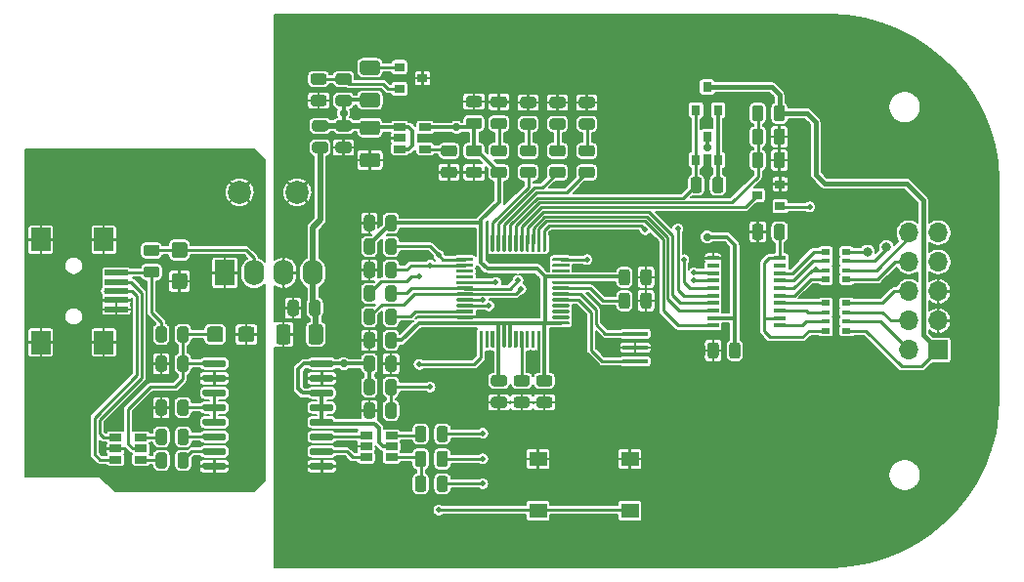
<source format=gbr>
G04 #@! TF.GenerationSoftware,KiCad,Pcbnew,(5.1.6)-1*
G04 #@! TF.CreationDate,2020-08-11T14:22:33+03:00*
G04 #@! TF.ProjectId,Black Magic Probe V2.0,426c6163-6b20-44d6-9167-69632050726f,rev?*
G04 #@! TF.SameCoordinates,Original*
G04 #@! TF.FileFunction,Copper,L1,Top*
G04 #@! TF.FilePolarity,Positive*
%FSLAX46Y46*%
G04 Gerber Fmt 4.6, Leading zero omitted, Abs format (unit mm)*
G04 Created by KiCad (PCBNEW (5.1.6)-1) date 2020-08-11 14:22:33*
%MOMM*%
%LPD*%
G01*
G04 APERTURE LIST*
G04 #@! TA.AperFunction,SMDPad,CuDef*
%ADD10R,1.700000X2.000000*%
G04 #@! TD*
G04 #@! TA.AperFunction,SMDPad,CuDef*
%ADD11R,2.000000X0.500000*%
G04 #@! TD*
G04 #@! TA.AperFunction,SMDPad,CuDef*
%ADD12R,2.200000X0.400000*%
G04 #@! TD*
G04 #@! TA.AperFunction,SMDPad,CuDef*
%ADD13R,0.800000X0.900000*%
G04 #@! TD*
G04 #@! TA.AperFunction,ComponentPad*
%ADD14O,1.700000X1.700000*%
G04 #@! TD*
G04 #@! TA.AperFunction,ComponentPad*
%ADD15R,1.700000X1.700000*%
G04 #@! TD*
G04 #@! TA.AperFunction,SMDPad,CuDef*
%ADD16R,1.060000X0.650000*%
G04 #@! TD*
G04 #@! TA.AperFunction,SMDPad,CuDef*
%ADD17R,0.900000X0.800000*%
G04 #@! TD*
G04 #@! TA.AperFunction,SMDPad,CuDef*
%ADD18R,1.550000X1.300000*%
G04 #@! TD*
G04 #@! TA.AperFunction,SMDPad,CuDef*
%ADD19R,0.800000X0.500000*%
G04 #@! TD*
G04 #@! TA.AperFunction,SMDPad,CuDef*
%ADD20R,0.800000X0.400000*%
G04 #@! TD*
G04 #@! TA.AperFunction,SMDPad,CuDef*
%ADD21R,1.000000X0.400000*%
G04 #@! TD*
G04 #@! TA.AperFunction,ComponentPad*
%ADD22C,2.000000*%
G04 #@! TD*
G04 #@! TA.AperFunction,ComponentPad*
%ADD23R,1.750000X2.250000*%
G04 #@! TD*
G04 #@! TA.AperFunction,ComponentPad*
%ADD24O,1.750000X2.250000*%
G04 #@! TD*
G04 #@! TA.AperFunction,ViaPad*
%ADD25C,0.500000*%
G04 #@! TD*
G04 #@! TA.AperFunction,ViaPad*
%ADD26C,0.700000*%
G04 #@! TD*
G04 #@! TA.AperFunction,ViaPad*
%ADD27C,0.800000*%
G04 #@! TD*
G04 #@! TA.AperFunction,Conductor*
%ADD28C,0.350000*%
G04 #@! TD*
G04 #@! TA.AperFunction,Conductor*
%ADD29C,0.500000*%
G04 #@! TD*
G04 #@! TA.AperFunction,Conductor*
%ADD30C,0.250000*%
G04 #@! TD*
G04 #@! TA.AperFunction,Conductor*
%ADD31C,0.400000*%
G04 #@! TD*
G04 #@! TA.AperFunction,Conductor*
%ADD32C,0.200000*%
G04 #@! TD*
G04 APERTURE END LIST*
D10*
X109150000Y-104450000D03*
X114600000Y-104450000D03*
X109150000Y-95550000D03*
X114600000Y-95550000D03*
D11*
X115700000Y-101600000D03*
X115700000Y-100800000D03*
X115700000Y-100000000D03*
X115700000Y-99200000D03*
X115700000Y-98400000D03*
G04 #@! TA.AperFunction,SMDPad,CuDef*
G36*
G01*
X168788500Y-105612250D02*
X168788500Y-104699750D01*
G75*
G02*
X169032250Y-104456000I243750J0D01*
G01*
X169519750Y-104456000D01*
G75*
G02*
X169763500Y-104699750I0J-243750D01*
G01*
X169763500Y-105612250D01*
G75*
G02*
X169519750Y-105856000I-243750J0D01*
G01*
X169032250Y-105856000D01*
G75*
G02*
X168788500Y-105612250I0J243750D01*
G01*
G37*
G04 #@! TD.AperFunction*
G04 #@! TA.AperFunction,SMDPad,CuDef*
G36*
G01*
X166913500Y-105612250D02*
X166913500Y-104699750D01*
G75*
G02*
X167157250Y-104456000I243750J0D01*
G01*
X167644750Y-104456000D01*
G75*
G02*
X167888500Y-104699750I0J-243750D01*
G01*
X167888500Y-105612250D01*
G75*
G02*
X167644750Y-105856000I-243750J0D01*
G01*
X167157250Y-105856000D01*
G75*
G02*
X166913500Y-105612250I0J243750D01*
G01*
G37*
G04 #@! TD.AperFunction*
G04 #@! TA.AperFunction,SMDPad,CuDef*
G36*
G01*
X139007000Y-94563250D02*
X139007000Y-93650750D01*
G75*
G02*
X139250750Y-93407000I243750J0D01*
G01*
X139738250Y-93407000D01*
G75*
G02*
X139982000Y-93650750I0J-243750D01*
G01*
X139982000Y-94563250D01*
G75*
G02*
X139738250Y-94807000I-243750J0D01*
G01*
X139250750Y-94807000D01*
G75*
G02*
X139007000Y-94563250I0J243750D01*
G01*
G37*
G04 #@! TD.AperFunction*
G04 #@! TA.AperFunction,SMDPad,CuDef*
G36*
G01*
X137132000Y-94563250D02*
X137132000Y-93650750D01*
G75*
G02*
X137375750Y-93407000I243750J0D01*
G01*
X137863250Y-93407000D01*
G75*
G02*
X138107000Y-93650750I0J-243750D01*
G01*
X138107000Y-94563250D01*
G75*
G02*
X137863250Y-94807000I-243750J0D01*
G01*
X137375750Y-94807000D01*
G75*
G02*
X137132000Y-94563250I0J243750D01*
G01*
G37*
G04 #@! TD.AperFunction*
G04 #@! TA.AperFunction,SMDPad,CuDef*
G36*
G01*
X137043000Y-88024000D02*
X138293000Y-88024000D01*
G75*
G02*
X138543000Y-88274000I0J-250000D01*
G01*
X138543000Y-89024000D01*
G75*
G02*
X138293000Y-89274000I-250000J0D01*
G01*
X137043000Y-89274000D01*
G75*
G02*
X136793000Y-89024000I0J250000D01*
G01*
X136793000Y-88274000D01*
G75*
G02*
X137043000Y-88024000I250000J0D01*
G01*
G37*
G04 #@! TD.AperFunction*
G04 #@! TA.AperFunction,SMDPad,CuDef*
G36*
G01*
X137043000Y-85224000D02*
X138293000Y-85224000D01*
G75*
G02*
X138543000Y-85474000I0J-250000D01*
G01*
X138543000Y-86224000D01*
G75*
G02*
X138293000Y-86474000I-250000J0D01*
G01*
X137043000Y-86474000D01*
G75*
G02*
X136793000Y-86224000I0J250000D01*
G01*
X136793000Y-85474000D01*
G75*
G02*
X137043000Y-85224000I250000J0D01*
G01*
G37*
G04 #@! TD.AperFunction*
D12*
X160655000Y-104902000D03*
X160655000Y-103702000D03*
X160655000Y-106102000D03*
G04 #@! TA.AperFunction,SMDPad,CuDef*
G36*
G01*
X120732999Y-98440000D02*
X121583001Y-98440000D01*
G75*
G02*
X121833000Y-98689999I0J-249999D01*
G01*
X121833000Y-99590001D01*
G75*
G02*
X121583001Y-99840000I-249999J0D01*
G01*
X120732999Y-99840000D01*
G75*
G02*
X120483000Y-99590001I0J249999D01*
G01*
X120483000Y-98689999D01*
G75*
G02*
X120732999Y-98440000I249999J0D01*
G01*
G37*
G04 #@! TD.AperFunction*
G04 #@! TA.AperFunction,SMDPad,CuDef*
G36*
G01*
X120732999Y-95740000D02*
X121583001Y-95740000D01*
G75*
G02*
X121833000Y-95989999I0J-249999D01*
G01*
X121833000Y-96890001D01*
G75*
G02*
X121583001Y-97140000I-249999J0D01*
G01*
X120732999Y-97140000D01*
G75*
G02*
X120483000Y-96890001I0J249999D01*
G01*
X120483000Y-95989999D01*
G75*
G02*
X120732999Y-95740000I249999J0D01*
G01*
G37*
G04 #@! TD.AperFunction*
G04 #@! TA.AperFunction,SMDPad,CuDef*
G36*
G01*
X126253000Y-104184001D02*
X126253000Y-103333999D01*
G75*
G02*
X126502999Y-103084000I249999J0D01*
G01*
X127403001Y-103084000D01*
G75*
G02*
X127653000Y-103333999I0J-249999D01*
G01*
X127653000Y-104184001D01*
G75*
G02*
X127403001Y-104434000I-249999J0D01*
G01*
X126502999Y-104434000D01*
G75*
G02*
X126253000Y-104184001I0J249999D01*
G01*
G37*
G04 #@! TD.AperFunction*
G04 #@! TA.AperFunction,SMDPad,CuDef*
G36*
G01*
X123553000Y-104184001D02*
X123553000Y-103333999D01*
G75*
G02*
X123802999Y-103084000I249999J0D01*
G01*
X124703001Y-103084000D01*
G75*
G02*
X124953000Y-103333999I0J-249999D01*
G01*
X124953000Y-104184001D01*
G75*
G02*
X124703001Y-104434000I-249999J0D01*
G01*
X123802999Y-104434000D01*
G75*
G02*
X123553000Y-104184001I0J249999D01*
G01*
G37*
G04 #@! TD.AperFunction*
G04 #@! TA.AperFunction,SMDPad,CuDef*
G36*
G01*
X132347000Y-104384000D02*
X132347000Y-103134000D01*
G75*
G02*
X132597000Y-102884000I250000J0D01*
G01*
X133347000Y-102884000D01*
G75*
G02*
X133597000Y-103134000I0J-250000D01*
G01*
X133597000Y-104384000D01*
G75*
G02*
X133347000Y-104634000I-250000J0D01*
G01*
X132597000Y-104634000D01*
G75*
G02*
X132347000Y-104384000I0J250000D01*
G01*
G37*
G04 #@! TD.AperFunction*
G04 #@! TA.AperFunction,SMDPad,CuDef*
G36*
G01*
X129547000Y-104384000D02*
X129547000Y-103134000D01*
G75*
G02*
X129797000Y-102884000I250000J0D01*
G01*
X130547000Y-102884000D01*
G75*
G02*
X130797000Y-103134000I0J-250000D01*
G01*
X130797000Y-104384000D01*
G75*
G02*
X130547000Y-104634000I-250000J0D01*
G01*
X129797000Y-104634000D01*
G75*
G02*
X129547000Y-104384000I0J250000D01*
G01*
G37*
G04 #@! TD.AperFunction*
G04 #@! TA.AperFunction,SMDPad,CuDef*
G36*
G01*
X151268750Y-108262000D02*
X150356250Y-108262000D01*
G75*
G02*
X150112500Y-108018250I0J243750D01*
G01*
X150112500Y-107530750D01*
G75*
G02*
X150356250Y-107287000I243750J0D01*
G01*
X151268750Y-107287000D01*
G75*
G02*
X151512500Y-107530750I0J-243750D01*
G01*
X151512500Y-108018250D01*
G75*
G02*
X151268750Y-108262000I-243750J0D01*
G01*
G37*
G04 #@! TD.AperFunction*
G04 #@! TA.AperFunction,SMDPad,CuDef*
G36*
G01*
X151268750Y-110137000D02*
X150356250Y-110137000D01*
G75*
G02*
X150112500Y-109893250I0J243750D01*
G01*
X150112500Y-109405750D01*
G75*
G02*
X150356250Y-109162000I243750J0D01*
G01*
X151268750Y-109162000D01*
G75*
G02*
X151512500Y-109405750I0J-243750D01*
G01*
X151512500Y-109893250D01*
G75*
G02*
X151268750Y-110137000I-243750J0D01*
G01*
G37*
G04 #@! TD.AperFunction*
D13*
X166878000Y-82312000D03*
X167828000Y-84312000D03*
X165928000Y-84312000D03*
X166878000Y-86630000D03*
X167828000Y-88630000D03*
X165928000Y-88630000D03*
D14*
X184360000Y-94940000D03*
X186900000Y-94940000D03*
X184360000Y-97480000D03*
X186900000Y-97480000D03*
X184360000Y-100020000D03*
X186900000Y-100020000D03*
X184360000Y-102560000D03*
X186900000Y-102560000D03*
X184360000Y-105100000D03*
D15*
X186900000Y-105100000D03*
D16*
X139535000Y-113470000D03*
X139535000Y-112520000D03*
X139535000Y-114420000D03*
X137335000Y-114420000D03*
X137335000Y-113470000D03*
X137335000Y-112520000D03*
X142451000Y-85791000D03*
X142451000Y-87691000D03*
X140251000Y-87691000D03*
X140251000Y-86741000D03*
X140251000Y-85791000D03*
X117813000Y-113665000D03*
X117813000Y-112715000D03*
X117813000Y-114615000D03*
X115613000Y-114615000D03*
X115613000Y-113665000D03*
X115613000Y-112715000D03*
D17*
X142224000Y-81534000D03*
X140224000Y-82484000D03*
X140224000Y-80584000D03*
G04 #@! TA.AperFunction,SMDPad,CuDef*
G36*
G01*
X132460000Y-106449000D02*
X132460000Y-106149000D01*
G75*
G02*
X132610000Y-105999000I150000J0D01*
G01*
X134360000Y-105999000D01*
G75*
G02*
X134510000Y-106149000I0J-150000D01*
G01*
X134510000Y-106449000D01*
G75*
G02*
X134360000Y-106599000I-150000J0D01*
G01*
X132610000Y-106599000D01*
G75*
G02*
X132460000Y-106449000I0J150000D01*
G01*
G37*
G04 #@! TD.AperFunction*
G04 #@! TA.AperFunction,SMDPad,CuDef*
G36*
G01*
X132460000Y-107719000D02*
X132460000Y-107419000D01*
G75*
G02*
X132610000Y-107269000I150000J0D01*
G01*
X134360000Y-107269000D01*
G75*
G02*
X134510000Y-107419000I0J-150000D01*
G01*
X134510000Y-107719000D01*
G75*
G02*
X134360000Y-107869000I-150000J0D01*
G01*
X132610000Y-107869000D01*
G75*
G02*
X132460000Y-107719000I0J150000D01*
G01*
G37*
G04 #@! TD.AperFunction*
G04 #@! TA.AperFunction,SMDPad,CuDef*
G36*
G01*
X132460000Y-108989000D02*
X132460000Y-108689000D01*
G75*
G02*
X132610000Y-108539000I150000J0D01*
G01*
X134360000Y-108539000D01*
G75*
G02*
X134510000Y-108689000I0J-150000D01*
G01*
X134510000Y-108989000D01*
G75*
G02*
X134360000Y-109139000I-150000J0D01*
G01*
X132610000Y-109139000D01*
G75*
G02*
X132460000Y-108989000I0J150000D01*
G01*
G37*
G04 #@! TD.AperFunction*
G04 #@! TA.AperFunction,SMDPad,CuDef*
G36*
G01*
X132460000Y-110259000D02*
X132460000Y-109959000D01*
G75*
G02*
X132610000Y-109809000I150000J0D01*
G01*
X134360000Y-109809000D01*
G75*
G02*
X134510000Y-109959000I0J-150000D01*
G01*
X134510000Y-110259000D01*
G75*
G02*
X134360000Y-110409000I-150000J0D01*
G01*
X132610000Y-110409000D01*
G75*
G02*
X132460000Y-110259000I0J150000D01*
G01*
G37*
G04 #@! TD.AperFunction*
G04 #@! TA.AperFunction,SMDPad,CuDef*
G36*
G01*
X132460000Y-111529000D02*
X132460000Y-111229000D01*
G75*
G02*
X132610000Y-111079000I150000J0D01*
G01*
X134360000Y-111079000D01*
G75*
G02*
X134510000Y-111229000I0J-150000D01*
G01*
X134510000Y-111529000D01*
G75*
G02*
X134360000Y-111679000I-150000J0D01*
G01*
X132610000Y-111679000D01*
G75*
G02*
X132460000Y-111529000I0J150000D01*
G01*
G37*
G04 #@! TD.AperFunction*
G04 #@! TA.AperFunction,SMDPad,CuDef*
G36*
G01*
X132460000Y-112799000D02*
X132460000Y-112499000D01*
G75*
G02*
X132610000Y-112349000I150000J0D01*
G01*
X134360000Y-112349000D01*
G75*
G02*
X134510000Y-112499000I0J-150000D01*
G01*
X134510000Y-112799000D01*
G75*
G02*
X134360000Y-112949000I-150000J0D01*
G01*
X132610000Y-112949000D01*
G75*
G02*
X132460000Y-112799000I0J150000D01*
G01*
G37*
G04 #@! TD.AperFunction*
G04 #@! TA.AperFunction,SMDPad,CuDef*
G36*
G01*
X132460000Y-114069000D02*
X132460000Y-113769000D01*
G75*
G02*
X132610000Y-113619000I150000J0D01*
G01*
X134360000Y-113619000D01*
G75*
G02*
X134510000Y-113769000I0J-150000D01*
G01*
X134510000Y-114069000D01*
G75*
G02*
X134360000Y-114219000I-150000J0D01*
G01*
X132610000Y-114219000D01*
G75*
G02*
X132460000Y-114069000I0J150000D01*
G01*
G37*
G04 #@! TD.AperFunction*
G04 #@! TA.AperFunction,SMDPad,CuDef*
G36*
G01*
X132460000Y-115339000D02*
X132460000Y-115039000D01*
G75*
G02*
X132610000Y-114889000I150000J0D01*
G01*
X134360000Y-114889000D01*
G75*
G02*
X134510000Y-115039000I0J-150000D01*
G01*
X134510000Y-115339000D01*
G75*
G02*
X134360000Y-115489000I-150000J0D01*
G01*
X132610000Y-115489000D01*
G75*
G02*
X132460000Y-115339000I0J150000D01*
G01*
G37*
G04 #@! TD.AperFunction*
G04 #@! TA.AperFunction,SMDPad,CuDef*
G36*
G01*
X123160000Y-115339000D02*
X123160000Y-115039000D01*
G75*
G02*
X123310000Y-114889000I150000J0D01*
G01*
X125060000Y-114889000D01*
G75*
G02*
X125210000Y-115039000I0J-150000D01*
G01*
X125210000Y-115339000D01*
G75*
G02*
X125060000Y-115489000I-150000J0D01*
G01*
X123310000Y-115489000D01*
G75*
G02*
X123160000Y-115339000I0J150000D01*
G01*
G37*
G04 #@! TD.AperFunction*
G04 #@! TA.AperFunction,SMDPad,CuDef*
G36*
G01*
X123160000Y-114069000D02*
X123160000Y-113769000D01*
G75*
G02*
X123310000Y-113619000I150000J0D01*
G01*
X125060000Y-113619000D01*
G75*
G02*
X125210000Y-113769000I0J-150000D01*
G01*
X125210000Y-114069000D01*
G75*
G02*
X125060000Y-114219000I-150000J0D01*
G01*
X123310000Y-114219000D01*
G75*
G02*
X123160000Y-114069000I0J150000D01*
G01*
G37*
G04 #@! TD.AperFunction*
G04 #@! TA.AperFunction,SMDPad,CuDef*
G36*
G01*
X123160000Y-112799000D02*
X123160000Y-112499000D01*
G75*
G02*
X123310000Y-112349000I150000J0D01*
G01*
X125060000Y-112349000D01*
G75*
G02*
X125210000Y-112499000I0J-150000D01*
G01*
X125210000Y-112799000D01*
G75*
G02*
X125060000Y-112949000I-150000J0D01*
G01*
X123310000Y-112949000D01*
G75*
G02*
X123160000Y-112799000I0J150000D01*
G01*
G37*
G04 #@! TD.AperFunction*
G04 #@! TA.AperFunction,SMDPad,CuDef*
G36*
G01*
X123160000Y-111529000D02*
X123160000Y-111229000D01*
G75*
G02*
X123310000Y-111079000I150000J0D01*
G01*
X125060000Y-111079000D01*
G75*
G02*
X125210000Y-111229000I0J-150000D01*
G01*
X125210000Y-111529000D01*
G75*
G02*
X125060000Y-111679000I-150000J0D01*
G01*
X123310000Y-111679000D01*
G75*
G02*
X123160000Y-111529000I0J150000D01*
G01*
G37*
G04 #@! TD.AperFunction*
G04 #@! TA.AperFunction,SMDPad,CuDef*
G36*
G01*
X123160000Y-110259000D02*
X123160000Y-109959000D01*
G75*
G02*
X123310000Y-109809000I150000J0D01*
G01*
X125060000Y-109809000D01*
G75*
G02*
X125210000Y-109959000I0J-150000D01*
G01*
X125210000Y-110259000D01*
G75*
G02*
X125060000Y-110409000I-150000J0D01*
G01*
X123310000Y-110409000D01*
G75*
G02*
X123160000Y-110259000I0J150000D01*
G01*
G37*
G04 #@! TD.AperFunction*
G04 #@! TA.AperFunction,SMDPad,CuDef*
G36*
G01*
X123160000Y-108989000D02*
X123160000Y-108689000D01*
G75*
G02*
X123310000Y-108539000I150000J0D01*
G01*
X125060000Y-108539000D01*
G75*
G02*
X125210000Y-108689000I0J-150000D01*
G01*
X125210000Y-108989000D01*
G75*
G02*
X125060000Y-109139000I-150000J0D01*
G01*
X123310000Y-109139000D01*
G75*
G02*
X123160000Y-108989000I0J150000D01*
G01*
G37*
G04 #@! TD.AperFunction*
G04 #@! TA.AperFunction,SMDPad,CuDef*
G36*
G01*
X123160000Y-107719000D02*
X123160000Y-107419000D01*
G75*
G02*
X123310000Y-107269000I150000J0D01*
G01*
X125060000Y-107269000D01*
G75*
G02*
X125210000Y-107419000I0J-150000D01*
G01*
X125210000Y-107719000D01*
G75*
G02*
X125060000Y-107869000I-150000J0D01*
G01*
X123310000Y-107869000D01*
G75*
G02*
X123160000Y-107719000I0J150000D01*
G01*
G37*
G04 #@! TD.AperFunction*
G04 #@! TA.AperFunction,SMDPad,CuDef*
G36*
G01*
X123160000Y-106449000D02*
X123160000Y-106149000D01*
G75*
G02*
X123310000Y-105999000I150000J0D01*
G01*
X125060000Y-105999000D01*
G75*
G02*
X125210000Y-106149000I0J-150000D01*
G01*
X125210000Y-106449000D01*
G75*
G02*
X125060000Y-106599000I-150000J0D01*
G01*
X123310000Y-106599000D01*
G75*
G02*
X123160000Y-106449000I0J150000D01*
G01*
G37*
G04 #@! TD.AperFunction*
D18*
X160190000Y-119050000D03*
X160190000Y-114550000D03*
X152230000Y-114550000D03*
X152230000Y-119050000D03*
D19*
X177154000Y-96590000D03*
D20*
X177154000Y-97390000D03*
D19*
X177154000Y-98990000D03*
D20*
X177154000Y-98190000D03*
D19*
X178954000Y-96590000D03*
D20*
X178954000Y-98190000D03*
X178954000Y-97390000D03*
D19*
X178954000Y-98990000D03*
X177154000Y-101035000D03*
D20*
X177154000Y-101835000D03*
D19*
X177154000Y-103435000D03*
D20*
X177154000Y-102635000D03*
D19*
X178954000Y-101035000D03*
D20*
X178954000Y-102635000D03*
X178954000Y-101835000D03*
D19*
X178954000Y-103435000D03*
G04 #@! TA.AperFunction,SMDPad,CuDef*
G36*
G01*
X120085000Y-112192750D02*
X120085000Y-113105250D01*
G75*
G02*
X119841250Y-113349000I-243750J0D01*
G01*
X119353750Y-113349000D01*
G75*
G02*
X119110000Y-113105250I0J243750D01*
G01*
X119110000Y-112192750D01*
G75*
G02*
X119353750Y-111949000I243750J0D01*
G01*
X119841250Y-111949000D01*
G75*
G02*
X120085000Y-112192750I0J-243750D01*
G01*
G37*
G04 #@! TD.AperFunction*
G04 #@! TA.AperFunction,SMDPad,CuDef*
G36*
G01*
X121960000Y-112192750D02*
X121960000Y-113105250D01*
G75*
G02*
X121716250Y-113349000I-243750J0D01*
G01*
X121228750Y-113349000D01*
G75*
G02*
X120985000Y-113105250I0J243750D01*
G01*
X120985000Y-112192750D01*
G75*
G02*
X121228750Y-111949000I243750J0D01*
G01*
X121716250Y-111949000D01*
G75*
G02*
X121960000Y-112192750I0J-243750D01*
G01*
G37*
G04 #@! TD.AperFunction*
G04 #@! TA.AperFunction,SMDPad,CuDef*
G36*
G01*
X120085000Y-114224750D02*
X120085000Y-115137250D01*
G75*
G02*
X119841250Y-115381000I-243750J0D01*
G01*
X119353750Y-115381000D01*
G75*
G02*
X119110000Y-115137250I0J243750D01*
G01*
X119110000Y-114224750D01*
G75*
G02*
X119353750Y-113981000I243750J0D01*
G01*
X119841250Y-113981000D01*
G75*
G02*
X120085000Y-114224750I0J-243750D01*
G01*
G37*
G04 #@! TD.AperFunction*
G04 #@! TA.AperFunction,SMDPad,CuDef*
G36*
G01*
X121960000Y-114224750D02*
X121960000Y-115137250D01*
G75*
G02*
X121716250Y-115381000I-243750J0D01*
G01*
X121228750Y-115381000D01*
G75*
G02*
X120985000Y-115137250I0J243750D01*
G01*
X120985000Y-114224750D01*
G75*
G02*
X121228750Y-113981000I243750J0D01*
G01*
X121716250Y-113981000D01*
G75*
G02*
X121960000Y-114224750I0J-243750D01*
G01*
G37*
G04 #@! TD.AperFunction*
G04 #@! TA.AperFunction,SMDPad,CuDef*
G36*
G01*
X150927750Y-89223000D02*
X151840250Y-89223000D01*
G75*
G02*
X152084000Y-89466750I0J-243750D01*
G01*
X152084000Y-89954250D01*
G75*
G02*
X151840250Y-90198000I-243750J0D01*
G01*
X150927750Y-90198000D01*
G75*
G02*
X150684000Y-89954250I0J243750D01*
G01*
X150684000Y-89466750D01*
G75*
G02*
X150927750Y-89223000I243750J0D01*
G01*
G37*
G04 #@! TD.AperFunction*
G04 #@! TA.AperFunction,SMDPad,CuDef*
G36*
G01*
X150927750Y-87348000D02*
X151840250Y-87348000D01*
G75*
G02*
X152084000Y-87591750I0J-243750D01*
G01*
X152084000Y-88079250D01*
G75*
G02*
X151840250Y-88323000I-243750J0D01*
G01*
X150927750Y-88323000D01*
G75*
G02*
X150684000Y-88079250I0J243750D01*
G01*
X150684000Y-87591750D01*
G75*
G02*
X150927750Y-87348000I243750J0D01*
G01*
G37*
G04 #@! TD.AperFunction*
G04 #@! TA.AperFunction,SMDPad,CuDef*
G36*
G01*
X153467750Y-89223000D02*
X154380250Y-89223000D01*
G75*
G02*
X154624000Y-89466750I0J-243750D01*
G01*
X154624000Y-89954250D01*
G75*
G02*
X154380250Y-90198000I-243750J0D01*
G01*
X153467750Y-90198000D01*
G75*
G02*
X153224000Y-89954250I0J243750D01*
G01*
X153224000Y-89466750D01*
G75*
G02*
X153467750Y-89223000I243750J0D01*
G01*
G37*
G04 #@! TD.AperFunction*
G04 #@! TA.AperFunction,SMDPad,CuDef*
G36*
G01*
X153467750Y-87348000D02*
X154380250Y-87348000D01*
G75*
G02*
X154624000Y-87591750I0J-243750D01*
G01*
X154624000Y-88079250D01*
G75*
G02*
X154380250Y-88323000I-243750J0D01*
G01*
X153467750Y-88323000D01*
G75*
G02*
X153224000Y-88079250I0J243750D01*
G01*
X153224000Y-87591750D01*
G75*
G02*
X153467750Y-87348000I243750J0D01*
G01*
G37*
G04 #@! TD.AperFunction*
G04 #@! TA.AperFunction,SMDPad,CuDef*
G36*
G01*
X156007750Y-89223000D02*
X156920250Y-89223000D01*
G75*
G02*
X157164000Y-89466750I0J-243750D01*
G01*
X157164000Y-89954250D01*
G75*
G02*
X156920250Y-90198000I-243750J0D01*
G01*
X156007750Y-90198000D01*
G75*
G02*
X155764000Y-89954250I0J243750D01*
G01*
X155764000Y-89466750D01*
G75*
G02*
X156007750Y-89223000I243750J0D01*
G01*
G37*
G04 #@! TD.AperFunction*
G04 #@! TA.AperFunction,SMDPad,CuDef*
G36*
G01*
X156007750Y-87348000D02*
X156920250Y-87348000D01*
G75*
G02*
X157164000Y-87591750I0J-243750D01*
G01*
X157164000Y-88079250D01*
G75*
G02*
X156920250Y-88323000I-243750J0D01*
G01*
X156007750Y-88323000D01*
G75*
G02*
X155764000Y-88079250I0J243750D01*
G01*
X155764000Y-87591750D01*
G75*
G02*
X156007750Y-87348000I243750J0D01*
G01*
G37*
G04 #@! TD.AperFunction*
G04 #@! TA.AperFunction,SMDPad,CuDef*
G36*
G01*
X148387750Y-89223000D02*
X149300250Y-89223000D01*
G75*
G02*
X149544000Y-89466750I0J-243750D01*
G01*
X149544000Y-89954250D01*
G75*
G02*
X149300250Y-90198000I-243750J0D01*
G01*
X148387750Y-90198000D01*
G75*
G02*
X148144000Y-89954250I0J243750D01*
G01*
X148144000Y-89466750D01*
G75*
G02*
X148387750Y-89223000I243750J0D01*
G01*
G37*
G04 #@! TD.AperFunction*
G04 #@! TA.AperFunction,SMDPad,CuDef*
G36*
G01*
X148387750Y-87348000D02*
X149300250Y-87348000D01*
G75*
G02*
X149544000Y-87591750I0J-243750D01*
G01*
X149544000Y-88079250D01*
G75*
G02*
X149300250Y-88323000I-243750J0D01*
G01*
X148387750Y-88323000D01*
G75*
G02*
X148144000Y-88079250I0J243750D01*
G01*
X148144000Y-87591750D01*
G75*
G02*
X148387750Y-87348000I243750J0D01*
G01*
G37*
G04 #@! TD.AperFunction*
G04 #@! TA.AperFunction,SMDPad,CuDef*
G36*
G01*
X166428000Y-90348750D02*
X166428000Y-91261250D01*
G75*
G02*
X166184250Y-91505000I-243750J0D01*
G01*
X165696750Y-91505000D01*
G75*
G02*
X165453000Y-91261250I0J243750D01*
G01*
X165453000Y-90348750D01*
G75*
G02*
X165696750Y-90105000I243750J0D01*
G01*
X166184250Y-90105000D01*
G75*
G02*
X166428000Y-90348750I0J-243750D01*
G01*
G37*
G04 #@! TD.AperFunction*
G04 #@! TA.AperFunction,SMDPad,CuDef*
G36*
G01*
X168303000Y-90348750D02*
X168303000Y-91261250D01*
G75*
G02*
X168059250Y-91505000I-243750J0D01*
G01*
X167571750Y-91505000D01*
G75*
G02*
X167328000Y-91261250I0J243750D01*
G01*
X167328000Y-90348750D01*
G75*
G02*
X167571750Y-90105000I243750J0D01*
G01*
X168059250Y-90105000D01*
G75*
G02*
X168303000Y-90348750I0J-243750D01*
G01*
G37*
G04 #@! TD.AperFunction*
G04 #@! TA.AperFunction,SMDPad,CuDef*
G36*
G01*
X137043000Y-82817000D02*
X138293000Y-82817000D01*
G75*
G02*
X138543000Y-83067000I0J-250000D01*
G01*
X138543000Y-83817000D01*
G75*
G02*
X138293000Y-84067000I-250000J0D01*
G01*
X137043000Y-84067000D01*
G75*
G02*
X136793000Y-83817000I0J250000D01*
G01*
X136793000Y-83067000D01*
G75*
G02*
X137043000Y-82817000I250000J0D01*
G01*
G37*
G04 #@! TD.AperFunction*
G04 #@! TA.AperFunction,SMDPad,CuDef*
G36*
G01*
X137043000Y-80017000D02*
X138293000Y-80017000D01*
G75*
G02*
X138543000Y-80267000I0J-250000D01*
G01*
X138543000Y-81017000D01*
G75*
G02*
X138293000Y-81267000I-250000J0D01*
G01*
X137043000Y-81267000D01*
G75*
G02*
X136793000Y-81017000I0J250000D01*
G01*
X136793000Y-80267000D01*
G75*
G02*
X137043000Y-80017000I250000J0D01*
G01*
G37*
G04 #@! TD.AperFunction*
G04 #@! TA.AperFunction,SMDPad,CuDef*
G36*
G01*
X133679250Y-82100000D02*
X132766750Y-82100000D01*
G75*
G02*
X132523000Y-81856250I0J243750D01*
G01*
X132523000Y-81368750D01*
G75*
G02*
X132766750Y-81125000I243750J0D01*
G01*
X133679250Y-81125000D01*
G75*
G02*
X133923000Y-81368750I0J-243750D01*
G01*
X133923000Y-81856250D01*
G75*
G02*
X133679250Y-82100000I-243750J0D01*
G01*
G37*
G04 #@! TD.AperFunction*
G04 #@! TA.AperFunction,SMDPad,CuDef*
G36*
G01*
X133679250Y-83975000D02*
X132766750Y-83975000D01*
G75*
G02*
X132523000Y-83731250I0J243750D01*
G01*
X132523000Y-83243750D01*
G75*
G02*
X132766750Y-83000000I243750J0D01*
G01*
X133679250Y-83000000D01*
G75*
G02*
X133923000Y-83243750I0J-243750D01*
G01*
X133923000Y-83731250D01*
G75*
G02*
X133679250Y-83975000I-243750J0D01*
G01*
G37*
G04 #@! TD.AperFunction*
G04 #@! TA.AperFunction,SMDPad,CuDef*
G36*
G01*
X134925750Y-83000000D02*
X135838250Y-83000000D01*
G75*
G02*
X136082000Y-83243750I0J-243750D01*
G01*
X136082000Y-83731250D01*
G75*
G02*
X135838250Y-83975000I-243750J0D01*
G01*
X134925750Y-83975000D01*
G75*
G02*
X134682000Y-83731250I0J243750D01*
G01*
X134682000Y-83243750D01*
G75*
G02*
X134925750Y-83000000I243750J0D01*
G01*
G37*
G04 #@! TD.AperFunction*
G04 #@! TA.AperFunction,SMDPad,CuDef*
G36*
G01*
X134925750Y-81125000D02*
X135838250Y-81125000D01*
G75*
G02*
X136082000Y-81368750I0J-243750D01*
G01*
X136082000Y-81856250D01*
G75*
G02*
X135838250Y-82100000I-243750J0D01*
G01*
X134925750Y-82100000D01*
G75*
G02*
X134682000Y-81856250I0J243750D01*
G01*
X134682000Y-81368750D01*
G75*
G02*
X134925750Y-81125000I243750J0D01*
G01*
G37*
G04 #@! TD.AperFunction*
G04 #@! TA.AperFunction,SMDPad,CuDef*
G36*
G01*
X138107000Y-99746750D02*
X138107000Y-100659250D01*
G75*
G02*
X137863250Y-100903000I-243750J0D01*
G01*
X137375750Y-100903000D01*
G75*
G02*
X137132000Y-100659250I0J243750D01*
G01*
X137132000Y-99746750D01*
G75*
G02*
X137375750Y-99503000I243750J0D01*
G01*
X137863250Y-99503000D01*
G75*
G02*
X138107000Y-99746750I0J-243750D01*
G01*
G37*
G04 #@! TD.AperFunction*
G04 #@! TA.AperFunction,SMDPad,CuDef*
G36*
G01*
X139982000Y-99746750D02*
X139982000Y-100659250D01*
G75*
G02*
X139738250Y-100903000I-243750J0D01*
G01*
X139250750Y-100903000D01*
G75*
G02*
X139007000Y-100659250I0J243750D01*
G01*
X139007000Y-99746750D01*
G75*
G02*
X139250750Y-99503000I243750J0D01*
G01*
X139738250Y-99503000D01*
G75*
G02*
X139982000Y-99746750I0J-243750D01*
G01*
G37*
G04 #@! TD.AperFunction*
G04 #@! TA.AperFunction,SMDPad,CuDef*
G36*
G01*
X139007000Y-102691250D02*
X139007000Y-101778750D01*
G75*
G02*
X139250750Y-101535000I243750J0D01*
G01*
X139738250Y-101535000D01*
G75*
G02*
X139982000Y-101778750I0J-243750D01*
G01*
X139982000Y-102691250D01*
G75*
G02*
X139738250Y-102935000I-243750J0D01*
G01*
X139250750Y-102935000D01*
G75*
G02*
X139007000Y-102691250I0J243750D01*
G01*
G37*
G04 #@! TD.AperFunction*
G04 #@! TA.AperFunction,SMDPad,CuDef*
G36*
G01*
X137132000Y-102691250D02*
X137132000Y-101778750D01*
G75*
G02*
X137375750Y-101535000I243750J0D01*
G01*
X137863250Y-101535000D01*
G75*
G02*
X138107000Y-101778750I0J-243750D01*
G01*
X138107000Y-102691250D01*
G75*
G02*
X137863250Y-102935000I-243750J0D01*
G01*
X137375750Y-102935000D01*
G75*
G02*
X137132000Y-102691250I0J243750D01*
G01*
G37*
G04 #@! TD.AperFunction*
G04 #@! TA.AperFunction,SMDPad,CuDef*
G36*
G01*
X143452000Y-115010250D02*
X143452000Y-114097750D01*
G75*
G02*
X143695750Y-113854000I243750J0D01*
G01*
X144183250Y-113854000D01*
G75*
G02*
X144427000Y-114097750I0J-243750D01*
G01*
X144427000Y-115010250D01*
G75*
G02*
X144183250Y-115254000I-243750J0D01*
G01*
X143695750Y-115254000D01*
G75*
G02*
X143452000Y-115010250I0J243750D01*
G01*
G37*
G04 #@! TD.AperFunction*
G04 #@! TA.AperFunction,SMDPad,CuDef*
G36*
G01*
X141577000Y-115010250D02*
X141577000Y-114097750D01*
G75*
G02*
X141820750Y-113854000I243750J0D01*
G01*
X142308250Y-113854000D01*
G75*
G02*
X142552000Y-114097750I0J-243750D01*
G01*
X142552000Y-115010250D01*
G75*
G02*
X142308250Y-115254000I-243750J0D01*
G01*
X141820750Y-115254000D01*
G75*
G02*
X141577000Y-115010250I0J243750D01*
G01*
G37*
G04 #@! TD.AperFunction*
G04 #@! TA.AperFunction,SMDPad,CuDef*
G36*
G01*
X143452000Y-112851250D02*
X143452000Y-111938750D01*
G75*
G02*
X143695750Y-111695000I243750J0D01*
G01*
X144183250Y-111695000D01*
G75*
G02*
X144427000Y-111938750I0J-243750D01*
G01*
X144427000Y-112851250D01*
G75*
G02*
X144183250Y-113095000I-243750J0D01*
G01*
X143695750Y-113095000D01*
G75*
G02*
X143452000Y-112851250I0J243750D01*
G01*
G37*
G04 #@! TD.AperFunction*
G04 #@! TA.AperFunction,SMDPad,CuDef*
G36*
G01*
X141577000Y-112851250D02*
X141577000Y-111938750D01*
G75*
G02*
X141820750Y-111695000I243750J0D01*
G01*
X142308250Y-111695000D01*
G75*
G02*
X142552000Y-111938750I0J-243750D01*
G01*
X142552000Y-112851250D01*
G75*
G02*
X142308250Y-113095000I-243750J0D01*
G01*
X141820750Y-113095000D01*
G75*
G02*
X141577000Y-112851250I0J243750D01*
G01*
G37*
G04 #@! TD.AperFunction*
G04 #@! TA.AperFunction,SMDPad,CuDef*
G36*
G01*
X143452000Y-117169250D02*
X143452000Y-116256750D01*
G75*
G02*
X143695750Y-116013000I243750J0D01*
G01*
X144183250Y-116013000D01*
G75*
G02*
X144427000Y-116256750I0J-243750D01*
G01*
X144427000Y-117169250D01*
G75*
G02*
X144183250Y-117413000I-243750J0D01*
G01*
X143695750Y-117413000D01*
G75*
G02*
X143452000Y-117169250I0J243750D01*
G01*
G37*
G04 #@! TD.AperFunction*
G04 #@! TA.AperFunction,SMDPad,CuDef*
G36*
G01*
X141577000Y-117169250D02*
X141577000Y-116256750D01*
G75*
G02*
X141820750Y-116013000I243750J0D01*
G01*
X142308250Y-116013000D01*
G75*
G02*
X142552000Y-116256750I0J-243750D01*
G01*
X142552000Y-117169250D01*
G75*
G02*
X142308250Y-117413000I-243750J0D01*
G01*
X141820750Y-117413000D01*
G75*
G02*
X141577000Y-117169250I0J243750D01*
G01*
G37*
G04 #@! TD.AperFunction*
G04 #@! TA.AperFunction,SMDPad,CuDef*
G36*
G01*
X138107000Y-95682750D02*
X138107000Y-96595250D01*
G75*
G02*
X137863250Y-96839000I-243750J0D01*
G01*
X137375750Y-96839000D01*
G75*
G02*
X137132000Y-96595250I0J243750D01*
G01*
X137132000Y-95682750D01*
G75*
G02*
X137375750Y-95439000I243750J0D01*
G01*
X137863250Y-95439000D01*
G75*
G02*
X138107000Y-95682750I0J-243750D01*
G01*
G37*
G04 #@! TD.AperFunction*
G04 #@! TA.AperFunction,SMDPad,CuDef*
G36*
G01*
X139982000Y-95682750D02*
X139982000Y-96595250D01*
G75*
G02*
X139738250Y-96839000I-243750J0D01*
G01*
X139250750Y-96839000D01*
G75*
G02*
X139007000Y-96595250I0J243750D01*
G01*
X139007000Y-95682750D01*
G75*
G02*
X139250750Y-95439000I243750J0D01*
G01*
X139738250Y-95439000D01*
G75*
G02*
X139982000Y-95682750I0J-243750D01*
G01*
G37*
G04 #@! TD.AperFunction*
G04 #@! TA.AperFunction,SMDPad,CuDef*
G36*
G01*
X139007000Y-110819250D02*
X139007000Y-109906750D01*
G75*
G02*
X139250750Y-109663000I243750J0D01*
G01*
X139738250Y-109663000D01*
G75*
G02*
X139982000Y-109906750I0J-243750D01*
G01*
X139982000Y-110819250D01*
G75*
G02*
X139738250Y-111063000I-243750J0D01*
G01*
X139250750Y-111063000D01*
G75*
G02*
X139007000Y-110819250I0J243750D01*
G01*
G37*
G04 #@! TD.AperFunction*
G04 #@! TA.AperFunction,SMDPad,CuDef*
G36*
G01*
X137132000Y-110819250D02*
X137132000Y-109906750D01*
G75*
G02*
X137375750Y-109663000I243750J0D01*
G01*
X137863250Y-109663000D01*
G75*
G02*
X138107000Y-109906750I0J-243750D01*
G01*
X138107000Y-110819250D01*
G75*
G02*
X137863250Y-111063000I-243750J0D01*
G01*
X137375750Y-111063000D01*
G75*
G02*
X137132000Y-110819250I0J243750D01*
G01*
G37*
G04 #@! TD.AperFunction*
G04 #@! TA.AperFunction,SMDPad,CuDef*
G36*
G01*
X138107000Y-107874750D02*
X138107000Y-108787250D01*
G75*
G02*
X137863250Y-109031000I-243750J0D01*
G01*
X137375750Y-109031000D01*
G75*
G02*
X137132000Y-108787250I0J243750D01*
G01*
X137132000Y-107874750D01*
G75*
G02*
X137375750Y-107631000I243750J0D01*
G01*
X137863250Y-107631000D01*
G75*
G02*
X138107000Y-107874750I0J-243750D01*
G01*
G37*
G04 #@! TD.AperFunction*
G04 #@! TA.AperFunction,SMDPad,CuDef*
G36*
G01*
X139982000Y-107874750D02*
X139982000Y-108787250D01*
G75*
G02*
X139738250Y-109031000I-243750J0D01*
G01*
X139250750Y-109031000D01*
G75*
G02*
X139007000Y-108787250I0J243750D01*
G01*
X139007000Y-107874750D01*
G75*
G02*
X139250750Y-107631000I243750J0D01*
G01*
X139738250Y-107631000D01*
G75*
G02*
X139982000Y-107874750I0J-243750D01*
G01*
G37*
G04 #@! TD.AperFunction*
G04 #@! TA.AperFunction,SMDPad,CuDef*
G36*
G01*
X171762000Y-86157750D02*
X171762000Y-87070250D01*
G75*
G02*
X171518250Y-87314000I-243750J0D01*
G01*
X171030750Y-87314000D01*
G75*
G02*
X170787000Y-87070250I0J243750D01*
G01*
X170787000Y-86157750D01*
G75*
G02*
X171030750Y-85914000I243750J0D01*
G01*
X171518250Y-85914000D01*
G75*
G02*
X171762000Y-86157750I0J-243750D01*
G01*
G37*
G04 #@! TD.AperFunction*
G04 #@! TA.AperFunction,SMDPad,CuDef*
G36*
G01*
X173637000Y-86157750D02*
X173637000Y-87070250D01*
G75*
G02*
X173393250Y-87314000I-243750J0D01*
G01*
X172905750Y-87314000D01*
G75*
G02*
X172662000Y-87070250I0J243750D01*
G01*
X172662000Y-86157750D01*
G75*
G02*
X172905750Y-85914000I243750J0D01*
G01*
X173393250Y-85914000D01*
G75*
G02*
X173637000Y-86157750I0J-243750D01*
G01*
G37*
G04 #@! TD.AperFunction*
G04 #@! TA.AperFunction,SMDPad,CuDef*
G36*
G01*
X172662000Y-85038250D02*
X172662000Y-84125750D01*
G75*
G02*
X172905750Y-83882000I243750J0D01*
G01*
X173393250Y-83882000D01*
G75*
G02*
X173637000Y-84125750I0J-243750D01*
G01*
X173637000Y-85038250D01*
G75*
G02*
X173393250Y-85282000I-243750J0D01*
G01*
X172905750Y-85282000D01*
G75*
G02*
X172662000Y-85038250I0J243750D01*
G01*
G37*
G04 #@! TD.AperFunction*
G04 #@! TA.AperFunction,SMDPad,CuDef*
G36*
G01*
X170787000Y-85038250D02*
X170787000Y-84125750D01*
G75*
G02*
X171030750Y-83882000I243750J0D01*
G01*
X171518250Y-83882000D01*
G75*
G02*
X171762000Y-84125750I0J-243750D01*
G01*
X171762000Y-85038250D01*
G75*
G02*
X171518250Y-85282000I-243750J0D01*
G01*
X171030750Y-85282000D01*
G75*
G02*
X170787000Y-85038250I0J243750D01*
G01*
G37*
G04 #@! TD.AperFunction*
D17*
X171212000Y-91694000D03*
X173212000Y-90744000D03*
X173212000Y-92644000D03*
G04 #@! TA.AperFunction,SMDPad,CuDef*
G36*
G01*
X150927750Y-85032000D02*
X151840250Y-85032000D01*
G75*
G02*
X152084000Y-85275750I0J-243750D01*
G01*
X152084000Y-85763250D01*
G75*
G02*
X151840250Y-86007000I-243750J0D01*
G01*
X150927750Y-86007000D01*
G75*
G02*
X150684000Y-85763250I0J243750D01*
G01*
X150684000Y-85275750D01*
G75*
G02*
X150927750Y-85032000I243750J0D01*
G01*
G37*
G04 #@! TD.AperFunction*
G04 #@! TA.AperFunction,SMDPad,CuDef*
G36*
G01*
X150927750Y-83157000D02*
X151840250Y-83157000D01*
G75*
G02*
X152084000Y-83400750I0J-243750D01*
G01*
X152084000Y-83888250D01*
G75*
G02*
X151840250Y-84132000I-243750J0D01*
G01*
X150927750Y-84132000D01*
G75*
G02*
X150684000Y-83888250I0J243750D01*
G01*
X150684000Y-83400750D01*
G75*
G02*
X150927750Y-83157000I243750J0D01*
G01*
G37*
G04 #@! TD.AperFunction*
G04 #@! TA.AperFunction,SMDPad,CuDef*
G36*
G01*
X153467750Y-85032000D02*
X154380250Y-85032000D01*
G75*
G02*
X154624000Y-85275750I0J-243750D01*
G01*
X154624000Y-85763250D01*
G75*
G02*
X154380250Y-86007000I-243750J0D01*
G01*
X153467750Y-86007000D01*
G75*
G02*
X153224000Y-85763250I0J243750D01*
G01*
X153224000Y-85275750D01*
G75*
G02*
X153467750Y-85032000I243750J0D01*
G01*
G37*
G04 #@! TD.AperFunction*
G04 #@! TA.AperFunction,SMDPad,CuDef*
G36*
G01*
X153467750Y-83157000D02*
X154380250Y-83157000D01*
G75*
G02*
X154624000Y-83400750I0J-243750D01*
G01*
X154624000Y-83888250D01*
G75*
G02*
X154380250Y-84132000I-243750J0D01*
G01*
X153467750Y-84132000D01*
G75*
G02*
X153224000Y-83888250I0J243750D01*
G01*
X153224000Y-83400750D01*
G75*
G02*
X153467750Y-83157000I243750J0D01*
G01*
G37*
G04 #@! TD.AperFunction*
G04 #@! TA.AperFunction,SMDPad,CuDef*
G36*
G01*
X156007750Y-85032000D02*
X156920250Y-85032000D01*
G75*
G02*
X157164000Y-85275750I0J-243750D01*
G01*
X157164000Y-85763250D01*
G75*
G02*
X156920250Y-86007000I-243750J0D01*
G01*
X156007750Y-86007000D01*
G75*
G02*
X155764000Y-85763250I0J243750D01*
G01*
X155764000Y-85275750D01*
G75*
G02*
X156007750Y-85032000I243750J0D01*
G01*
G37*
G04 #@! TD.AperFunction*
G04 #@! TA.AperFunction,SMDPad,CuDef*
G36*
G01*
X156007750Y-83157000D02*
X156920250Y-83157000D01*
G75*
G02*
X157164000Y-83400750I0J-243750D01*
G01*
X157164000Y-83888250D01*
G75*
G02*
X156920250Y-84132000I-243750J0D01*
G01*
X156007750Y-84132000D01*
G75*
G02*
X155764000Y-83888250I0J243750D01*
G01*
X155764000Y-83400750D01*
G75*
G02*
X156007750Y-83157000I243750J0D01*
G01*
G37*
G04 #@! TD.AperFunction*
G04 #@! TA.AperFunction,SMDPad,CuDef*
G36*
G01*
X148387750Y-84993500D02*
X149300250Y-84993500D01*
G75*
G02*
X149544000Y-85237250I0J-243750D01*
G01*
X149544000Y-85724750D01*
G75*
G02*
X149300250Y-85968500I-243750J0D01*
G01*
X148387750Y-85968500D01*
G75*
G02*
X148144000Y-85724750I0J243750D01*
G01*
X148144000Y-85237250D01*
G75*
G02*
X148387750Y-84993500I243750J0D01*
G01*
G37*
G04 #@! TD.AperFunction*
G04 #@! TA.AperFunction,SMDPad,CuDef*
G36*
G01*
X148387750Y-83118500D02*
X149300250Y-83118500D01*
G75*
G02*
X149544000Y-83362250I0J-243750D01*
G01*
X149544000Y-83849750D01*
G75*
G02*
X149300250Y-84093500I-243750J0D01*
G01*
X148387750Y-84093500D01*
G75*
G02*
X148144000Y-83849750I0J243750D01*
G01*
X148144000Y-83362250D01*
G75*
G02*
X148387750Y-83118500I243750J0D01*
G01*
G37*
G04 #@! TD.AperFunction*
G04 #@! TA.AperFunction,SMDPad,CuDef*
G36*
G01*
X138107000Y-105842750D02*
X138107000Y-106755250D01*
G75*
G02*
X137863250Y-106999000I-243750J0D01*
G01*
X137375750Y-106999000D01*
G75*
G02*
X137132000Y-106755250I0J243750D01*
G01*
X137132000Y-105842750D01*
G75*
G02*
X137375750Y-105599000I243750J0D01*
G01*
X137863250Y-105599000D01*
G75*
G02*
X138107000Y-105842750I0J-243750D01*
G01*
G37*
G04 #@! TD.AperFunction*
G04 #@! TA.AperFunction,SMDPad,CuDef*
G36*
G01*
X139982000Y-105842750D02*
X139982000Y-106755250D01*
G75*
G02*
X139738250Y-106999000I-243750J0D01*
G01*
X139250750Y-106999000D01*
G75*
G02*
X139007000Y-106755250I0J243750D01*
G01*
X139007000Y-105842750D01*
G75*
G02*
X139250750Y-105599000I243750J0D01*
G01*
X139738250Y-105599000D01*
G75*
G02*
X139982000Y-105842750I0J-243750D01*
G01*
G37*
G04 #@! TD.AperFunction*
G04 #@! TA.AperFunction,SMDPad,CuDef*
G36*
G01*
X120973000Y-110565250D02*
X120973000Y-109652750D01*
G75*
G02*
X121216750Y-109409000I243750J0D01*
G01*
X121704250Y-109409000D01*
G75*
G02*
X121948000Y-109652750I0J-243750D01*
G01*
X121948000Y-110565250D01*
G75*
G02*
X121704250Y-110809000I-243750J0D01*
G01*
X121216750Y-110809000D01*
G75*
G02*
X120973000Y-110565250I0J243750D01*
G01*
G37*
G04 #@! TD.AperFunction*
G04 #@! TA.AperFunction,SMDPad,CuDef*
G36*
G01*
X119098000Y-110565250D02*
X119098000Y-109652750D01*
G75*
G02*
X119341750Y-109409000I243750J0D01*
G01*
X119829250Y-109409000D01*
G75*
G02*
X120073000Y-109652750I0J-243750D01*
G01*
X120073000Y-110565250D01*
G75*
G02*
X119829250Y-110809000I-243750J0D01*
G01*
X119341750Y-110809000D01*
G75*
G02*
X119098000Y-110565250I0J243750D01*
G01*
G37*
G04 #@! TD.AperFunction*
G04 #@! TA.AperFunction,SMDPad,CuDef*
G36*
G01*
X144982250Y-88323000D02*
X144069750Y-88323000D01*
G75*
G02*
X143826000Y-88079250I0J243750D01*
G01*
X143826000Y-87591750D01*
G75*
G02*
X144069750Y-87348000I243750J0D01*
G01*
X144982250Y-87348000D01*
G75*
G02*
X145226000Y-87591750I0J-243750D01*
G01*
X145226000Y-88079250D01*
G75*
G02*
X144982250Y-88323000I-243750J0D01*
G01*
G37*
G04 #@! TD.AperFunction*
G04 #@! TA.AperFunction,SMDPad,CuDef*
G36*
G01*
X144982250Y-90198000D02*
X144069750Y-90198000D01*
G75*
G02*
X143826000Y-89954250I0J243750D01*
G01*
X143826000Y-89466750D01*
G75*
G02*
X144069750Y-89223000I243750J0D01*
G01*
X144982250Y-89223000D01*
G75*
G02*
X145226000Y-89466750I0J-243750D01*
G01*
X145226000Y-89954250D01*
G75*
G02*
X144982250Y-90198000I-243750J0D01*
G01*
G37*
G04 #@! TD.AperFunction*
G04 #@! TA.AperFunction,SMDPad,CuDef*
G36*
G01*
X120973000Y-106755250D02*
X120973000Y-105842750D01*
G75*
G02*
X121216750Y-105599000I243750J0D01*
G01*
X121704250Y-105599000D01*
G75*
G02*
X121948000Y-105842750I0J-243750D01*
G01*
X121948000Y-106755250D01*
G75*
G02*
X121704250Y-106999000I-243750J0D01*
G01*
X121216750Y-106999000D01*
G75*
G02*
X120973000Y-106755250I0J243750D01*
G01*
G37*
G04 #@! TD.AperFunction*
G04 #@! TA.AperFunction,SMDPad,CuDef*
G36*
G01*
X119098000Y-106755250D02*
X119098000Y-105842750D01*
G75*
G02*
X119341750Y-105599000I243750J0D01*
G01*
X119829250Y-105599000D01*
G75*
G02*
X120073000Y-105842750I0J-243750D01*
G01*
X120073000Y-106755250D01*
G75*
G02*
X119829250Y-106999000I-243750J0D01*
G01*
X119341750Y-106999000D01*
G75*
G02*
X119098000Y-106755250I0J243750D01*
G01*
G37*
G04 #@! TD.AperFunction*
G04 #@! TA.AperFunction,SMDPad,CuDef*
G36*
G01*
X147141250Y-88323000D02*
X146228750Y-88323000D01*
G75*
G02*
X145985000Y-88079250I0J243750D01*
G01*
X145985000Y-87591750D01*
G75*
G02*
X146228750Y-87348000I243750J0D01*
G01*
X147141250Y-87348000D01*
G75*
G02*
X147385000Y-87591750I0J-243750D01*
G01*
X147385000Y-88079250D01*
G75*
G02*
X147141250Y-88323000I-243750J0D01*
G01*
G37*
G04 #@! TD.AperFunction*
G04 #@! TA.AperFunction,SMDPad,CuDef*
G36*
G01*
X147141250Y-90198000D02*
X146228750Y-90198000D01*
G75*
G02*
X145985000Y-89954250I0J243750D01*
G01*
X145985000Y-89466750D01*
G75*
G02*
X146228750Y-89223000I243750J0D01*
G01*
X147141250Y-89223000D01*
G75*
G02*
X147385000Y-89466750I0J-243750D01*
G01*
X147385000Y-89954250D01*
G75*
G02*
X147141250Y-90198000I-243750J0D01*
G01*
G37*
G04 #@! TD.AperFunction*
G04 #@! TA.AperFunction,SMDPad,CuDef*
G36*
G01*
X146228750Y-84968500D02*
X147141250Y-84968500D01*
G75*
G02*
X147385000Y-85212250I0J-243750D01*
G01*
X147385000Y-85699750D01*
G75*
G02*
X147141250Y-85943500I-243750J0D01*
G01*
X146228750Y-85943500D01*
G75*
G02*
X145985000Y-85699750I0J243750D01*
G01*
X145985000Y-85212250D01*
G75*
G02*
X146228750Y-84968500I243750J0D01*
G01*
G37*
G04 #@! TD.AperFunction*
G04 #@! TA.AperFunction,SMDPad,CuDef*
G36*
G01*
X146228750Y-83093500D02*
X147141250Y-83093500D01*
G75*
G02*
X147385000Y-83337250I0J-243750D01*
G01*
X147385000Y-83824750D01*
G75*
G02*
X147141250Y-84068500I-243750J0D01*
G01*
X146228750Y-84068500D01*
G75*
G02*
X145985000Y-83824750I0J243750D01*
G01*
X145985000Y-83337250D01*
G75*
G02*
X146228750Y-83093500I243750J0D01*
G01*
G37*
G04 #@! TD.AperFunction*
G04 #@! TA.AperFunction,SMDPad,CuDef*
G36*
G01*
X160205000Y-98349750D02*
X160205000Y-99262250D01*
G75*
G02*
X159961250Y-99506000I-243750J0D01*
G01*
X159473750Y-99506000D01*
G75*
G02*
X159230000Y-99262250I0J243750D01*
G01*
X159230000Y-98349750D01*
G75*
G02*
X159473750Y-98106000I243750J0D01*
G01*
X159961250Y-98106000D01*
G75*
G02*
X160205000Y-98349750I0J-243750D01*
G01*
G37*
G04 #@! TD.AperFunction*
G04 #@! TA.AperFunction,SMDPad,CuDef*
G36*
G01*
X162080000Y-98349750D02*
X162080000Y-99262250D01*
G75*
G02*
X161836250Y-99506000I-243750J0D01*
G01*
X161348750Y-99506000D01*
G75*
G02*
X161105000Y-99262250I0J243750D01*
G01*
X161105000Y-98349750D01*
G75*
G02*
X161348750Y-98106000I243750J0D01*
G01*
X161836250Y-98106000D01*
G75*
G02*
X162080000Y-98349750I0J-243750D01*
G01*
G37*
G04 #@! TD.AperFunction*
G04 #@! TA.AperFunction,SMDPad,CuDef*
G36*
G01*
X139007000Y-104723250D02*
X139007000Y-103810750D01*
G75*
G02*
X139250750Y-103567000I243750J0D01*
G01*
X139738250Y-103567000D01*
G75*
G02*
X139982000Y-103810750I0J-243750D01*
G01*
X139982000Y-104723250D01*
G75*
G02*
X139738250Y-104967000I-243750J0D01*
G01*
X139250750Y-104967000D01*
G75*
G02*
X139007000Y-104723250I0J243750D01*
G01*
G37*
G04 #@! TD.AperFunction*
G04 #@! TA.AperFunction,SMDPad,CuDef*
G36*
G01*
X137132000Y-104723250D02*
X137132000Y-103810750D01*
G75*
G02*
X137375750Y-103567000I243750J0D01*
G01*
X137863250Y-103567000D01*
G75*
G02*
X138107000Y-103810750I0J-243750D01*
G01*
X138107000Y-104723250D01*
G75*
G02*
X137863250Y-104967000I-243750J0D01*
G01*
X137375750Y-104967000D01*
G75*
G02*
X137132000Y-104723250I0J243750D01*
G01*
G37*
G04 #@! TD.AperFunction*
G04 #@! TA.AperFunction,SMDPad,CuDef*
G36*
G01*
X149300250Y-108262000D02*
X148387750Y-108262000D01*
G75*
G02*
X148144000Y-108018250I0J243750D01*
G01*
X148144000Y-107530750D01*
G75*
G02*
X148387750Y-107287000I243750J0D01*
G01*
X149300250Y-107287000D01*
G75*
G02*
X149544000Y-107530750I0J-243750D01*
G01*
X149544000Y-108018250D01*
G75*
G02*
X149300250Y-108262000I-243750J0D01*
G01*
G37*
G04 #@! TD.AperFunction*
G04 #@! TA.AperFunction,SMDPad,CuDef*
G36*
G01*
X149300250Y-110137000D02*
X148387750Y-110137000D01*
G75*
G02*
X148144000Y-109893250I0J243750D01*
G01*
X148144000Y-109405750D01*
G75*
G02*
X148387750Y-109162000I243750J0D01*
G01*
X149300250Y-109162000D01*
G75*
G02*
X149544000Y-109405750I0J-243750D01*
G01*
X149544000Y-109893250D01*
G75*
G02*
X149300250Y-110137000I-243750J0D01*
G01*
G37*
G04 #@! TD.AperFunction*
G04 #@! TA.AperFunction,SMDPad,CuDef*
G36*
G01*
X153237250Y-108262000D02*
X152324750Y-108262000D01*
G75*
G02*
X152081000Y-108018250I0J243750D01*
G01*
X152081000Y-107530750D01*
G75*
G02*
X152324750Y-107287000I243750J0D01*
G01*
X153237250Y-107287000D01*
G75*
G02*
X153481000Y-107530750I0J-243750D01*
G01*
X153481000Y-108018250D01*
G75*
G02*
X153237250Y-108262000I-243750J0D01*
G01*
G37*
G04 #@! TD.AperFunction*
G04 #@! TA.AperFunction,SMDPad,CuDef*
G36*
G01*
X153237250Y-110137000D02*
X152324750Y-110137000D01*
G75*
G02*
X152081000Y-109893250I0J243750D01*
G01*
X152081000Y-109405750D01*
G75*
G02*
X152324750Y-109162000I243750J0D01*
G01*
X153237250Y-109162000D01*
G75*
G02*
X153481000Y-109405750I0J-243750D01*
G01*
X153481000Y-109893250D01*
G75*
G02*
X153237250Y-110137000I-243750J0D01*
G01*
G37*
G04 #@! TD.AperFunction*
G04 #@! TA.AperFunction,SMDPad,CuDef*
G36*
G01*
X135838250Y-86164000D02*
X134925750Y-86164000D01*
G75*
G02*
X134682000Y-85920250I0J243750D01*
G01*
X134682000Y-85432750D01*
G75*
G02*
X134925750Y-85189000I243750J0D01*
G01*
X135838250Y-85189000D01*
G75*
G02*
X136082000Y-85432750I0J-243750D01*
G01*
X136082000Y-85920250D01*
G75*
G02*
X135838250Y-86164000I-243750J0D01*
G01*
G37*
G04 #@! TD.AperFunction*
G04 #@! TA.AperFunction,SMDPad,CuDef*
G36*
G01*
X135838250Y-88039000D02*
X134925750Y-88039000D01*
G75*
G02*
X134682000Y-87795250I0J243750D01*
G01*
X134682000Y-87307750D01*
G75*
G02*
X134925750Y-87064000I243750J0D01*
G01*
X135838250Y-87064000D01*
G75*
G02*
X136082000Y-87307750I0J-243750D01*
G01*
X136082000Y-87795250D01*
G75*
G02*
X135838250Y-88039000I-243750J0D01*
G01*
G37*
G04 #@! TD.AperFunction*
G04 #@! TA.AperFunction,SMDPad,CuDef*
G36*
G01*
X171762000Y-94412750D02*
X171762000Y-95325250D01*
G75*
G02*
X171518250Y-95569000I-243750J0D01*
G01*
X171030750Y-95569000D01*
G75*
G02*
X170787000Y-95325250I0J243750D01*
G01*
X170787000Y-94412750D01*
G75*
G02*
X171030750Y-94169000I243750J0D01*
G01*
X171518250Y-94169000D01*
G75*
G02*
X171762000Y-94412750I0J-243750D01*
G01*
G37*
G04 #@! TD.AperFunction*
G04 #@! TA.AperFunction,SMDPad,CuDef*
G36*
G01*
X173637000Y-94412750D02*
X173637000Y-95325250D01*
G75*
G02*
X173393250Y-95569000I-243750J0D01*
G01*
X172905750Y-95569000D01*
G75*
G02*
X172662000Y-95325250I0J243750D01*
G01*
X172662000Y-94412750D01*
G75*
G02*
X172905750Y-94169000I243750J0D01*
G01*
X173393250Y-94169000D01*
G75*
G02*
X173637000Y-94412750I0J-243750D01*
G01*
G37*
G04 #@! TD.AperFunction*
G04 #@! TA.AperFunction,SMDPad,CuDef*
G36*
G01*
X161105000Y-101294250D02*
X161105000Y-100381750D01*
G75*
G02*
X161348750Y-100138000I243750J0D01*
G01*
X161836250Y-100138000D01*
G75*
G02*
X162080000Y-100381750I0J-243750D01*
G01*
X162080000Y-101294250D01*
G75*
G02*
X161836250Y-101538000I-243750J0D01*
G01*
X161348750Y-101538000D01*
G75*
G02*
X161105000Y-101294250I0J243750D01*
G01*
G37*
G04 #@! TD.AperFunction*
G04 #@! TA.AperFunction,SMDPad,CuDef*
G36*
G01*
X159230000Y-101294250D02*
X159230000Y-100381750D01*
G75*
G02*
X159473750Y-100138000I243750J0D01*
G01*
X159961250Y-100138000D01*
G75*
G02*
X160205000Y-100381750I0J-243750D01*
G01*
X160205000Y-101294250D01*
G75*
G02*
X159961250Y-101538000I-243750J0D01*
G01*
X159473750Y-101538000D01*
G75*
G02*
X159230000Y-101294250I0J243750D01*
G01*
G37*
G04 #@! TD.AperFunction*
G04 #@! TA.AperFunction,SMDPad,CuDef*
G36*
G01*
X139007000Y-98627250D02*
X139007000Y-97714750D01*
G75*
G02*
X139250750Y-97471000I243750J0D01*
G01*
X139738250Y-97471000D01*
G75*
G02*
X139982000Y-97714750I0J-243750D01*
G01*
X139982000Y-98627250D01*
G75*
G02*
X139738250Y-98871000I-243750J0D01*
G01*
X139250750Y-98871000D01*
G75*
G02*
X139007000Y-98627250I0J243750D01*
G01*
G37*
G04 #@! TD.AperFunction*
G04 #@! TA.AperFunction,SMDPad,CuDef*
G36*
G01*
X137132000Y-98627250D02*
X137132000Y-97714750D01*
G75*
G02*
X137375750Y-97471000I243750J0D01*
G01*
X137863250Y-97471000D01*
G75*
G02*
X138107000Y-97714750I0J-243750D01*
G01*
X138107000Y-98627250D01*
G75*
G02*
X137863250Y-98871000I-243750J0D01*
G01*
X137375750Y-98871000D01*
G75*
G02*
X137132000Y-98627250I0J243750D01*
G01*
G37*
G04 #@! TD.AperFunction*
G04 #@! TA.AperFunction,SMDPad,CuDef*
G36*
G01*
X171762000Y-88189750D02*
X171762000Y-89102250D01*
G75*
G02*
X171518250Y-89346000I-243750J0D01*
G01*
X171030750Y-89346000D01*
G75*
G02*
X170787000Y-89102250I0J243750D01*
G01*
X170787000Y-88189750D01*
G75*
G02*
X171030750Y-87946000I243750J0D01*
G01*
X171518250Y-87946000D01*
G75*
G02*
X171762000Y-88189750I0J-243750D01*
G01*
G37*
G04 #@! TD.AperFunction*
G04 #@! TA.AperFunction,SMDPad,CuDef*
G36*
G01*
X173637000Y-88189750D02*
X173637000Y-89102250D01*
G75*
G02*
X173393250Y-89346000I-243750J0D01*
G01*
X172905750Y-89346000D01*
G75*
G02*
X172662000Y-89102250I0J243750D01*
G01*
X172662000Y-88189750D01*
G75*
G02*
X172905750Y-87946000I243750J0D01*
G01*
X173393250Y-87946000D01*
G75*
G02*
X173637000Y-88189750I0J-243750D01*
G01*
G37*
G04 #@! TD.AperFunction*
D21*
X167407000Y-103001000D03*
X167407000Y-102351000D03*
X167407000Y-101701000D03*
X167407000Y-101051000D03*
X167407000Y-100401000D03*
X167407000Y-99751000D03*
X167407000Y-99101000D03*
X167407000Y-98451000D03*
X167407000Y-97801000D03*
X167407000Y-97151000D03*
X173207000Y-97151000D03*
X173207000Y-97801000D03*
X173207000Y-98451000D03*
X173207000Y-99101000D03*
X173207000Y-99751000D03*
X173207000Y-100401000D03*
X173207000Y-101051000D03*
X173207000Y-101701000D03*
X173207000Y-102351000D03*
X173207000Y-103001000D03*
G04 #@! TA.AperFunction,SMDPad,CuDef*
G36*
G01*
X152950500Y-103512500D02*
X152950500Y-104837500D01*
G75*
G02*
X152875500Y-104912500I-75000J0D01*
G01*
X152725500Y-104912500D01*
G75*
G02*
X152650500Y-104837500I0J75000D01*
G01*
X152650500Y-103512500D01*
G75*
G02*
X152725500Y-103437500I75000J0D01*
G01*
X152875500Y-103437500D01*
G75*
G02*
X152950500Y-103512500I0J-75000D01*
G01*
G37*
G04 #@! TD.AperFunction*
G04 #@! TA.AperFunction,SMDPad,CuDef*
G36*
G01*
X152450500Y-103512500D02*
X152450500Y-104837500D01*
G75*
G02*
X152375500Y-104912500I-75000J0D01*
G01*
X152225500Y-104912500D01*
G75*
G02*
X152150500Y-104837500I0J75000D01*
G01*
X152150500Y-103512500D01*
G75*
G02*
X152225500Y-103437500I75000J0D01*
G01*
X152375500Y-103437500D01*
G75*
G02*
X152450500Y-103512500I0J-75000D01*
G01*
G37*
G04 #@! TD.AperFunction*
G04 #@! TA.AperFunction,SMDPad,CuDef*
G36*
G01*
X151950500Y-103512500D02*
X151950500Y-104837500D01*
G75*
G02*
X151875500Y-104912500I-75000J0D01*
G01*
X151725500Y-104912500D01*
G75*
G02*
X151650500Y-104837500I0J75000D01*
G01*
X151650500Y-103512500D01*
G75*
G02*
X151725500Y-103437500I75000J0D01*
G01*
X151875500Y-103437500D01*
G75*
G02*
X151950500Y-103512500I0J-75000D01*
G01*
G37*
G04 #@! TD.AperFunction*
G04 #@! TA.AperFunction,SMDPad,CuDef*
G36*
G01*
X151450500Y-103512500D02*
X151450500Y-104837500D01*
G75*
G02*
X151375500Y-104912500I-75000J0D01*
G01*
X151225500Y-104912500D01*
G75*
G02*
X151150500Y-104837500I0J75000D01*
G01*
X151150500Y-103512500D01*
G75*
G02*
X151225500Y-103437500I75000J0D01*
G01*
X151375500Y-103437500D01*
G75*
G02*
X151450500Y-103512500I0J-75000D01*
G01*
G37*
G04 #@! TD.AperFunction*
G04 #@! TA.AperFunction,SMDPad,CuDef*
G36*
G01*
X150950500Y-103512500D02*
X150950500Y-104837500D01*
G75*
G02*
X150875500Y-104912500I-75000J0D01*
G01*
X150725500Y-104912500D01*
G75*
G02*
X150650500Y-104837500I0J75000D01*
G01*
X150650500Y-103512500D01*
G75*
G02*
X150725500Y-103437500I75000J0D01*
G01*
X150875500Y-103437500D01*
G75*
G02*
X150950500Y-103512500I0J-75000D01*
G01*
G37*
G04 #@! TD.AperFunction*
G04 #@! TA.AperFunction,SMDPad,CuDef*
G36*
G01*
X150450500Y-103512500D02*
X150450500Y-104837500D01*
G75*
G02*
X150375500Y-104912500I-75000J0D01*
G01*
X150225500Y-104912500D01*
G75*
G02*
X150150500Y-104837500I0J75000D01*
G01*
X150150500Y-103512500D01*
G75*
G02*
X150225500Y-103437500I75000J0D01*
G01*
X150375500Y-103437500D01*
G75*
G02*
X150450500Y-103512500I0J-75000D01*
G01*
G37*
G04 #@! TD.AperFunction*
G04 #@! TA.AperFunction,SMDPad,CuDef*
G36*
G01*
X149950500Y-103512500D02*
X149950500Y-104837500D01*
G75*
G02*
X149875500Y-104912500I-75000J0D01*
G01*
X149725500Y-104912500D01*
G75*
G02*
X149650500Y-104837500I0J75000D01*
G01*
X149650500Y-103512500D01*
G75*
G02*
X149725500Y-103437500I75000J0D01*
G01*
X149875500Y-103437500D01*
G75*
G02*
X149950500Y-103512500I0J-75000D01*
G01*
G37*
G04 #@! TD.AperFunction*
G04 #@! TA.AperFunction,SMDPad,CuDef*
G36*
G01*
X149450500Y-103512500D02*
X149450500Y-104837500D01*
G75*
G02*
X149375500Y-104912500I-75000J0D01*
G01*
X149225500Y-104912500D01*
G75*
G02*
X149150500Y-104837500I0J75000D01*
G01*
X149150500Y-103512500D01*
G75*
G02*
X149225500Y-103437500I75000J0D01*
G01*
X149375500Y-103437500D01*
G75*
G02*
X149450500Y-103512500I0J-75000D01*
G01*
G37*
G04 #@! TD.AperFunction*
G04 #@! TA.AperFunction,SMDPad,CuDef*
G36*
G01*
X148950500Y-103512500D02*
X148950500Y-104837500D01*
G75*
G02*
X148875500Y-104912500I-75000J0D01*
G01*
X148725500Y-104912500D01*
G75*
G02*
X148650500Y-104837500I0J75000D01*
G01*
X148650500Y-103512500D01*
G75*
G02*
X148725500Y-103437500I75000J0D01*
G01*
X148875500Y-103437500D01*
G75*
G02*
X148950500Y-103512500I0J-75000D01*
G01*
G37*
G04 #@! TD.AperFunction*
G04 #@! TA.AperFunction,SMDPad,CuDef*
G36*
G01*
X148450500Y-103512500D02*
X148450500Y-104837500D01*
G75*
G02*
X148375500Y-104912500I-75000J0D01*
G01*
X148225500Y-104912500D01*
G75*
G02*
X148150500Y-104837500I0J75000D01*
G01*
X148150500Y-103512500D01*
G75*
G02*
X148225500Y-103437500I75000J0D01*
G01*
X148375500Y-103437500D01*
G75*
G02*
X148450500Y-103512500I0J-75000D01*
G01*
G37*
G04 #@! TD.AperFunction*
G04 #@! TA.AperFunction,SMDPad,CuDef*
G36*
G01*
X147950500Y-103512500D02*
X147950500Y-104837500D01*
G75*
G02*
X147875500Y-104912500I-75000J0D01*
G01*
X147725500Y-104912500D01*
G75*
G02*
X147650500Y-104837500I0J75000D01*
G01*
X147650500Y-103512500D01*
G75*
G02*
X147725500Y-103437500I75000J0D01*
G01*
X147875500Y-103437500D01*
G75*
G02*
X147950500Y-103512500I0J-75000D01*
G01*
G37*
G04 #@! TD.AperFunction*
G04 #@! TA.AperFunction,SMDPad,CuDef*
G36*
G01*
X147450500Y-103512500D02*
X147450500Y-104837500D01*
G75*
G02*
X147375500Y-104912500I-75000J0D01*
G01*
X147225500Y-104912500D01*
G75*
G02*
X147150500Y-104837500I0J75000D01*
G01*
X147150500Y-103512500D01*
G75*
G02*
X147225500Y-103437500I75000J0D01*
G01*
X147375500Y-103437500D01*
G75*
G02*
X147450500Y-103512500I0J-75000D01*
G01*
G37*
G04 #@! TD.AperFunction*
G04 #@! TA.AperFunction,SMDPad,CuDef*
G36*
G01*
X146625500Y-102687500D02*
X146625500Y-102837500D01*
G75*
G02*
X146550500Y-102912500I-75000J0D01*
G01*
X145225500Y-102912500D01*
G75*
G02*
X145150500Y-102837500I0J75000D01*
G01*
X145150500Y-102687500D01*
G75*
G02*
X145225500Y-102612500I75000J0D01*
G01*
X146550500Y-102612500D01*
G75*
G02*
X146625500Y-102687500I0J-75000D01*
G01*
G37*
G04 #@! TD.AperFunction*
G04 #@! TA.AperFunction,SMDPad,CuDef*
G36*
G01*
X146625500Y-102187500D02*
X146625500Y-102337500D01*
G75*
G02*
X146550500Y-102412500I-75000J0D01*
G01*
X145225500Y-102412500D01*
G75*
G02*
X145150500Y-102337500I0J75000D01*
G01*
X145150500Y-102187500D01*
G75*
G02*
X145225500Y-102112500I75000J0D01*
G01*
X146550500Y-102112500D01*
G75*
G02*
X146625500Y-102187500I0J-75000D01*
G01*
G37*
G04 #@! TD.AperFunction*
G04 #@! TA.AperFunction,SMDPad,CuDef*
G36*
G01*
X146625500Y-101687500D02*
X146625500Y-101837500D01*
G75*
G02*
X146550500Y-101912500I-75000J0D01*
G01*
X145225500Y-101912500D01*
G75*
G02*
X145150500Y-101837500I0J75000D01*
G01*
X145150500Y-101687500D01*
G75*
G02*
X145225500Y-101612500I75000J0D01*
G01*
X146550500Y-101612500D01*
G75*
G02*
X146625500Y-101687500I0J-75000D01*
G01*
G37*
G04 #@! TD.AperFunction*
G04 #@! TA.AperFunction,SMDPad,CuDef*
G36*
G01*
X146625500Y-101187500D02*
X146625500Y-101337500D01*
G75*
G02*
X146550500Y-101412500I-75000J0D01*
G01*
X145225500Y-101412500D01*
G75*
G02*
X145150500Y-101337500I0J75000D01*
G01*
X145150500Y-101187500D01*
G75*
G02*
X145225500Y-101112500I75000J0D01*
G01*
X146550500Y-101112500D01*
G75*
G02*
X146625500Y-101187500I0J-75000D01*
G01*
G37*
G04 #@! TD.AperFunction*
G04 #@! TA.AperFunction,SMDPad,CuDef*
G36*
G01*
X146625500Y-100687500D02*
X146625500Y-100837500D01*
G75*
G02*
X146550500Y-100912500I-75000J0D01*
G01*
X145225500Y-100912500D01*
G75*
G02*
X145150500Y-100837500I0J75000D01*
G01*
X145150500Y-100687500D01*
G75*
G02*
X145225500Y-100612500I75000J0D01*
G01*
X146550500Y-100612500D01*
G75*
G02*
X146625500Y-100687500I0J-75000D01*
G01*
G37*
G04 #@! TD.AperFunction*
G04 #@! TA.AperFunction,SMDPad,CuDef*
G36*
G01*
X146625500Y-100187500D02*
X146625500Y-100337500D01*
G75*
G02*
X146550500Y-100412500I-75000J0D01*
G01*
X145225500Y-100412500D01*
G75*
G02*
X145150500Y-100337500I0J75000D01*
G01*
X145150500Y-100187500D01*
G75*
G02*
X145225500Y-100112500I75000J0D01*
G01*
X146550500Y-100112500D01*
G75*
G02*
X146625500Y-100187500I0J-75000D01*
G01*
G37*
G04 #@! TD.AperFunction*
G04 #@! TA.AperFunction,SMDPad,CuDef*
G36*
G01*
X146625500Y-99687500D02*
X146625500Y-99837500D01*
G75*
G02*
X146550500Y-99912500I-75000J0D01*
G01*
X145225500Y-99912500D01*
G75*
G02*
X145150500Y-99837500I0J75000D01*
G01*
X145150500Y-99687500D01*
G75*
G02*
X145225500Y-99612500I75000J0D01*
G01*
X146550500Y-99612500D01*
G75*
G02*
X146625500Y-99687500I0J-75000D01*
G01*
G37*
G04 #@! TD.AperFunction*
G04 #@! TA.AperFunction,SMDPad,CuDef*
G36*
G01*
X146625500Y-99187500D02*
X146625500Y-99337500D01*
G75*
G02*
X146550500Y-99412500I-75000J0D01*
G01*
X145225500Y-99412500D01*
G75*
G02*
X145150500Y-99337500I0J75000D01*
G01*
X145150500Y-99187500D01*
G75*
G02*
X145225500Y-99112500I75000J0D01*
G01*
X146550500Y-99112500D01*
G75*
G02*
X146625500Y-99187500I0J-75000D01*
G01*
G37*
G04 #@! TD.AperFunction*
G04 #@! TA.AperFunction,SMDPad,CuDef*
G36*
G01*
X146625500Y-98687500D02*
X146625500Y-98837500D01*
G75*
G02*
X146550500Y-98912500I-75000J0D01*
G01*
X145225500Y-98912500D01*
G75*
G02*
X145150500Y-98837500I0J75000D01*
G01*
X145150500Y-98687500D01*
G75*
G02*
X145225500Y-98612500I75000J0D01*
G01*
X146550500Y-98612500D01*
G75*
G02*
X146625500Y-98687500I0J-75000D01*
G01*
G37*
G04 #@! TD.AperFunction*
G04 #@! TA.AperFunction,SMDPad,CuDef*
G36*
G01*
X146625500Y-98187500D02*
X146625500Y-98337500D01*
G75*
G02*
X146550500Y-98412500I-75000J0D01*
G01*
X145225500Y-98412500D01*
G75*
G02*
X145150500Y-98337500I0J75000D01*
G01*
X145150500Y-98187500D01*
G75*
G02*
X145225500Y-98112500I75000J0D01*
G01*
X146550500Y-98112500D01*
G75*
G02*
X146625500Y-98187500I0J-75000D01*
G01*
G37*
G04 #@! TD.AperFunction*
G04 #@! TA.AperFunction,SMDPad,CuDef*
G36*
G01*
X146625500Y-97687500D02*
X146625500Y-97837500D01*
G75*
G02*
X146550500Y-97912500I-75000J0D01*
G01*
X145225500Y-97912500D01*
G75*
G02*
X145150500Y-97837500I0J75000D01*
G01*
X145150500Y-97687500D01*
G75*
G02*
X145225500Y-97612500I75000J0D01*
G01*
X146550500Y-97612500D01*
G75*
G02*
X146625500Y-97687500I0J-75000D01*
G01*
G37*
G04 #@! TD.AperFunction*
G04 #@! TA.AperFunction,SMDPad,CuDef*
G36*
G01*
X146625500Y-97187500D02*
X146625500Y-97337500D01*
G75*
G02*
X146550500Y-97412500I-75000J0D01*
G01*
X145225500Y-97412500D01*
G75*
G02*
X145150500Y-97337500I0J75000D01*
G01*
X145150500Y-97187500D01*
G75*
G02*
X145225500Y-97112500I75000J0D01*
G01*
X146550500Y-97112500D01*
G75*
G02*
X146625500Y-97187500I0J-75000D01*
G01*
G37*
G04 #@! TD.AperFunction*
G04 #@! TA.AperFunction,SMDPad,CuDef*
G36*
G01*
X147450500Y-95187500D02*
X147450500Y-96512500D01*
G75*
G02*
X147375500Y-96587500I-75000J0D01*
G01*
X147225500Y-96587500D01*
G75*
G02*
X147150500Y-96512500I0J75000D01*
G01*
X147150500Y-95187500D01*
G75*
G02*
X147225500Y-95112500I75000J0D01*
G01*
X147375500Y-95112500D01*
G75*
G02*
X147450500Y-95187500I0J-75000D01*
G01*
G37*
G04 #@! TD.AperFunction*
G04 #@! TA.AperFunction,SMDPad,CuDef*
G36*
G01*
X147950500Y-95187500D02*
X147950500Y-96512500D01*
G75*
G02*
X147875500Y-96587500I-75000J0D01*
G01*
X147725500Y-96587500D01*
G75*
G02*
X147650500Y-96512500I0J75000D01*
G01*
X147650500Y-95187500D01*
G75*
G02*
X147725500Y-95112500I75000J0D01*
G01*
X147875500Y-95112500D01*
G75*
G02*
X147950500Y-95187500I0J-75000D01*
G01*
G37*
G04 #@! TD.AperFunction*
G04 #@! TA.AperFunction,SMDPad,CuDef*
G36*
G01*
X148450500Y-95187500D02*
X148450500Y-96512500D01*
G75*
G02*
X148375500Y-96587500I-75000J0D01*
G01*
X148225500Y-96587500D01*
G75*
G02*
X148150500Y-96512500I0J75000D01*
G01*
X148150500Y-95187500D01*
G75*
G02*
X148225500Y-95112500I75000J0D01*
G01*
X148375500Y-95112500D01*
G75*
G02*
X148450500Y-95187500I0J-75000D01*
G01*
G37*
G04 #@! TD.AperFunction*
G04 #@! TA.AperFunction,SMDPad,CuDef*
G36*
G01*
X148950500Y-95187500D02*
X148950500Y-96512500D01*
G75*
G02*
X148875500Y-96587500I-75000J0D01*
G01*
X148725500Y-96587500D01*
G75*
G02*
X148650500Y-96512500I0J75000D01*
G01*
X148650500Y-95187500D01*
G75*
G02*
X148725500Y-95112500I75000J0D01*
G01*
X148875500Y-95112500D01*
G75*
G02*
X148950500Y-95187500I0J-75000D01*
G01*
G37*
G04 #@! TD.AperFunction*
G04 #@! TA.AperFunction,SMDPad,CuDef*
G36*
G01*
X149450500Y-95187500D02*
X149450500Y-96512500D01*
G75*
G02*
X149375500Y-96587500I-75000J0D01*
G01*
X149225500Y-96587500D01*
G75*
G02*
X149150500Y-96512500I0J75000D01*
G01*
X149150500Y-95187500D01*
G75*
G02*
X149225500Y-95112500I75000J0D01*
G01*
X149375500Y-95112500D01*
G75*
G02*
X149450500Y-95187500I0J-75000D01*
G01*
G37*
G04 #@! TD.AperFunction*
G04 #@! TA.AperFunction,SMDPad,CuDef*
G36*
G01*
X149950500Y-95187500D02*
X149950500Y-96512500D01*
G75*
G02*
X149875500Y-96587500I-75000J0D01*
G01*
X149725500Y-96587500D01*
G75*
G02*
X149650500Y-96512500I0J75000D01*
G01*
X149650500Y-95187500D01*
G75*
G02*
X149725500Y-95112500I75000J0D01*
G01*
X149875500Y-95112500D01*
G75*
G02*
X149950500Y-95187500I0J-75000D01*
G01*
G37*
G04 #@! TD.AperFunction*
G04 #@! TA.AperFunction,SMDPad,CuDef*
G36*
G01*
X150450500Y-95187500D02*
X150450500Y-96512500D01*
G75*
G02*
X150375500Y-96587500I-75000J0D01*
G01*
X150225500Y-96587500D01*
G75*
G02*
X150150500Y-96512500I0J75000D01*
G01*
X150150500Y-95187500D01*
G75*
G02*
X150225500Y-95112500I75000J0D01*
G01*
X150375500Y-95112500D01*
G75*
G02*
X150450500Y-95187500I0J-75000D01*
G01*
G37*
G04 #@! TD.AperFunction*
G04 #@! TA.AperFunction,SMDPad,CuDef*
G36*
G01*
X150950500Y-95187500D02*
X150950500Y-96512500D01*
G75*
G02*
X150875500Y-96587500I-75000J0D01*
G01*
X150725500Y-96587500D01*
G75*
G02*
X150650500Y-96512500I0J75000D01*
G01*
X150650500Y-95187500D01*
G75*
G02*
X150725500Y-95112500I75000J0D01*
G01*
X150875500Y-95112500D01*
G75*
G02*
X150950500Y-95187500I0J-75000D01*
G01*
G37*
G04 #@! TD.AperFunction*
G04 #@! TA.AperFunction,SMDPad,CuDef*
G36*
G01*
X151450500Y-95187500D02*
X151450500Y-96512500D01*
G75*
G02*
X151375500Y-96587500I-75000J0D01*
G01*
X151225500Y-96587500D01*
G75*
G02*
X151150500Y-96512500I0J75000D01*
G01*
X151150500Y-95187500D01*
G75*
G02*
X151225500Y-95112500I75000J0D01*
G01*
X151375500Y-95112500D01*
G75*
G02*
X151450500Y-95187500I0J-75000D01*
G01*
G37*
G04 #@! TD.AperFunction*
G04 #@! TA.AperFunction,SMDPad,CuDef*
G36*
G01*
X151950500Y-95187500D02*
X151950500Y-96512500D01*
G75*
G02*
X151875500Y-96587500I-75000J0D01*
G01*
X151725500Y-96587500D01*
G75*
G02*
X151650500Y-96512500I0J75000D01*
G01*
X151650500Y-95187500D01*
G75*
G02*
X151725500Y-95112500I75000J0D01*
G01*
X151875500Y-95112500D01*
G75*
G02*
X151950500Y-95187500I0J-75000D01*
G01*
G37*
G04 #@! TD.AperFunction*
G04 #@! TA.AperFunction,SMDPad,CuDef*
G36*
G01*
X152450500Y-95187500D02*
X152450500Y-96512500D01*
G75*
G02*
X152375500Y-96587500I-75000J0D01*
G01*
X152225500Y-96587500D01*
G75*
G02*
X152150500Y-96512500I0J75000D01*
G01*
X152150500Y-95187500D01*
G75*
G02*
X152225500Y-95112500I75000J0D01*
G01*
X152375500Y-95112500D01*
G75*
G02*
X152450500Y-95187500I0J-75000D01*
G01*
G37*
G04 #@! TD.AperFunction*
G04 #@! TA.AperFunction,SMDPad,CuDef*
G36*
G01*
X152950500Y-95187500D02*
X152950500Y-96512500D01*
G75*
G02*
X152875500Y-96587500I-75000J0D01*
G01*
X152725500Y-96587500D01*
G75*
G02*
X152650500Y-96512500I0J75000D01*
G01*
X152650500Y-95187500D01*
G75*
G02*
X152725500Y-95112500I75000J0D01*
G01*
X152875500Y-95112500D01*
G75*
G02*
X152950500Y-95187500I0J-75000D01*
G01*
G37*
G04 #@! TD.AperFunction*
G04 #@! TA.AperFunction,SMDPad,CuDef*
G36*
G01*
X154950500Y-97187500D02*
X154950500Y-97337500D01*
G75*
G02*
X154875500Y-97412500I-75000J0D01*
G01*
X153550500Y-97412500D01*
G75*
G02*
X153475500Y-97337500I0J75000D01*
G01*
X153475500Y-97187500D01*
G75*
G02*
X153550500Y-97112500I75000J0D01*
G01*
X154875500Y-97112500D01*
G75*
G02*
X154950500Y-97187500I0J-75000D01*
G01*
G37*
G04 #@! TD.AperFunction*
G04 #@! TA.AperFunction,SMDPad,CuDef*
G36*
G01*
X154950500Y-97687500D02*
X154950500Y-97837500D01*
G75*
G02*
X154875500Y-97912500I-75000J0D01*
G01*
X153550500Y-97912500D01*
G75*
G02*
X153475500Y-97837500I0J75000D01*
G01*
X153475500Y-97687500D01*
G75*
G02*
X153550500Y-97612500I75000J0D01*
G01*
X154875500Y-97612500D01*
G75*
G02*
X154950500Y-97687500I0J-75000D01*
G01*
G37*
G04 #@! TD.AperFunction*
G04 #@! TA.AperFunction,SMDPad,CuDef*
G36*
G01*
X154950500Y-98187500D02*
X154950500Y-98337500D01*
G75*
G02*
X154875500Y-98412500I-75000J0D01*
G01*
X153550500Y-98412500D01*
G75*
G02*
X153475500Y-98337500I0J75000D01*
G01*
X153475500Y-98187500D01*
G75*
G02*
X153550500Y-98112500I75000J0D01*
G01*
X154875500Y-98112500D01*
G75*
G02*
X154950500Y-98187500I0J-75000D01*
G01*
G37*
G04 #@! TD.AperFunction*
G04 #@! TA.AperFunction,SMDPad,CuDef*
G36*
G01*
X154950500Y-98687500D02*
X154950500Y-98837500D01*
G75*
G02*
X154875500Y-98912500I-75000J0D01*
G01*
X153550500Y-98912500D01*
G75*
G02*
X153475500Y-98837500I0J75000D01*
G01*
X153475500Y-98687500D01*
G75*
G02*
X153550500Y-98612500I75000J0D01*
G01*
X154875500Y-98612500D01*
G75*
G02*
X154950500Y-98687500I0J-75000D01*
G01*
G37*
G04 #@! TD.AperFunction*
G04 #@! TA.AperFunction,SMDPad,CuDef*
G36*
G01*
X154950500Y-99187500D02*
X154950500Y-99337500D01*
G75*
G02*
X154875500Y-99412500I-75000J0D01*
G01*
X153550500Y-99412500D01*
G75*
G02*
X153475500Y-99337500I0J75000D01*
G01*
X153475500Y-99187500D01*
G75*
G02*
X153550500Y-99112500I75000J0D01*
G01*
X154875500Y-99112500D01*
G75*
G02*
X154950500Y-99187500I0J-75000D01*
G01*
G37*
G04 #@! TD.AperFunction*
G04 #@! TA.AperFunction,SMDPad,CuDef*
G36*
G01*
X154950500Y-99687500D02*
X154950500Y-99837500D01*
G75*
G02*
X154875500Y-99912500I-75000J0D01*
G01*
X153550500Y-99912500D01*
G75*
G02*
X153475500Y-99837500I0J75000D01*
G01*
X153475500Y-99687500D01*
G75*
G02*
X153550500Y-99612500I75000J0D01*
G01*
X154875500Y-99612500D01*
G75*
G02*
X154950500Y-99687500I0J-75000D01*
G01*
G37*
G04 #@! TD.AperFunction*
G04 #@! TA.AperFunction,SMDPad,CuDef*
G36*
G01*
X154950500Y-100187500D02*
X154950500Y-100337500D01*
G75*
G02*
X154875500Y-100412500I-75000J0D01*
G01*
X153550500Y-100412500D01*
G75*
G02*
X153475500Y-100337500I0J75000D01*
G01*
X153475500Y-100187500D01*
G75*
G02*
X153550500Y-100112500I75000J0D01*
G01*
X154875500Y-100112500D01*
G75*
G02*
X154950500Y-100187500I0J-75000D01*
G01*
G37*
G04 #@! TD.AperFunction*
G04 #@! TA.AperFunction,SMDPad,CuDef*
G36*
G01*
X154950500Y-100687500D02*
X154950500Y-100837500D01*
G75*
G02*
X154875500Y-100912500I-75000J0D01*
G01*
X153550500Y-100912500D01*
G75*
G02*
X153475500Y-100837500I0J75000D01*
G01*
X153475500Y-100687500D01*
G75*
G02*
X153550500Y-100612500I75000J0D01*
G01*
X154875500Y-100612500D01*
G75*
G02*
X154950500Y-100687500I0J-75000D01*
G01*
G37*
G04 #@! TD.AperFunction*
G04 #@! TA.AperFunction,SMDPad,CuDef*
G36*
G01*
X154950500Y-101187500D02*
X154950500Y-101337500D01*
G75*
G02*
X154875500Y-101412500I-75000J0D01*
G01*
X153550500Y-101412500D01*
G75*
G02*
X153475500Y-101337500I0J75000D01*
G01*
X153475500Y-101187500D01*
G75*
G02*
X153550500Y-101112500I75000J0D01*
G01*
X154875500Y-101112500D01*
G75*
G02*
X154950500Y-101187500I0J-75000D01*
G01*
G37*
G04 #@! TD.AperFunction*
G04 #@! TA.AperFunction,SMDPad,CuDef*
G36*
G01*
X154950500Y-101687500D02*
X154950500Y-101837500D01*
G75*
G02*
X154875500Y-101912500I-75000J0D01*
G01*
X153550500Y-101912500D01*
G75*
G02*
X153475500Y-101837500I0J75000D01*
G01*
X153475500Y-101687500D01*
G75*
G02*
X153550500Y-101612500I75000J0D01*
G01*
X154875500Y-101612500D01*
G75*
G02*
X154950500Y-101687500I0J-75000D01*
G01*
G37*
G04 #@! TD.AperFunction*
G04 #@! TA.AperFunction,SMDPad,CuDef*
G36*
G01*
X154950500Y-102187500D02*
X154950500Y-102337500D01*
G75*
G02*
X154875500Y-102412500I-75000J0D01*
G01*
X153550500Y-102412500D01*
G75*
G02*
X153475500Y-102337500I0J75000D01*
G01*
X153475500Y-102187500D01*
G75*
G02*
X153550500Y-102112500I75000J0D01*
G01*
X154875500Y-102112500D01*
G75*
G02*
X154950500Y-102187500I0J-75000D01*
G01*
G37*
G04 #@! TD.AperFunction*
G04 #@! TA.AperFunction,SMDPad,CuDef*
G36*
G01*
X154950500Y-102687500D02*
X154950500Y-102837500D01*
G75*
G02*
X154875500Y-102912500I-75000J0D01*
G01*
X153550500Y-102912500D01*
G75*
G02*
X153475500Y-102837500I0J75000D01*
G01*
X153475500Y-102687500D01*
G75*
G02*
X153550500Y-102612500I75000J0D01*
G01*
X154875500Y-102612500D01*
G75*
G02*
X154950500Y-102687500I0J-75000D01*
G01*
G37*
G04 #@! TD.AperFunction*
D22*
X131365000Y-91440000D03*
X126365000Y-91440000D03*
G04 #@! TA.AperFunction,SMDPad,CuDef*
G36*
G01*
X133806250Y-86164000D02*
X132893750Y-86164000D01*
G75*
G02*
X132650000Y-85920250I0J243750D01*
G01*
X132650000Y-85432750D01*
G75*
G02*
X132893750Y-85189000I243750J0D01*
G01*
X133806250Y-85189000D01*
G75*
G02*
X134050000Y-85432750I0J-243750D01*
G01*
X134050000Y-85920250D01*
G75*
G02*
X133806250Y-86164000I-243750J0D01*
G01*
G37*
G04 #@! TD.AperFunction*
G04 #@! TA.AperFunction,SMDPad,CuDef*
G36*
G01*
X133806250Y-88039000D02*
X132893750Y-88039000D01*
G75*
G02*
X132650000Y-87795250I0J243750D01*
G01*
X132650000Y-87307750D01*
G75*
G02*
X132893750Y-87064000I243750J0D01*
G01*
X133806250Y-87064000D01*
G75*
G02*
X134050000Y-87307750I0J-243750D01*
G01*
X134050000Y-87795250D01*
G75*
G02*
X133806250Y-88039000I-243750J0D01*
G01*
G37*
G04 #@! TD.AperFunction*
G04 #@! TA.AperFunction,SMDPad,CuDef*
G36*
G01*
X119201250Y-96959000D02*
X118288750Y-96959000D01*
G75*
G02*
X118045000Y-96715250I0J243750D01*
G01*
X118045000Y-96227750D01*
G75*
G02*
X118288750Y-95984000I243750J0D01*
G01*
X119201250Y-95984000D01*
G75*
G02*
X119445000Y-96227750I0J-243750D01*
G01*
X119445000Y-96715250D01*
G75*
G02*
X119201250Y-96959000I-243750J0D01*
G01*
G37*
G04 #@! TD.AperFunction*
G04 #@! TA.AperFunction,SMDPad,CuDef*
G36*
G01*
X119201250Y-98834000D02*
X118288750Y-98834000D01*
G75*
G02*
X118045000Y-98590250I0J243750D01*
G01*
X118045000Y-98102750D01*
G75*
G02*
X118288750Y-97859000I243750J0D01*
G01*
X119201250Y-97859000D01*
G75*
G02*
X119445000Y-98102750I0J-243750D01*
G01*
X119445000Y-98590250D01*
G75*
G02*
X119201250Y-98834000I-243750J0D01*
G01*
G37*
G04 #@! TD.AperFunction*
G04 #@! TA.AperFunction,SMDPad,CuDef*
G36*
G01*
X120973000Y-104215250D02*
X120973000Y-103302750D01*
G75*
G02*
X121216750Y-103059000I243750J0D01*
G01*
X121704250Y-103059000D01*
G75*
G02*
X121948000Y-103302750I0J-243750D01*
G01*
X121948000Y-104215250D01*
G75*
G02*
X121704250Y-104459000I-243750J0D01*
G01*
X121216750Y-104459000D01*
G75*
G02*
X120973000Y-104215250I0J243750D01*
G01*
G37*
G04 #@! TD.AperFunction*
G04 #@! TA.AperFunction,SMDPad,CuDef*
G36*
G01*
X119098000Y-104215250D02*
X119098000Y-103302750D01*
G75*
G02*
X119341750Y-103059000I243750J0D01*
G01*
X119829250Y-103059000D01*
G75*
G02*
X120073000Y-103302750I0J-243750D01*
G01*
X120073000Y-104215250D01*
G75*
G02*
X119829250Y-104459000I-243750J0D01*
G01*
X119341750Y-104459000D01*
G75*
G02*
X119098000Y-104215250I0J243750D01*
G01*
G37*
G04 #@! TD.AperFunction*
G04 #@! TA.AperFunction,SMDPad,CuDef*
G36*
G01*
X132403000Y-101929250D02*
X132403000Y-101016750D01*
G75*
G02*
X132646750Y-100773000I243750J0D01*
G01*
X133134250Y-100773000D01*
G75*
G02*
X133378000Y-101016750I0J-243750D01*
G01*
X133378000Y-101929250D01*
G75*
G02*
X133134250Y-102173000I-243750J0D01*
G01*
X132646750Y-102173000D01*
G75*
G02*
X132403000Y-101929250I0J243750D01*
G01*
G37*
G04 #@! TD.AperFunction*
G04 #@! TA.AperFunction,SMDPad,CuDef*
G36*
G01*
X130528000Y-101929250D02*
X130528000Y-101016750D01*
G75*
G02*
X130771750Y-100773000I243750J0D01*
G01*
X131259250Y-100773000D01*
G75*
G02*
X131503000Y-101016750I0J-243750D01*
G01*
X131503000Y-101929250D01*
G75*
G02*
X131259250Y-102173000I-243750J0D01*
G01*
X130771750Y-102173000D01*
G75*
G02*
X130528000Y-101929250I0J243750D01*
G01*
G37*
G04 #@! TD.AperFunction*
D23*
X125095000Y-98425000D03*
D24*
X127635000Y-98425000D03*
X130175000Y-98425000D03*
X132715000Y-98425000D03*
D25*
X114173000Y-105029000D03*
X115062000Y-105029000D03*
X115062000Y-103886000D03*
X114173000Y-103886000D03*
X108712000Y-105029000D03*
X109601000Y-105029000D03*
X109601000Y-103886000D03*
X108712000Y-103886000D03*
X114173000Y-96012000D03*
X115062000Y-96012000D03*
X115062000Y-94996000D03*
X114173000Y-94996000D03*
X108712000Y-96012000D03*
X109601000Y-96012000D03*
X109601000Y-94996000D03*
X108712000Y-94996000D03*
D26*
X135382000Y-84582000D03*
X135382000Y-106299000D03*
D25*
X129794000Y-101473000D03*
X135382000Y-107569000D03*
X140843000Y-106299000D03*
X136398000Y-98171000D03*
X136398000Y-94107000D03*
X151765000Y-111125000D03*
X151892000Y-106299000D03*
X151638000Y-101219000D03*
X147447000Y-98552000D03*
X150495000Y-97409000D03*
X143637000Y-95123000D03*
X156464000Y-95885000D03*
X166116000Y-105156000D03*
X174752000Y-88646000D03*
X158750000Y-83566000D03*
X143637000Y-81534000D03*
X137668000Y-91059000D03*
X137668000Y-87376000D03*
X142875000Y-89789000D03*
X131572000Y-83566000D03*
X135382000Y-115189000D03*
X136144000Y-113411000D03*
X136144000Y-110363000D03*
X157734000Y-114554000D03*
X131318000Y-103759000D03*
X158432500Y-104902000D03*
X161671000Y-102298500D03*
X171259500Y-96139000D03*
X174752000Y-90741500D03*
X165862000Y-97155000D03*
X145415000Y-108331000D03*
X142875000Y-108331000D03*
X142902500Y-97762500D03*
X176276000Y-98171000D03*
X175768000Y-92710000D03*
D26*
X166878000Y-87566500D03*
X166878000Y-95313500D03*
X145163500Y-85791000D03*
D25*
X143637000Y-96901000D03*
X143637000Y-118999000D03*
X147447000Y-116713000D03*
X148578010Y-99262490D03*
X147447000Y-112331500D03*
X147447000Y-100757490D03*
X147972000Y-101282500D03*
X147447000Y-114554000D03*
X165735000Y-99075003D03*
X150749000Y-99822000D03*
X141922500Y-106362500D03*
X141922500Y-98742500D03*
X150495000Y-99060000D03*
X165735000Y-98425000D03*
D27*
X180778000Y-96590000D03*
X182430142Y-96197142D03*
D25*
X161490268Y-94668732D03*
X164338000Y-94615000D03*
X156464000Y-97282000D03*
X164863000Y-97282000D03*
X114427000Y-113665000D03*
X126238000Y-115189000D03*
X127127000Y-102108000D03*
X121158000Y-100838000D03*
X119507000Y-107696000D03*
X118237000Y-110998000D03*
X126238000Y-107569000D03*
D28*
X135427500Y-83442000D02*
X135382000Y-83487500D01*
X137668000Y-83442000D02*
X135427500Y-83442000D01*
D29*
X137495500Y-85676500D02*
X137668000Y-85849000D01*
X133350000Y-85676500D02*
X137495500Y-85676500D01*
D28*
X137726000Y-85791000D02*
X137668000Y-85849000D01*
X140251000Y-85791000D02*
X137726000Y-85791000D01*
X141036000Y-85791000D02*
X140251000Y-85791000D01*
X141351000Y-86106000D02*
X141036000Y-85791000D01*
X141351000Y-87376000D02*
X141351000Y-86106000D01*
X140251000Y-87691000D02*
X141036000Y-87691000D01*
X141036000Y-87691000D02*
X141351000Y-87376000D01*
X137619500Y-106299000D02*
X137619500Y-108331000D01*
X133485000Y-108839000D02*
X133485000Y-111379000D01*
X133485000Y-108839000D02*
X131826000Y-108839000D01*
X131826000Y-108839000D02*
X131445000Y-108458000D01*
X131445000Y-108458000D02*
X131445000Y-106807000D01*
X131953000Y-106299000D02*
X133485000Y-106299000D01*
X131445000Y-106807000D02*
X131953000Y-106299000D01*
X135382000Y-83487500D02*
X135382000Y-84582000D01*
X135382000Y-84582000D02*
X135382000Y-85676500D01*
X133485000Y-106299000D02*
X135382000Y-106299000D01*
X137619500Y-106299000D02*
X135382000Y-106299000D01*
X138806500Y-113470000D02*
X139535000Y-113470000D01*
X133612000Y-111506000D02*
X138049000Y-111506000D01*
X133485000Y-111379000D02*
X133612000Y-111506000D01*
X138049000Y-111506000D02*
X138430000Y-111887000D01*
X138430000Y-111887000D02*
X138430000Y-113093500D01*
X138430000Y-113093500D02*
X138806500Y-113470000D01*
D30*
X140166000Y-80642000D02*
X140224000Y-80584000D01*
X137668000Y-80642000D02*
X140166000Y-80642000D01*
X114234000Y-114615000D02*
X115613000Y-114615000D01*
X113792000Y-114173000D02*
X114234000Y-114615000D01*
X113792000Y-110996590D02*
X113792000Y-114173000D01*
X114700000Y-100000000D02*
X117018000Y-100000000D01*
X117018000Y-100000000D02*
X117475000Y-100457000D01*
X117475000Y-107313590D02*
X113792000Y-110996590D01*
X117475000Y-100457000D02*
X117475000Y-107313590D01*
X114242010Y-112395000D02*
X114242010Y-111182990D01*
X117875011Y-107549989D02*
X117875011Y-100125011D01*
X114562010Y-112715000D02*
X114242010Y-112395000D01*
X116950000Y-99200000D02*
X115700000Y-99200000D01*
X117875011Y-100125011D02*
X116950000Y-99200000D01*
X115613000Y-112715000D02*
X114562010Y-112715000D01*
X114242010Y-111182990D02*
X117875011Y-107549989D01*
X171274500Y-84582000D02*
X171274500Y-88646000D01*
X150300500Y-95850000D02*
X150300500Y-94341800D01*
X171274500Y-89346000D02*
X171274500Y-88646000D01*
X150300500Y-94341800D02*
X152313299Y-92329001D01*
X152313299Y-92329001D02*
X169037000Y-92329000D01*
X171274500Y-90091500D02*
X171274500Y-89346000D01*
X169037000Y-92329000D02*
X171274500Y-90091500D01*
X139494500Y-110363000D02*
X139494500Y-108331000D01*
X139494500Y-108331000D02*
X142875000Y-108331000D01*
X145888000Y-97762500D02*
X142902500Y-97762500D01*
X141224000Y-97762500D02*
X142902500Y-97762500D01*
X139494500Y-98171000D02*
X140815500Y-98171000D01*
X140815500Y-98171000D02*
X141224000Y-97762500D01*
X154213000Y-99762500D02*
X156785500Y-99762500D01*
X157861000Y-100838000D02*
X159717500Y-100838000D01*
X156785500Y-99762500D02*
X157861000Y-100838000D01*
X177154000Y-103435000D02*
X175711000Y-103435000D01*
X175711000Y-103435000D02*
X175133000Y-104013000D01*
X175133000Y-104013000D02*
X172339000Y-104013000D01*
X172339000Y-104013000D02*
X171831000Y-103505000D01*
X172216000Y-97151000D02*
X173207000Y-97151000D01*
X171831000Y-97536000D02*
X172216000Y-97151000D01*
X171842000Y-102351000D02*
X171831000Y-102362000D01*
X171831000Y-103505000D02*
X171831000Y-102362000D01*
X173207000Y-102351000D02*
X171842000Y-102351000D01*
X171831000Y-102362000D02*
X171831000Y-97536000D01*
X173207000Y-94926500D02*
X173149500Y-94869000D01*
X173207000Y-97151000D02*
X173207000Y-94926500D01*
X148844000Y-87835500D02*
X148844000Y-85481000D01*
X156464000Y-85519500D02*
X156464000Y-87835500D01*
X153924000Y-87835500D02*
X153924000Y-85519500D01*
X151384000Y-85519500D02*
X151384000Y-87835500D01*
X150800500Y-94407500D02*
X150800500Y-95850000D01*
X171212000Y-91694000D02*
X170176989Y-92729011D01*
X170176989Y-92729011D02*
X152478989Y-92729011D01*
X152478989Y-92729011D02*
X150800500Y-94407500D01*
X174374108Y-99751000D02*
X173207000Y-99751000D01*
X175935108Y-98190000D02*
X174374108Y-99751000D01*
X176257000Y-98190000D02*
X176276000Y-98171000D01*
X176257000Y-98190000D02*
X175935108Y-98190000D01*
X177154000Y-98190000D02*
X176257000Y-98190000D01*
X173278000Y-92710000D02*
X173212000Y-92644000D01*
X175768000Y-92710000D02*
X173278000Y-92710000D01*
X165928000Y-90792500D02*
X165940500Y-90805000D01*
X165928000Y-84312000D02*
X165928000Y-90792500D01*
X164816510Y-91928990D02*
X165940500Y-90805000D01*
X149800500Y-95850000D02*
X149800500Y-94276100D01*
X149800500Y-94276100D02*
X152147610Y-91928990D01*
X152147610Y-91928990D02*
X164816510Y-91928990D01*
D28*
X145888000Y-102762500D02*
X141903000Y-102762500D01*
X140398500Y-104267000D02*
X139494500Y-104267000D01*
X141903000Y-102762500D02*
X140398500Y-104267000D01*
X149300500Y-102770000D02*
X149308000Y-102762500D01*
X149300500Y-104175000D02*
X149300500Y-102770000D01*
X148800500Y-102763000D02*
X148800000Y-102762500D01*
X148800500Y-104175000D02*
X148800500Y-102763000D01*
X145888000Y-102762500D02*
X148800000Y-102762500D01*
X148800000Y-102762500D02*
X149308000Y-102762500D01*
X149800500Y-102802500D02*
X149840500Y-102762500D01*
X149308000Y-102762500D02*
X149840500Y-102762500D01*
X149800500Y-104175000D02*
X149800500Y-102802500D01*
X152800500Y-102787000D02*
X152825000Y-102762500D01*
X152800500Y-104175000D02*
X152800500Y-102787000D01*
X149840500Y-102762500D02*
X152825000Y-102762500D01*
X152825000Y-102762500D02*
X154213000Y-102762500D01*
X152800500Y-107755000D02*
X152781000Y-107774500D01*
X152800500Y-104175000D02*
X152800500Y-107755000D01*
X152825000Y-98762500D02*
X154213000Y-98762500D01*
X152825000Y-102762500D02*
X152825000Y-98762500D01*
X152825000Y-98762500D02*
X152825000Y-98723000D01*
X152825000Y-98723000D02*
X152146000Y-98044000D01*
X152146000Y-98044000D02*
X147828000Y-98044000D01*
X147300500Y-97516500D02*
X147300500Y-95850000D01*
X147828000Y-98044000D02*
X147300500Y-97516500D01*
X146969000Y-87835500D02*
X146685000Y-87835500D01*
X148844000Y-89710500D02*
X146969000Y-87835500D01*
X159674000Y-98762500D02*
X159717500Y-98806000D01*
X154213000Y-98762500D02*
X159674000Y-98762500D01*
X146685000Y-85791000D02*
X146685000Y-87835500D01*
X137619500Y-95982000D02*
X137619500Y-96139000D01*
X139494500Y-94107000D02*
X137619500Y-95982000D01*
X147256500Y-94107000D02*
X147300500Y-94151000D01*
X147300500Y-95850000D02*
X147300500Y-94151000D01*
X139494500Y-94107000D02*
X147256500Y-94107000D01*
X169276000Y-102351000D02*
X167407000Y-102351000D01*
X169276000Y-105156000D02*
X169276000Y-102351000D01*
X166878000Y-87566500D02*
X166878000Y-86630000D01*
X169276000Y-95997000D02*
X168592500Y-95313500D01*
X169276000Y-102351000D02*
X169276000Y-95997000D01*
X168592500Y-95313500D02*
X166878000Y-95313500D01*
X142451000Y-85791000D02*
X145163500Y-85791000D01*
X145163500Y-85791000D02*
X146685000Y-85791000D01*
X148800500Y-107731000D02*
X148844000Y-107774500D01*
X148800500Y-104175000D02*
X148800500Y-107731000D01*
X148844000Y-92313125D02*
X148844000Y-89710500D01*
X147300500Y-94151000D02*
X147300500Y-93856625D01*
X147300500Y-93856625D02*
X148844000Y-92313125D01*
D31*
X166878000Y-82312000D02*
X172482000Y-82312000D01*
X172482000Y-82312000D02*
X173149500Y-82979500D01*
X173149500Y-82979500D02*
X173149500Y-84582000D01*
D30*
X186900000Y-105100000D02*
X185447000Y-106553000D01*
X185447000Y-106553000D02*
X183769000Y-106553000D01*
X180651000Y-103435000D02*
X178954000Y-103435000D01*
X183769000Y-106553000D02*
X180651000Y-103435000D01*
D31*
X175514000Y-84582000D02*
X173149500Y-84582000D01*
X176276000Y-85344000D02*
X175514000Y-84582000D01*
X176276000Y-89916000D02*
X176276000Y-85344000D01*
X185610500Y-103810500D02*
X185610500Y-92138500D01*
X186900000Y-105100000D02*
X185610500Y-103810500D01*
X185610500Y-92138500D02*
X184150000Y-90678000D01*
X184150000Y-90678000D02*
X177038000Y-90678000D01*
X177038000Y-90678000D02*
X176276000Y-89916000D01*
D30*
X142875000Y-96139000D02*
X139494500Y-96139000D01*
X145888000Y-97262500D02*
X143998500Y-97262500D01*
X143637000Y-96901000D02*
X142875000Y-96139000D01*
X143998500Y-97262500D02*
X143637000Y-96901000D01*
X160139000Y-118999000D02*
X160190000Y-119050000D01*
X143637000Y-118999000D02*
X160139000Y-118999000D01*
X147447000Y-116713000D02*
X143939500Y-116713000D01*
X145888000Y-99262500D02*
X148578000Y-99262500D01*
X148578000Y-99262500D02*
X148578010Y-99262490D01*
X141930500Y-114420000D02*
X142064500Y-114554000D01*
X139535000Y-114420000D02*
X141930500Y-114420000D01*
X142064500Y-114554000D02*
X142064500Y-116713000D01*
X143939500Y-112395000D02*
X147383500Y-112395000D01*
X147383500Y-112395000D02*
X147447000Y-112331500D01*
X145888000Y-100762500D02*
X147441990Y-100762500D01*
X147441990Y-100762500D02*
X147447000Y-100757490D01*
X141939500Y-112520000D02*
X142064500Y-112395000D01*
X139535000Y-112520000D02*
X141939500Y-112520000D01*
X147447000Y-114554000D02*
X143939500Y-114554000D01*
X145908000Y-101282500D02*
X147972000Y-101282500D01*
X145888000Y-101262500D02*
X145908000Y-101282500D01*
X145888000Y-101762500D02*
X141633000Y-101762500D01*
X141160500Y-102235000D02*
X139494500Y-102235000D01*
X141633000Y-101762500D02*
X141160500Y-102235000D01*
X145888000Y-100262500D02*
X141467000Y-100262500D01*
X140551490Y-101178010D02*
X141467000Y-100262500D01*
X138676490Y-101178010D02*
X140551490Y-101178010D01*
X137619500Y-102235000D02*
X138676490Y-101178010D01*
X167407000Y-99101000D02*
X165760997Y-99101000D01*
X165760997Y-99101000D02*
X165735000Y-99075003D01*
X145918011Y-100232489D02*
X145888000Y-100262500D01*
X150749000Y-99822000D02*
X150338511Y-100232489D01*
X150338511Y-100232489D02*
X145918011Y-100232489D01*
X147300500Y-104175000D02*
X147300500Y-105747000D01*
X147300500Y-105747000D02*
X146685000Y-106362500D01*
X146685000Y-106362500D02*
X141922500Y-106362500D01*
X138635500Y-99187000D02*
X137619500Y-100203000D01*
X141287500Y-98742500D02*
X140843000Y-99187000D01*
X141922500Y-98742500D02*
X141287500Y-98742500D01*
X140843000Y-99187000D02*
X138635500Y-99187000D01*
X139573000Y-100203000D02*
X139494500Y-100203000D01*
X145888000Y-99787000D02*
X145888000Y-99762500D01*
X145859500Y-99758500D02*
X145888000Y-99787000D01*
X141287500Y-99758500D02*
X145859500Y-99758500D01*
X139494500Y-100203000D02*
X140843000Y-100203000D01*
X140843000Y-100203000D02*
X141287500Y-99758500D01*
X149767509Y-99787491D02*
X150495000Y-99060000D01*
X145888000Y-99762500D02*
X145912991Y-99787491D01*
X145912991Y-99787491D02*
X149767509Y-99787491D01*
X167381000Y-98425000D02*
X167407000Y-98451000D01*
X165735000Y-98425000D02*
X167381000Y-98425000D01*
X133223000Y-81612500D02*
X135382000Y-81612500D01*
X139253000Y-82484000D02*
X140224000Y-82484000D01*
X138811000Y-82042000D02*
X139253000Y-82484000D01*
X135382000Y-81612500D02*
X135811500Y-82042000D01*
X135811500Y-82042000D02*
X138811000Y-82042000D01*
X154734500Y-91440000D02*
X155978473Y-90196027D01*
X152070900Y-91440000D02*
X154734500Y-91440000D01*
X155978473Y-90196027D02*
X156464000Y-89710500D01*
X149300500Y-94210400D02*
X152070900Y-91440000D01*
X149300500Y-95850000D02*
X149300500Y-94210400D01*
X148800500Y-94144700D02*
X148800500Y-95850000D01*
X151905210Y-91039990D02*
X148800500Y-94144700D01*
X152594510Y-91039990D02*
X151905210Y-91039990D01*
X153924000Y-89710500D02*
X152594510Y-91039990D01*
X148300500Y-94079000D02*
X151384000Y-90995500D01*
X151384000Y-90995500D02*
X151384000Y-89710500D01*
X148300500Y-95850000D02*
X148300500Y-94079000D01*
X182061000Y-101035000D02*
X178954000Y-101035000D01*
X184360000Y-100020000D02*
X183076000Y-100020000D01*
X183076000Y-100020000D02*
X182061000Y-101035000D01*
X182824000Y-102560000D02*
X182099000Y-101835000D01*
X184360000Y-102560000D02*
X182824000Y-102560000D01*
X178954000Y-101835000D02*
X182099000Y-101835000D01*
X181895000Y-102635000D02*
X184360000Y-105100000D01*
X178954000Y-102635000D02*
X181895000Y-102635000D01*
X177138000Y-101051000D02*
X177154000Y-101035000D01*
X173207000Y-101051000D02*
X177138000Y-101051000D01*
X177154000Y-102635000D02*
X175495000Y-102635000D01*
X175129000Y-103001000D02*
X173207000Y-103001000D01*
X175495000Y-102635000D02*
X175129000Y-103001000D01*
X173207000Y-101701000D02*
X175488000Y-101701000D01*
X175622000Y-101835000D02*
X177154000Y-101835000D01*
X175488000Y-101701000D02*
X175622000Y-101835000D01*
X178954000Y-96590000D02*
X180778000Y-96590000D01*
X178954000Y-97390000D02*
X181375000Y-97390000D01*
X181375000Y-97390000D02*
X182430142Y-96334858D01*
X182430142Y-96334858D02*
X182430142Y-96197142D01*
X183190000Y-97480000D02*
X184360000Y-97480000D01*
X178954000Y-98990000D02*
X181680000Y-98990000D01*
X181680000Y-98990000D02*
X183190000Y-97480000D01*
X184360000Y-95356795D02*
X184360000Y-94940000D01*
X178954000Y-98190000D02*
X181526795Y-98190000D01*
X181526795Y-98190000D02*
X184360000Y-95356795D01*
X173207000Y-98451000D02*
X174281500Y-98451000D01*
X176142500Y-96590000D02*
X177154000Y-96590000D01*
X174281500Y-98451000D02*
X176142500Y-96590000D01*
X176041000Y-97390000D02*
X177154000Y-97390000D01*
X173207000Y-99101000D02*
X174330000Y-99101000D01*
X174330000Y-99101000D02*
X176041000Y-97390000D01*
X173207000Y-100401000D02*
X174431230Y-100401000D01*
X175842230Y-98990000D02*
X177154000Y-98990000D01*
X174431230Y-100401000D02*
X175842230Y-98990000D01*
X137206000Y-112649000D02*
X137335000Y-112520000D01*
X133485000Y-112649000D02*
X137206000Y-112649000D01*
X133485000Y-113919000D02*
X135636000Y-113919000D01*
X136137000Y-114420000D02*
X137335000Y-114420000D01*
X135636000Y-113919000D02*
X136137000Y-114420000D01*
X161836022Y-93129022D02*
X152644678Y-93129022D01*
X163868022Y-95161022D02*
X161836022Y-93129022D01*
X151300500Y-94473200D02*
X151300500Y-95850000D01*
X163868022Y-100368022D02*
X163868022Y-95161022D01*
X167407000Y-101051000D02*
X164551000Y-101051000D01*
X164551000Y-101051000D02*
X163868022Y-100368022D01*
X152644678Y-93129022D02*
X151300500Y-94473200D01*
X161670333Y-93529033D02*
X152810367Y-93529033D01*
X151800500Y-94538900D02*
X151800500Y-95850000D01*
X163468011Y-100711001D02*
X163468011Y-95326711D01*
X163468011Y-95326711D02*
X161670333Y-93529033D01*
X152810367Y-93529033D02*
X151800500Y-94538900D01*
X167407000Y-101701000D02*
X164458010Y-101701000D01*
X164458010Y-101701000D02*
X163468011Y-100711001D01*
X167407000Y-103001000D02*
X164342000Y-103001000D01*
X163068000Y-95504000D02*
X161493044Y-93929044D01*
X161493044Y-93929044D02*
X152976056Y-93929044D01*
X152300500Y-94604600D02*
X152300500Y-95850000D01*
X164342000Y-103001000D02*
X163068000Y-101727000D01*
X163068000Y-101727000D02*
X163068000Y-95504000D01*
X152976056Y-93929044D02*
X152300500Y-94604600D01*
X167407000Y-100401000D02*
X164847030Y-100401000D01*
X164847030Y-100401000D02*
X164338000Y-99891970D01*
X152800500Y-95850000D02*
X152800500Y-94722500D01*
X152800500Y-94722500D02*
X153162000Y-94361000D01*
X153162000Y-94361000D02*
X153797000Y-94361000D01*
X153797000Y-94361000D02*
X161182536Y-94361000D01*
X161182536Y-94361000D02*
X161490268Y-94668732D01*
X164338000Y-94615000D02*
X164338000Y-99891970D01*
X154213000Y-97262500D02*
X156444500Y-97262500D01*
X156444500Y-97262500D02*
X156464000Y-97282000D01*
X164863000Y-97282000D02*
X164863000Y-99204000D01*
X165410000Y-99751000D02*
X167407000Y-99751000D01*
X164863000Y-99204000D02*
X165410000Y-99751000D01*
X154213000Y-100262500D02*
X155888500Y-100262500D01*
X155888500Y-100262500D02*
X157226000Y-101600000D01*
X157226000Y-101600000D02*
X157226000Y-102870000D01*
X158058000Y-103702000D02*
X160655000Y-103702000D01*
X157226000Y-102870000D02*
X158058000Y-103702000D01*
X154213000Y-100762500D02*
X155753500Y-100762500D01*
X155753500Y-100762500D02*
X156825990Y-101834990D01*
X156825990Y-101834990D02*
X156825990Y-105136990D01*
X157791000Y-106102000D02*
X160655000Y-106102000D01*
X156825990Y-105136990D02*
X157791000Y-106102000D01*
X144381500Y-87691000D02*
X144526000Y-87835500D01*
X142451000Y-87691000D02*
X144381500Y-87691000D01*
X124185000Y-110109000D02*
X121460500Y-110109000D01*
X124185000Y-108839000D02*
X124185000Y-111379000D01*
X119585500Y-103759000D02*
X119585500Y-102694500D01*
X118745000Y-101854000D02*
X118745000Y-98346500D01*
X119585500Y-102694500D02*
X118745000Y-101854000D01*
X118691500Y-98400000D02*
X118745000Y-98346500D01*
X115700000Y-98400000D02*
X118691500Y-98400000D01*
X119531500Y-114615000D02*
X119597500Y-114681000D01*
X117813000Y-114615000D02*
X119531500Y-114615000D01*
X122234500Y-113919000D02*
X121472500Y-114681000D01*
X124185000Y-113919000D02*
X122234500Y-113919000D01*
X119531500Y-112715000D02*
X119597500Y-112649000D01*
X117813000Y-112715000D02*
X119531500Y-112715000D01*
X124185000Y-112649000D02*
X121472500Y-112649000D01*
X124185000Y-106299000D02*
X121460500Y-106299000D01*
X121460500Y-106299000D02*
X121460500Y-103759000D01*
X124253000Y-103759000D02*
X121460500Y-103759000D01*
X117813000Y-113665000D02*
X117094000Y-113665000D01*
X117094000Y-113665000D02*
X116713000Y-113284000D01*
X116713000Y-113284000D02*
X116713000Y-110236000D01*
X116713000Y-110236000D02*
X118618000Y-108331000D01*
X118618000Y-108331000D02*
X120777000Y-108331000D01*
X121460500Y-107647500D02*
X121460500Y-106299000D01*
X120777000Y-108331000D02*
X121460500Y-107647500D01*
X121126500Y-96471500D02*
X121158000Y-96440000D01*
X118745000Y-96471500D02*
X121126500Y-96471500D01*
X127635000Y-97155000D02*
X127635000Y-98425000D01*
X121158000Y-96440000D02*
X126920000Y-96440000D01*
X126920000Y-96440000D02*
X127635000Y-97155000D01*
D29*
X132972000Y-101554500D02*
X132890500Y-101473000D01*
X132972000Y-103759000D02*
X132972000Y-101554500D01*
X132715000Y-101297500D02*
X132890500Y-101473000D01*
X132715000Y-98425000D02*
X132715000Y-101297500D01*
X132715000Y-98425000D02*
X132715000Y-94488000D01*
X133350000Y-93853000D02*
X133350000Y-87551500D01*
X132715000Y-94488000D02*
X133350000Y-93853000D01*
D30*
X167828000Y-90792500D02*
X167815500Y-90805000D01*
D28*
X167828000Y-84312000D02*
X167828000Y-90792500D01*
D30*
X150800500Y-107762500D02*
X150812500Y-107774500D01*
X150800500Y-104175000D02*
X150800500Y-107762500D01*
D32*
G36*
X128551000Y-88687422D02*
G01*
X128551000Y-97438987D01*
X128469870Y-97340130D01*
X128290952Y-97193296D01*
X128086828Y-97084189D01*
X128054104Y-97074262D01*
X128053850Y-97071686D01*
X128033421Y-97004340D01*
X128029548Y-96991572D01*
X128015801Y-96965855D01*
X127990084Y-96917740D01*
X127936974Y-96853026D01*
X127920763Y-96839722D01*
X127235283Y-96154243D01*
X127221974Y-96138026D01*
X127157260Y-96084916D01*
X127083427Y-96045452D01*
X127003314Y-96021150D01*
X126940874Y-96015000D01*
X126940867Y-96015000D01*
X126920000Y-96012945D01*
X126899133Y-96015000D01*
X122134451Y-96015000D01*
X122134451Y-95989999D01*
X122123855Y-95882416D01*
X122092474Y-95778968D01*
X122041515Y-95683630D01*
X121972935Y-95600065D01*
X121889370Y-95531485D01*
X121794032Y-95480526D01*
X121690584Y-95449145D01*
X121583001Y-95438549D01*
X120732999Y-95438549D01*
X120625416Y-95449145D01*
X120521968Y-95480526D01*
X120426630Y-95531485D01*
X120343065Y-95600065D01*
X120274485Y-95683630D01*
X120223526Y-95778968D01*
X120192145Y-95882416D01*
X120181549Y-95989999D01*
X120181549Y-96046500D01*
X119713258Y-96046500D01*
X119704950Y-96019111D01*
X119654568Y-95924853D01*
X119586765Y-95842235D01*
X119504147Y-95774432D01*
X119409889Y-95724050D01*
X119307613Y-95693025D01*
X119201250Y-95682549D01*
X118288750Y-95682549D01*
X118182387Y-95693025D01*
X118080111Y-95724050D01*
X117985853Y-95774432D01*
X117903235Y-95842235D01*
X117835432Y-95924853D01*
X117785050Y-96019111D01*
X117754025Y-96121387D01*
X117743549Y-96227750D01*
X117743549Y-96715250D01*
X117754025Y-96821613D01*
X117785050Y-96923889D01*
X117835432Y-97018147D01*
X117903235Y-97100765D01*
X117985853Y-97168568D01*
X118080111Y-97218950D01*
X118182387Y-97249975D01*
X118288750Y-97260451D01*
X119201250Y-97260451D01*
X119307613Y-97249975D01*
X119409889Y-97218950D01*
X119504147Y-97168568D01*
X119586765Y-97100765D01*
X119654568Y-97018147D01*
X119704950Y-96923889D01*
X119713258Y-96896500D01*
X120182189Y-96896500D01*
X120192145Y-96997584D01*
X120223526Y-97101032D01*
X120274485Y-97196370D01*
X120343065Y-97279935D01*
X120426630Y-97348515D01*
X120521968Y-97399474D01*
X120625416Y-97430855D01*
X120732999Y-97441451D01*
X121583001Y-97441451D01*
X121690584Y-97430855D01*
X121794032Y-97399474D01*
X121889370Y-97348515D01*
X121948485Y-97300000D01*
X123918548Y-97300000D01*
X123920000Y-98325000D01*
X123995000Y-98400000D01*
X125070000Y-98400000D01*
X125070000Y-97075000D01*
X125120000Y-97075000D01*
X125120000Y-98400000D01*
X126195000Y-98400000D01*
X126270000Y-98325000D01*
X126271452Y-97300000D01*
X126265660Y-97241190D01*
X126248505Y-97184639D01*
X126220648Y-97132522D01*
X126183159Y-97086841D01*
X126137478Y-97049352D01*
X126085361Y-97021495D01*
X126028810Y-97004340D01*
X125970000Y-96998548D01*
X125195000Y-97000000D01*
X125120000Y-97075000D01*
X125070000Y-97075000D01*
X124995000Y-97000000D01*
X124220000Y-96998548D01*
X124161190Y-97004340D01*
X124104639Y-97021495D01*
X124052522Y-97049352D01*
X124006841Y-97086841D01*
X123969352Y-97132522D01*
X123941495Y-97184639D01*
X123924340Y-97241190D01*
X123918548Y-97300000D01*
X121948485Y-97300000D01*
X121972935Y-97279935D01*
X122041515Y-97196370D01*
X122092474Y-97101032D01*
X122123855Y-96997584D01*
X122134451Y-96890001D01*
X122134451Y-96865000D01*
X126743960Y-96865000D01*
X127039788Y-97160829D01*
X126979047Y-97193296D01*
X126800130Y-97340130D01*
X126653296Y-97519048D01*
X126544189Y-97723172D01*
X126477002Y-97944661D01*
X126460000Y-98117281D01*
X126460000Y-98732720D01*
X126477002Y-98905340D01*
X126544189Y-99126829D01*
X126653297Y-99330953D01*
X126800131Y-99509870D01*
X126979048Y-99656704D01*
X127183172Y-99765811D01*
X127404661Y-99832998D01*
X127635000Y-99855685D01*
X127865340Y-99832998D01*
X128086829Y-99765811D01*
X128290953Y-99656704D01*
X128469870Y-99509870D01*
X128551000Y-99411013D01*
X128551000Y-116417578D01*
X127593578Y-117375000D01*
X115611422Y-117375000D01*
X114370711Y-116134289D01*
X114355557Y-116121853D01*
X114338268Y-116112612D01*
X114319509Y-116106921D01*
X114300000Y-116105000D01*
X107825000Y-116105000D01*
X107825000Y-110996590D01*
X113364945Y-110996590D01*
X113367000Y-111017457D01*
X113367001Y-114152123D01*
X113364945Y-114173000D01*
X113373150Y-114256314D01*
X113397453Y-114336427D01*
X113436917Y-114410260D01*
X113490027Y-114474974D01*
X113506239Y-114488279D01*
X113918719Y-114900760D01*
X113932026Y-114916974D01*
X113996740Y-114970084D01*
X114070573Y-115009548D01*
X114126383Y-115026478D01*
X114150685Y-115033850D01*
X114159098Y-115034679D01*
X114213126Y-115040000D01*
X114213132Y-115040000D01*
X114233999Y-115042055D01*
X114254866Y-115040000D01*
X114799836Y-115040000D01*
X114804496Y-115055360D01*
X114832353Y-115107477D01*
X114869842Y-115153158D01*
X114915523Y-115190647D01*
X114967640Y-115218504D01*
X115024190Y-115235659D01*
X115083000Y-115241451D01*
X116143000Y-115241451D01*
X116201810Y-115235659D01*
X116258360Y-115218504D01*
X116310477Y-115190647D01*
X116356158Y-115153158D01*
X116393647Y-115107477D01*
X116421504Y-115055360D01*
X116438659Y-114998810D01*
X116444451Y-114940000D01*
X116444451Y-114290000D01*
X116438659Y-114231190D01*
X116421504Y-114174640D01*
X116402989Y-114140001D01*
X116421505Y-114105361D01*
X116438660Y-114048810D01*
X116444452Y-113990000D01*
X116443000Y-113765000D01*
X116368000Y-113690000D01*
X115638000Y-113690000D01*
X115638000Y-113710000D01*
X115588000Y-113710000D01*
X115588000Y-113690000D01*
X114858000Y-113690000D01*
X114783000Y-113765000D01*
X114781548Y-113990000D01*
X114787340Y-114048810D01*
X114804495Y-114105361D01*
X114823011Y-114140001D01*
X114804496Y-114174640D01*
X114799836Y-114190000D01*
X114410041Y-114190000D01*
X114217000Y-113996960D01*
X114217000Y-112971031D01*
X114246731Y-113000762D01*
X114260036Y-113016974D01*
X114324750Y-113070084D01*
X114398583Y-113109548D01*
X114434928Y-113120573D01*
X114478695Y-113133850D01*
X114487108Y-113134679D01*
X114541136Y-113140000D01*
X114541142Y-113140000D01*
X114562009Y-113142055D01*
X114582876Y-113140000D01*
X114799836Y-113140000D01*
X114804496Y-113155360D01*
X114823011Y-113189999D01*
X114804495Y-113224639D01*
X114787340Y-113281190D01*
X114781548Y-113340000D01*
X114783000Y-113565000D01*
X114858000Y-113640000D01*
X115588000Y-113640000D01*
X115588000Y-113620000D01*
X115638000Y-113620000D01*
X115638000Y-113640000D01*
X116368000Y-113640000D01*
X116417068Y-113590932D01*
X116427243Y-113599283D01*
X116778721Y-113950762D01*
X116792026Y-113966974D01*
X116856740Y-114020084D01*
X116930573Y-114059548D01*
X116986383Y-114076478D01*
X116996682Y-114079602D01*
X117004496Y-114105360D01*
X117023011Y-114140000D01*
X117004496Y-114174640D01*
X116987341Y-114231190D01*
X116981549Y-114290000D01*
X116981549Y-114940000D01*
X116987341Y-114998810D01*
X117004496Y-115055360D01*
X117032353Y-115107477D01*
X117069842Y-115153158D01*
X117115523Y-115190647D01*
X117167640Y-115218504D01*
X117224190Y-115235659D01*
X117283000Y-115241451D01*
X118343000Y-115241451D01*
X118401810Y-115235659D01*
X118458360Y-115218504D01*
X118510477Y-115190647D01*
X118556158Y-115153158D01*
X118593647Y-115107477D01*
X118621504Y-115055360D01*
X118626164Y-115040000D01*
X118808549Y-115040000D01*
X118808549Y-115137250D01*
X118819025Y-115243613D01*
X118850050Y-115345889D01*
X118900432Y-115440147D01*
X118968235Y-115522765D01*
X119050853Y-115590568D01*
X119145111Y-115640950D01*
X119247387Y-115671975D01*
X119353750Y-115682451D01*
X119841250Y-115682451D01*
X119947613Y-115671975D01*
X120049889Y-115640950D01*
X120144147Y-115590568D01*
X120226765Y-115522765D01*
X120294568Y-115440147D01*
X120344950Y-115345889D01*
X120375975Y-115243613D01*
X120386451Y-115137250D01*
X120386451Y-114224750D01*
X120375975Y-114118387D01*
X120344950Y-114016111D01*
X120294568Y-113921853D01*
X120226765Y-113839235D01*
X120144147Y-113771432D01*
X120049889Y-113721050D01*
X119947613Y-113690025D01*
X119841250Y-113679549D01*
X119353750Y-113679549D01*
X119247387Y-113690025D01*
X119145111Y-113721050D01*
X119050853Y-113771432D01*
X118968235Y-113839235D01*
X118900432Y-113921853D01*
X118850050Y-114016111D01*
X118819025Y-114118387D01*
X118811972Y-114190000D01*
X118626164Y-114190000D01*
X118621504Y-114174640D01*
X118602989Y-114140000D01*
X118621504Y-114105360D01*
X118638659Y-114048810D01*
X118644451Y-113990000D01*
X118644451Y-113340000D01*
X118638659Y-113281190D01*
X118621504Y-113224640D01*
X118602989Y-113190000D01*
X118621504Y-113155360D01*
X118626164Y-113140000D01*
X118811972Y-113140000D01*
X118819025Y-113211613D01*
X118850050Y-113313889D01*
X118900432Y-113408147D01*
X118968235Y-113490765D01*
X119050853Y-113558568D01*
X119145111Y-113608950D01*
X119247387Y-113639975D01*
X119353750Y-113650451D01*
X119841250Y-113650451D01*
X119947613Y-113639975D01*
X120049889Y-113608950D01*
X120144147Y-113558568D01*
X120226765Y-113490765D01*
X120294568Y-113408147D01*
X120344950Y-113313889D01*
X120375975Y-113211613D01*
X120386451Y-113105250D01*
X120386451Y-112192750D01*
X120683549Y-112192750D01*
X120683549Y-113105250D01*
X120694025Y-113211613D01*
X120725050Y-113313889D01*
X120775432Y-113408147D01*
X120843235Y-113490765D01*
X120925853Y-113558568D01*
X121020111Y-113608950D01*
X121122387Y-113639975D01*
X121228750Y-113650451D01*
X121716250Y-113650451D01*
X121822613Y-113639975D01*
X121924889Y-113608950D01*
X121975011Y-113582159D01*
X121932526Y-113617026D01*
X121919221Y-113633238D01*
X121853166Y-113699293D01*
X121822613Y-113690025D01*
X121716250Y-113679549D01*
X121228750Y-113679549D01*
X121122387Y-113690025D01*
X121020111Y-113721050D01*
X120925853Y-113771432D01*
X120843235Y-113839235D01*
X120775432Y-113921853D01*
X120725050Y-114016111D01*
X120694025Y-114118387D01*
X120683549Y-114224750D01*
X120683549Y-115137250D01*
X120694025Y-115243613D01*
X120725050Y-115345889D01*
X120775432Y-115440147D01*
X120843235Y-115522765D01*
X120925853Y-115590568D01*
X121020111Y-115640950D01*
X121122387Y-115671975D01*
X121228750Y-115682451D01*
X121716250Y-115682451D01*
X121822613Y-115671975D01*
X121924889Y-115640950D01*
X122019147Y-115590568D01*
X122101765Y-115522765D01*
X122129475Y-115489000D01*
X122858548Y-115489000D01*
X122864340Y-115547810D01*
X122881495Y-115604361D01*
X122909352Y-115656478D01*
X122946841Y-115702159D01*
X122992522Y-115739648D01*
X123044639Y-115767505D01*
X123101190Y-115784660D01*
X123160000Y-115790452D01*
X124085000Y-115789000D01*
X124160000Y-115714000D01*
X124160000Y-115214000D01*
X124210000Y-115214000D01*
X124210000Y-115714000D01*
X124285000Y-115789000D01*
X125210000Y-115790452D01*
X125268810Y-115784660D01*
X125325361Y-115767505D01*
X125377478Y-115739648D01*
X125423159Y-115702159D01*
X125460648Y-115656478D01*
X125488505Y-115604361D01*
X125505660Y-115547810D01*
X125511452Y-115489000D01*
X125510000Y-115289000D01*
X125435000Y-115214000D01*
X124210000Y-115214000D01*
X124160000Y-115214000D01*
X122935000Y-115214000D01*
X122860000Y-115289000D01*
X122858548Y-115489000D01*
X122129475Y-115489000D01*
X122169568Y-115440147D01*
X122219950Y-115345889D01*
X122250975Y-115243613D01*
X122261451Y-115137250D01*
X122261451Y-114889000D01*
X122858548Y-114889000D01*
X122860000Y-115089000D01*
X122935000Y-115164000D01*
X124160000Y-115164000D01*
X124160000Y-114664000D01*
X124210000Y-114664000D01*
X124210000Y-115164000D01*
X125435000Y-115164000D01*
X125510000Y-115089000D01*
X125511452Y-114889000D01*
X125505660Y-114830190D01*
X125488505Y-114773639D01*
X125460648Y-114721522D01*
X125423159Y-114675841D01*
X125377478Y-114638352D01*
X125325361Y-114610495D01*
X125268810Y-114593340D01*
X125210000Y-114587548D01*
X124285000Y-114589000D01*
X124210000Y-114664000D01*
X124160000Y-114664000D01*
X124085000Y-114589000D01*
X123160000Y-114587548D01*
X123101190Y-114593340D01*
X123044639Y-114610495D01*
X122992522Y-114638352D01*
X122946841Y-114675841D01*
X122909352Y-114721522D01*
X122881495Y-114773639D01*
X122864340Y-114830190D01*
X122858548Y-114889000D01*
X122261451Y-114889000D01*
X122261451Y-114493090D01*
X122410541Y-114344000D01*
X122954482Y-114344000D01*
X122990776Y-114388224D01*
X123059187Y-114444368D01*
X123137237Y-114486086D01*
X123221926Y-114511776D01*
X123310000Y-114520451D01*
X125060000Y-114520451D01*
X125148074Y-114511776D01*
X125232763Y-114486086D01*
X125310813Y-114444368D01*
X125379224Y-114388224D01*
X125435368Y-114319813D01*
X125477086Y-114241763D01*
X125502776Y-114157074D01*
X125511451Y-114069000D01*
X125511451Y-113769000D01*
X125502776Y-113680926D01*
X125477086Y-113596237D01*
X125435368Y-113518187D01*
X125379224Y-113449776D01*
X125310813Y-113393632D01*
X125232763Y-113351914D01*
X125148074Y-113326224D01*
X125060000Y-113317549D01*
X123310000Y-113317549D01*
X123221926Y-113326224D01*
X123137237Y-113351914D01*
X123059187Y-113393632D01*
X122990776Y-113449776D01*
X122954482Y-113494000D01*
X122255367Y-113494000D01*
X122234500Y-113491945D01*
X122213633Y-113494000D01*
X122213626Y-113494000D01*
X122151186Y-113500150D01*
X122071072Y-113524452D01*
X122045355Y-113538199D01*
X122041376Y-113540325D01*
X122101765Y-113490765D01*
X122169568Y-113408147D01*
X122219950Y-113313889D01*
X122250975Y-113211613D01*
X122261451Y-113105250D01*
X122261451Y-113074000D01*
X122954482Y-113074000D01*
X122990776Y-113118224D01*
X123059187Y-113174368D01*
X123137237Y-113216086D01*
X123221926Y-113241776D01*
X123310000Y-113250451D01*
X125060000Y-113250451D01*
X125148074Y-113241776D01*
X125232763Y-113216086D01*
X125310813Y-113174368D01*
X125379224Y-113118224D01*
X125435368Y-113049813D01*
X125477086Y-112971763D01*
X125502776Y-112887074D01*
X125511451Y-112799000D01*
X125511451Y-112499000D01*
X125502776Y-112410926D01*
X125477086Y-112326237D01*
X125435368Y-112248187D01*
X125379224Y-112179776D01*
X125310813Y-112123632D01*
X125232763Y-112081914D01*
X125148074Y-112056224D01*
X125060000Y-112047549D01*
X123310000Y-112047549D01*
X123221926Y-112056224D01*
X123137237Y-112081914D01*
X123059187Y-112123632D01*
X122990776Y-112179776D01*
X122954482Y-112224000D01*
X122261451Y-112224000D01*
X122261451Y-112192750D01*
X122250975Y-112086387D01*
X122219950Y-111984111D01*
X122169568Y-111889853D01*
X122101765Y-111807235D01*
X122019147Y-111739432D01*
X121924889Y-111689050D01*
X121822613Y-111658025D01*
X121716250Y-111647549D01*
X121228750Y-111647549D01*
X121122387Y-111658025D01*
X121020111Y-111689050D01*
X120925853Y-111739432D01*
X120843235Y-111807235D01*
X120775432Y-111889853D01*
X120725050Y-111984111D01*
X120694025Y-112086387D01*
X120683549Y-112192750D01*
X120386451Y-112192750D01*
X120375975Y-112086387D01*
X120344950Y-111984111D01*
X120294568Y-111889853D01*
X120226765Y-111807235D01*
X120144147Y-111739432D01*
X120049889Y-111689050D01*
X119947613Y-111658025D01*
X119841250Y-111647549D01*
X119353750Y-111647549D01*
X119247387Y-111658025D01*
X119145111Y-111689050D01*
X119050853Y-111739432D01*
X118968235Y-111807235D01*
X118900432Y-111889853D01*
X118850050Y-111984111D01*
X118819025Y-112086387D01*
X118808549Y-112192750D01*
X118808549Y-112290000D01*
X118626164Y-112290000D01*
X118621504Y-112274640D01*
X118593647Y-112222523D01*
X118556158Y-112176842D01*
X118510477Y-112139353D01*
X118458360Y-112111496D01*
X118401810Y-112094341D01*
X118343000Y-112088549D01*
X117283000Y-112088549D01*
X117224190Y-112094341D01*
X117167640Y-112111496D01*
X117138000Y-112127339D01*
X117138000Y-110809000D01*
X118796548Y-110809000D01*
X118802340Y-110867810D01*
X118819495Y-110924361D01*
X118847352Y-110976478D01*
X118884841Y-111022159D01*
X118930522Y-111059648D01*
X118982639Y-111087505D01*
X119039190Y-111104660D01*
X119098000Y-111110452D01*
X119485500Y-111109000D01*
X119560500Y-111034000D01*
X119560500Y-110134000D01*
X119610500Y-110134000D01*
X119610500Y-111034000D01*
X119685500Y-111109000D01*
X120073000Y-111110452D01*
X120131810Y-111104660D01*
X120188361Y-111087505D01*
X120240478Y-111059648D01*
X120286159Y-111022159D01*
X120323648Y-110976478D01*
X120351505Y-110924361D01*
X120368660Y-110867810D01*
X120374452Y-110809000D01*
X120373000Y-110209000D01*
X120298000Y-110134000D01*
X119610500Y-110134000D01*
X119560500Y-110134000D01*
X118873000Y-110134000D01*
X118798000Y-110209000D01*
X118796548Y-110809000D01*
X117138000Y-110809000D01*
X117138000Y-110412040D01*
X118141040Y-109409000D01*
X118796548Y-109409000D01*
X118798000Y-110009000D01*
X118873000Y-110084000D01*
X119560500Y-110084000D01*
X119560500Y-109184000D01*
X119610500Y-109184000D01*
X119610500Y-110084000D01*
X120298000Y-110084000D01*
X120373000Y-110009000D01*
X120373862Y-109652750D01*
X120671549Y-109652750D01*
X120671549Y-110565250D01*
X120682025Y-110671613D01*
X120713050Y-110773889D01*
X120763432Y-110868147D01*
X120831235Y-110950765D01*
X120913853Y-111018568D01*
X121008111Y-111068950D01*
X121110387Y-111099975D01*
X121216750Y-111110451D01*
X121704250Y-111110451D01*
X121810613Y-111099975D01*
X121912889Y-111068950D01*
X122007147Y-111018568D01*
X122089765Y-110950765D01*
X122157568Y-110868147D01*
X122207950Y-110773889D01*
X122238975Y-110671613D01*
X122249451Y-110565250D01*
X122249451Y-110534000D01*
X122954482Y-110534000D01*
X122990776Y-110578224D01*
X123059187Y-110634368D01*
X123137237Y-110676086D01*
X123221926Y-110701776D01*
X123310000Y-110710451D01*
X123760001Y-110710451D01*
X123760001Y-110777549D01*
X123310000Y-110777549D01*
X123221926Y-110786224D01*
X123137237Y-110811914D01*
X123059187Y-110853632D01*
X122990776Y-110909776D01*
X122934632Y-110978187D01*
X122892914Y-111056237D01*
X122867224Y-111140926D01*
X122858549Y-111229000D01*
X122858549Y-111529000D01*
X122867224Y-111617074D01*
X122892914Y-111701763D01*
X122934632Y-111779813D01*
X122990776Y-111848224D01*
X123059187Y-111904368D01*
X123137237Y-111946086D01*
X123221926Y-111971776D01*
X123310000Y-111980451D01*
X125060000Y-111980451D01*
X125148074Y-111971776D01*
X125232763Y-111946086D01*
X125310813Y-111904368D01*
X125379224Y-111848224D01*
X125435368Y-111779813D01*
X125477086Y-111701763D01*
X125502776Y-111617074D01*
X125511451Y-111529000D01*
X125511451Y-111229000D01*
X125502776Y-111140926D01*
X125477086Y-111056237D01*
X125435368Y-110978187D01*
X125379224Y-110909776D01*
X125310813Y-110853632D01*
X125232763Y-110811914D01*
X125148074Y-110786224D01*
X125060000Y-110777549D01*
X124610000Y-110777549D01*
X124610000Y-110710451D01*
X125060000Y-110710451D01*
X125148074Y-110701776D01*
X125232763Y-110676086D01*
X125310813Y-110634368D01*
X125379224Y-110578224D01*
X125435368Y-110509813D01*
X125477086Y-110431763D01*
X125502776Y-110347074D01*
X125511451Y-110259000D01*
X125511451Y-109959000D01*
X125502776Y-109870926D01*
X125477086Y-109786237D01*
X125435368Y-109708187D01*
X125379224Y-109639776D01*
X125310813Y-109583632D01*
X125232763Y-109541914D01*
X125148074Y-109516224D01*
X125060000Y-109507549D01*
X124610000Y-109507549D01*
X124610000Y-109440451D01*
X125060000Y-109440451D01*
X125148074Y-109431776D01*
X125232763Y-109406086D01*
X125310813Y-109364368D01*
X125379224Y-109308224D01*
X125435368Y-109239813D01*
X125477086Y-109161763D01*
X125502776Y-109077074D01*
X125511451Y-108989000D01*
X125511451Y-108689000D01*
X125502776Y-108600926D01*
X125477086Y-108516237D01*
X125435368Y-108438187D01*
X125379224Y-108369776D01*
X125310813Y-108313632D01*
X125232763Y-108271914D01*
X125148074Y-108246224D01*
X125060000Y-108237549D01*
X123310000Y-108237549D01*
X123221926Y-108246224D01*
X123137237Y-108271914D01*
X123059187Y-108313632D01*
X122990776Y-108369776D01*
X122934632Y-108438187D01*
X122892914Y-108516237D01*
X122867224Y-108600926D01*
X122858549Y-108689000D01*
X122858549Y-108989000D01*
X122867224Y-109077074D01*
X122892914Y-109161763D01*
X122934632Y-109239813D01*
X122990776Y-109308224D01*
X123059187Y-109364368D01*
X123137237Y-109406086D01*
X123221926Y-109431776D01*
X123310000Y-109440451D01*
X123760000Y-109440451D01*
X123760000Y-109507549D01*
X123310000Y-109507549D01*
X123221926Y-109516224D01*
X123137237Y-109541914D01*
X123059187Y-109583632D01*
X122990776Y-109639776D01*
X122954482Y-109684000D01*
X122249451Y-109684000D01*
X122249451Y-109652750D01*
X122238975Y-109546387D01*
X122207950Y-109444111D01*
X122157568Y-109349853D01*
X122089765Y-109267235D01*
X122007147Y-109199432D01*
X121912889Y-109149050D01*
X121810613Y-109118025D01*
X121704250Y-109107549D01*
X121216750Y-109107549D01*
X121110387Y-109118025D01*
X121008111Y-109149050D01*
X120913853Y-109199432D01*
X120831235Y-109267235D01*
X120763432Y-109349853D01*
X120713050Y-109444111D01*
X120682025Y-109546387D01*
X120671549Y-109652750D01*
X120373862Y-109652750D01*
X120374452Y-109409000D01*
X120368660Y-109350190D01*
X120351505Y-109293639D01*
X120323648Y-109241522D01*
X120286159Y-109195841D01*
X120240478Y-109158352D01*
X120188361Y-109130495D01*
X120131810Y-109113340D01*
X120073000Y-109107548D01*
X119685500Y-109109000D01*
X119610500Y-109184000D01*
X119560500Y-109184000D01*
X119485500Y-109109000D01*
X119098000Y-109107548D01*
X119039190Y-109113340D01*
X118982639Y-109130495D01*
X118930522Y-109158352D01*
X118884841Y-109195841D01*
X118847352Y-109241522D01*
X118819495Y-109293639D01*
X118802340Y-109350190D01*
X118796548Y-109409000D01*
X118141040Y-109409000D01*
X118794041Y-108756000D01*
X120756133Y-108756000D01*
X120777000Y-108758055D01*
X120797867Y-108756000D01*
X120797874Y-108756000D01*
X120860314Y-108749850D01*
X120940427Y-108725548D01*
X121014260Y-108686084D01*
X121078974Y-108632974D01*
X121092283Y-108616757D01*
X121746263Y-107962778D01*
X121762474Y-107949474D01*
X121815584Y-107884760D01*
X121824007Y-107869000D01*
X122858548Y-107869000D01*
X122864340Y-107927810D01*
X122881495Y-107984361D01*
X122909352Y-108036478D01*
X122946841Y-108082159D01*
X122992522Y-108119648D01*
X123044639Y-108147505D01*
X123101190Y-108164660D01*
X123160000Y-108170452D01*
X124085000Y-108169000D01*
X124160000Y-108094000D01*
X124160000Y-107594000D01*
X124210000Y-107594000D01*
X124210000Y-108094000D01*
X124285000Y-108169000D01*
X125210000Y-108170452D01*
X125268810Y-108164660D01*
X125325361Y-108147505D01*
X125377478Y-108119648D01*
X125423159Y-108082159D01*
X125460648Y-108036478D01*
X125488505Y-107984361D01*
X125505660Y-107927810D01*
X125511452Y-107869000D01*
X125510000Y-107669000D01*
X125435000Y-107594000D01*
X124210000Y-107594000D01*
X124160000Y-107594000D01*
X122935000Y-107594000D01*
X122860000Y-107669000D01*
X122858548Y-107869000D01*
X121824007Y-107869000D01*
X121855048Y-107810927D01*
X121871978Y-107755117D01*
X121879350Y-107730815D01*
X121880103Y-107723173D01*
X121885500Y-107668374D01*
X121885500Y-107668367D01*
X121887555Y-107647500D01*
X121885500Y-107626633D01*
X121885500Y-107269000D01*
X122858548Y-107269000D01*
X122860000Y-107469000D01*
X122935000Y-107544000D01*
X124160000Y-107544000D01*
X124160000Y-107044000D01*
X124210000Y-107044000D01*
X124210000Y-107544000D01*
X125435000Y-107544000D01*
X125510000Y-107469000D01*
X125511452Y-107269000D01*
X125505660Y-107210190D01*
X125488505Y-107153639D01*
X125460648Y-107101522D01*
X125423159Y-107055841D01*
X125377478Y-107018352D01*
X125325361Y-106990495D01*
X125268810Y-106973340D01*
X125210000Y-106967548D01*
X124285000Y-106969000D01*
X124210000Y-107044000D01*
X124160000Y-107044000D01*
X124085000Y-106969000D01*
X123160000Y-106967548D01*
X123101190Y-106973340D01*
X123044639Y-106990495D01*
X122992522Y-107018352D01*
X122946841Y-107055841D01*
X122909352Y-107101522D01*
X122881495Y-107153639D01*
X122864340Y-107210190D01*
X122858548Y-107269000D01*
X121885500Y-107269000D01*
X121885500Y-107267258D01*
X121912889Y-107258950D01*
X122007147Y-107208568D01*
X122089765Y-107140765D01*
X122157568Y-107058147D01*
X122207950Y-106963889D01*
X122238975Y-106861613D01*
X122249451Y-106755250D01*
X122249451Y-106724000D01*
X122954482Y-106724000D01*
X122990776Y-106768224D01*
X123059187Y-106824368D01*
X123137237Y-106866086D01*
X123221926Y-106891776D01*
X123310000Y-106900451D01*
X125060000Y-106900451D01*
X125148074Y-106891776D01*
X125232763Y-106866086D01*
X125310813Y-106824368D01*
X125379224Y-106768224D01*
X125435368Y-106699813D01*
X125477086Y-106621763D01*
X125502776Y-106537074D01*
X125511451Y-106449000D01*
X125511451Y-106149000D01*
X125502776Y-106060926D01*
X125477086Y-105976237D01*
X125435368Y-105898187D01*
X125379224Y-105829776D01*
X125310813Y-105773632D01*
X125232763Y-105731914D01*
X125148074Y-105706224D01*
X125060000Y-105697549D01*
X123310000Y-105697549D01*
X123221926Y-105706224D01*
X123137237Y-105731914D01*
X123059187Y-105773632D01*
X122990776Y-105829776D01*
X122954482Y-105874000D01*
X122249451Y-105874000D01*
X122249451Y-105842750D01*
X122238975Y-105736387D01*
X122207950Y-105634111D01*
X122157568Y-105539853D01*
X122089765Y-105457235D01*
X122007147Y-105389432D01*
X121912889Y-105339050D01*
X121885500Y-105330742D01*
X121885500Y-104727258D01*
X121912889Y-104718950D01*
X122007147Y-104668568D01*
X122089765Y-104600765D01*
X122157568Y-104518147D01*
X122207950Y-104423889D01*
X122238975Y-104321613D01*
X122249451Y-104215250D01*
X122249451Y-104184000D01*
X123251549Y-104184000D01*
X123251549Y-104184001D01*
X123262145Y-104291584D01*
X123293526Y-104395032D01*
X123344485Y-104490370D01*
X123413065Y-104573935D01*
X123496630Y-104642515D01*
X123591968Y-104693474D01*
X123695416Y-104724855D01*
X123802999Y-104735451D01*
X124703001Y-104735451D01*
X124810584Y-104724855D01*
X124914032Y-104693474D01*
X125009370Y-104642515D01*
X125092935Y-104573935D01*
X125161515Y-104490370D01*
X125191645Y-104434000D01*
X125951548Y-104434000D01*
X125957340Y-104492810D01*
X125974495Y-104549361D01*
X126002352Y-104601478D01*
X126039841Y-104647159D01*
X126085522Y-104684648D01*
X126137639Y-104712505D01*
X126194190Y-104729660D01*
X126253000Y-104735452D01*
X126853000Y-104734000D01*
X126928000Y-104659000D01*
X126928000Y-103784000D01*
X126978000Y-103784000D01*
X126978000Y-104659000D01*
X127053000Y-104734000D01*
X127653000Y-104735452D01*
X127711810Y-104729660D01*
X127768361Y-104712505D01*
X127820478Y-104684648D01*
X127866159Y-104647159D01*
X127903648Y-104601478D01*
X127931505Y-104549361D01*
X127948660Y-104492810D01*
X127954452Y-104434000D01*
X127953000Y-103859000D01*
X127878000Y-103784000D01*
X126978000Y-103784000D01*
X126928000Y-103784000D01*
X126028000Y-103784000D01*
X125953000Y-103859000D01*
X125951548Y-104434000D01*
X125191645Y-104434000D01*
X125212474Y-104395032D01*
X125243855Y-104291584D01*
X125254451Y-104184001D01*
X125254451Y-103333999D01*
X125243855Y-103226416D01*
X125212474Y-103122968D01*
X125191646Y-103084000D01*
X125951548Y-103084000D01*
X125953000Y-103659000D01*
X126028000Y-103734000D01*
X126928000Y-103734000D01*
X126928000Y-102859000D01*
X126978000Y-102859000D01*
X126978000Y-103734000D01*
X127878000Y-103734000D01*
X127953000Y-103659000D01*
X127954452Y-103084000D01*
X127948660Y-103025190D01*
X127931505Y-102968639D01*
X127903648Y-102916522D01*
X127866159Y-102870841D01*
X127820478Y-102833352D01*
X127768361Y-102805495D01*
X127711810Y-102788340D01*
X127653000Y-102782548D01*
X127053000Y-102784000D01*
X126978000Y-102859000D01*
X126928000Y-102859000D01*
X126853000Y-102784000D01*
X126253000Y-102782548D01*
X126194190Y-102788340D01*
X126137639Y-102805495D01*
X126085522Y-102833352D01*
X126039841Y-102870841D01*
X126002352Y-102916522D01*
X125974495Y-102968639D01*
X125957340Y-103025190D01*
X125951548Y-103084000D01*
X125191646Y-103084000D01*
X125161515Y-103027630D01*
X125092935Y-102944065D01*
X125009370Y-102875485D01*
X124914032Y-102824526D01*
X124810584Y-102793145D01*
X124703001Y-102782549D01*
X123802999Y-102782549D01*
X123695416Y-102793145D01*
X123591968Y-102824526D01*
X123496630Y-102875485D01*
X123413065Y-102944065D01*
X123344485Y-103027630D01*
X123293526Y-103122968D01*
X123262145Y-103226416D01*
X123251549Y-103333999D01*
X123251549Y-103334000D01*
X122249451Y-103334000D01*
X122249451Y-103302750D01*
X122238975Y-103196387D01*
X122207950Y-103094111D01*
X122157568Y-102999853D01*
X122089765Y-102917235D01*
X122007147Y-102849432D01*
X121912889Y-102799050D01*
X121810613Y-102768025D01*
X121704250Y-102757549D01*
X121216750Y-102757549D01*
X121110387Y-102768025D01*
X121008111Y-102799050D01*
X120913853Y-102849432D01*
X120831235Y-102917235D01*
X120763432Y-102999853D01*
X120713050Y-103094111D01*
X120682025Y-103196387D01*
X120671549Y-103302750D01*
X120671549Y-104215250D01*
X120682025Y-104321613D01*
X120713050Y-104423889D01*
X120763432Y-104518147D01*
X120831235Y-104600765D01*
X120913853Y-104668568D01*
X121008111Y-104718950D01*
X121035501Y-104727259D01*
X121035500Y-105330742D01*
X121008111Y-105339050D01*
X120913853Y-105389432D01*
X120831235Y-105457235D01*
X120763432Y-105539853D01*
X120713050Y-105634111D01*
X120682025Y-105736387D01*
X120671549Y-105842750D01*
X120671549Y-106755250D01*
X120682025Y-106861613D01*
X120713050Y-106963889D01*
X120763432Y-107058147D01*
X120831235Y-107140765D01*
X120913853Y-107208568D01*
X121008111Y-107258950D01*
X121035500Y-107267258D01*
X121035500Y-107471459D01*
X120600960Y-107906000D01*
X118638867Y-107906000D01*
X118618000Y-107903945D01*
X118597133Y-107906000D01*
X118597126Y-107906000D01*
X118542327Y-107911397D01*
X118534685Y-107912150D01*
X118454572Y-107936452D01*
X118430210Y-107949474D01*
X118380740Y-107975916D01*
X118316026Y-108029026D01*
X118302721Y-108045238D01*
X116427239Y-109920721D01*
X116411027Y-109934026D01*
X116357917Y-109998740D01*
X116318453Y-110072573D01*
X116294150Y-110152686D01*
X116285945Y-110236000D01*
X116288001Y-110256877D01*
X116288000Y-112127339D01*
X116258360Y-112111496D01*
X116201810Y-112094341D01*
X116143000Y-112088549D01*
X115083000Y-112088549D01*
X115024190Y-112094341D01*
X114967640Y-112111496D01*
X114915523Y-112139353D01*
X114869842Y-112176842D01*
X114832353Y-112222523D01*
X114804496Y-112274640D01*
X114799836Y-112290000D01*
X114738051Y-112290000D01*
X114667010Y-112218960D01*
X114667010Y-111359030D01*
X118160774Y-107865267D01*
X118176985Y-107851963D01*
X118230095Y-107787249D01*
X118269559Y-107713416D01*
X118286489Y-107657606D01*
X118293861Y-107633304D01*
X118297732Y-107594000D01*
X118300011Y-107570863D01*
X118300011Y-107570857D01*
X118302066Y-107549990D01*
X118300011Y-107529123D01*
X118300011Y-106999000D01*
X118796548Y-106999000D01*
X118802340Y-107057810D01*
X118819495Y-107114361D01*
X118847352Y-107166478D01*
X118884841Y-107212159D01*
X118930522Y-107249648D01*
X118982639Y-107277505D01*
X119039190Y-107294660D01*
X119098000Y-107300452D01*
X119485500Y-107299000D01*
X119560500Y-107224000D01*
X119560500Y-106324000D01*
X119610500Y-106324000D01*
X119610500Y-107224000D01*
X119685500Y-107299000D01*
X120073000Y-107300452D01*
X120131810Y-107294660D01*
X120188361Y-107277505D01*
X120240478Y-107249648D01*
X120286159Y-107212159D01*
X120323648Y-107166478D01*
X120351505Y-107114361D01*
X120368660Y-107057810D01*
X120374452Y-106999000D01*
X120373000Y-106399000D01*
X120298000Y-106324000D01*
X119610500Y-106324000D01*
X119560500Y-106324000D01*
X118873000Y-106324000D01*
X118798000Y-106399000D01*
X118796548Y-106999000D01*
X118300011Y-106999000D01*
X118300011Y-105599000D01*
X118796548Y-105599000D01*
X118798000Y-106199000D01*
X118873000Y-106274000D01*
X119560500Y-106274000D01*
X119560500Y-105374000D01*
X119610500Y-105374000D01*
X119610500Y-106274000D01*
X120298000Y-106274000D01*
X120373000Y-106199000D01*
X120374452Y-105599000D01*
X120368660Y-105540190D01*
X120351505Y-105483639D01*
X120323648Y-105431522D01*
X120286159Y-105385841D01*
X120240478Y-105348352D01*
X120188361Y-105320495D01*
X120131810Y-105303340D01*
X120073000Y-105297548D01*
X119685500Y-105299000D01*
X119610500Y-105374000D01*
X119560500Y-105374000D01*
X119485500Y-105299000D01*
X119098000Y-105297548D01*
X119039190Y-105303340D01*
X118982639Y-105320495D01*
X118930522Y-105348352D01*
X118884841Y-105385841D01*
X118847352Y-105431522D01*
X118819495Y-105483639D01*
X118802340Y-105540190D01*
X118796548Y-105599000D01*
X118300011Y-105599000D01*
X118300011Y-100145877D01*
X118302066Y-100125010D01*
X118300011Y-100104143D01*
X118300011Y-100104137D01*
X118293861Y-100041697D01*
X118269559Y-99961584D01*
X118230095Y-99887751D01*
X118176985Y-99823037D01*
X118160773Y-99809732D01*
X117265283Y-98914243D01*
X117251974Y-98898026D01*
X117187260Y-98844916D01*
X117149999Y-98825000D01*
X117799007Y-98825000D01*
X117835432Y-98893147D01*
X117903235Y-98975765D01*
X117985853Y-99043568D01*
X118080111Y-99093950D01*
X118182387Y-99124975D01*
X118288750Y-99135451D01*
X118320001Y-99135451D01*
X118320000Y-101833133D01*
X118317945Y-101854000D01*
X118320000Y-101874867D01*
X118320000Y-101874873D01*
X118326150Y-101937313D01*
X118350452Y-102017426D01*
X118389916Y-102091259D01*
X118443026Y-102155974D01*
X118459243Y-102169283D01*
X119104371Y-102814412D01*
X119038853Y-102849432D01*
X118956235Y-102917235D01*
X118888432Y-102999853D01*
X118838050Y-103094111D01*
X118807025Y-103196387D01*
X118796549Y-103302750D01*
X118796549Y-104215250D01*
X118807025Y-104321613D01*
X118838050Y-104423889D01*
X118888432Y-104518147D01*
X118956235Y-104600765D01*
X119038853Y-104668568D01*
X119133111Y-104718950D01*
X119235387Y-104749975D01*
X119341750Y-104760451D01*
X119829250Y-104760451D01*
X119935613Y-104749975D01*
X120037889Y-104718950D01*
X120132147Y-104668568D01*
X120214765Y-104600765D01*
X120282568Y-104518147D01*
X120332950Y-104423889D01*
X120363975Y-104321613D01*
X120374451Y-104215250D01*
X120374451Y-103302750D01*
X120363975Y-103196387D01*
X120332950Y-103094111D01*
X120282568Y-102999853D01*
X120214765Y-102917235D01*
X120132147Y-102849432D01*
X120037889Y-102799050D01*
X120010500Y-102790742D01*
X120010500Y-102715366D01*
X120012555Y-102694499D01*
X120010500Y-102673632D01*
X120010500Y-102673626D01*
X120004350Y-102611186D01*
X119980048Y-102531073D01*
X119940584Y-102457240D01*
X119887474Y-102392526D01*
X119871262Y-102379221D01*
X119170000Y-101677960D01*
X119170000Y-99840000D01*
X120181548Y-99840000D01*
X120187340Y-99898810D01*
X120204495Y-99955361D01*
X120232352Y-100007478D01*
X120269841Y-100053159D01*
X120315522Y-100090648D01*
X120367639Y-100118505D01*
X120424190Y-100135660D01*
X120483000Y-100141452D01*
X121058000Y-100140000D01*
X121133000Y-100065000D01*
X121133000Y-99165000D01*
X121183000Y-99165000D01*
X121183000Y-100065000D01*
X121258000Y-100140000D01*
X121833000Y-100141452D01*
X121891810Y-100135660D01*
X121948361Y-100118505D01*
X122000478Y-100090648D01*
X122046159Y-100053159D01*
X122083648Y-100007478D01*
X122111505Y-99955361D01*
X122128660Y-99898810D01*
X122134452Y-99840000D01*
X122133751Y-99550000D01*
X123918548Y-99550000D01*
X123924340Y-99608810D01*
X123941495Y-99665361D01*
X123969352Y-99717478D01*
X124006841Y-99763159D01*
X124052522Y-99800648D01*
X124104639Y-99828505D01*
X124161190Y-99845660D01*
X124220000Y-99851452D01*
X124995000Y-99850000D01*
X125070000Y-99775000D01*
X125070000Y-98450000D01*
X125120000Y-98450000D01*
X125120000Y-99775000D01*
X125195000Y-99850000D01*
X125970000Y-99851452D01*
X126028810Y-99845660D01*
X126085361Y-99828505D01*
X126137478Y-99800648D01*
X126183159Y-99763159D01*
X126220648Y-99717478D01*
X126248505Y-99665361D01*
X126265660Y-99608810D01*
X126271452Y-99550000D01*
X126270000Y-98525000D01*
X126195000Y-98450000D01*
X125120000Y-98450000D01*
X125070000Y-98450000D01*
X123995000Y-98450000D01*
X123920000Y-98525000D01*
X123918548Y-99550000D01*
X122133751Y-99550000D01*
X122133000Y-99240000D01*
X122058000Y-99165000D01*
X121183000Y-99165000D01*
X121133000Y-99165000D01*
X120258000Y-99165000D01*
X120183000Y-99240000D01*
X120181548Y-99840000D01*
X119170000Y-99840000D01*
X119170000Y-99135451D01*
X119201250Y-99135451D01*
X119307613Y-99124975D01*
X119409889Y-99093950D01*
X119504147Y-99043568D01*
X119586765Y-98975765D01*
X119654568Y-98893147D01*
X119704950Y-98798889D01*
X119735975Y-98696613D01*
X119746451Y-98590250D01*
X119746451Y-98440000D01*
X120181548Y-98440000D01*
X120183000Y-99040000D01*
X120258000Y-99115000D01*
X121133000Y-99115000D01*
X121133000Y-98215000D01*
X121183000Y-98215000D01*
X121183000Y-99115000D01*
X122058000Y-99115000D01*
X122133000Y-99040000D01*
X122134452Y-98440000D01*
X122128660Y-98381190D01*
X122111505Y-98324639D01*
X122083648Y-98272522D01*
X122046159Y-98226841D01*
X122000478Y-98189352D01*
X121948361Y-98161495D01*
X121891810Y-98144340D01*
X121833000Y-98138548D01*
X121258000Y-98140000D01*
X121183000Y-98215000D01*
X121133000Y-98215000D01*
X121058000Y-98140000D01*
X120483000Y-98138548D01*
X120424190Y-98144340D01*
X120367639Y-98161495D01*
X120315522Y-98189352D01*
X120269841Y-98226841D01*
X120232352Y-98272522D01*
X120204495Y-98324639D01*
X120187340Y-98381190D01*
X120181548Y-98440000D01*
X119746451Y-98440000D01*
X119746451Y-98102750D01*
X119735975Y-97996387D01*
X119704950Y-97894111D01*
X119654568Y-97799853D01*
X119586765Y-97717235D01*
X119504147Y-97649432D01*
X119409889Y-97599050D01*
X119307613Y-97568025D01*
X119201250Y-97557549D01*
X118288750Y-97557549D01*
X118182387Y-97568025D01*
X118080111Y-97599050D01*
X117985853Y-97649432D01*
X117903235Y-97717235D01*
X117835432Y-97799853D01*
X117785050Y-97894111D01*
X117760513Y-97975000D01*
X116944473Y-97975000D01*
X116913158Y-97936842D01*
X116867477Y-97899353D01*
X116815360Y-97871496D01*
X116758810Y-97854341D01*
X116700000Y-97848549D01*
X114700000Y-97848549D01*
X114641190Y-97854341D01*
X114584640Y-97871496D01*
X114532523Y-97899353D01*
X114486842Y-97936842D01*
X114449353Y-97982523D01*
X114421496Y-98034640D01*
X114404341Y-98091190D01*
X114398549Y-98150000D01*
X114398549Y-98650000D01*
X114404341Y-98708810D01*
X114421496Y-98765360D01*
X114440011Y-98800000D01*
X114421496Y-98834640D01*
X114404341Y-98891190D01*
X114398549Y-98950000D01*
X114398549Y-99450000D01*
X114404341Y-99508810D01*
X114421496Y-99565360D01*
X114440011Y-99600000D01*
X114421496Y-99634640D01*
X114404341Y-99691190D01*
X114404164Y-99692989D01*
X114398026Y-99698026D01*
X114344916Y-99762740D01*
X114305452Y-99836573D01*
X114281150Y-99916686D01*
X114272944Y-100000000D01*
X114281150Y-100083314D01*
X114305452Y-100163427D01*
X114344916Y-100237260D01*
X114398026Y-100301974D01*
X114404164Y-100307011D01*
X114404341Y-100308810D01*
X114421496Y-100365360D01*
X114440011Y-100399999D01*
X114421495Y-100434639D01*
X114404340Y-100491190D01*
X114398548Y-100550000D01*
X114400000Y-100700000D01*
X114475000Y-100775000D01*
X115675000Y-100775000D01*
X115675000Y-100755000D01*
X115725000Y-100755000D01*
X115725000Y-100775000D01*
X116925000Y-100775000D01*
X117000000Y-100700000D01*
X117001121Y-100584161D01*
X117050000Y-100633040D01*
X117050001Y-107137549D01*
X113506244Y-110681306D01*
X113490026Y-110694616D01*
X113436916Y-110759331D01*
X113397452Y-110833164D01*
X113373150Y-110913277D01*
X113367000Y-110975717D01*
X113367000Y-110975723D01*
X113364945Y-110996590D01*
X107825000Y-110996590D01*
X107825000Y-105450000D01*
X107998548Y-105450000D01*
X108004340Y-105508810D01*
X108021495Y-105565361D01*
X108049352Y-105617478D01*
X108086841Y-105663159D01*
X108132522Y-105700648D01*
X108184639Y-105728505D01*
X108241190Y-105745660D01*
X108300000Y-105751452D01*
X109050000Y-105750000D01*
X109125000Y-105675000D01*
X109125000Y-104475000D01*
X109175000Y-104475000D01*
X109175000Y-105675000D01*
X109250000Y-105750000D01*
X110000000Y-105751452D01*
X110058810Y-105745660D01*
X110115361Y-105728505D01*
X110167478Y-105700648D01*
X110213159Y-105663159D01*
X110250648Y-105617478D01*
X110278505Y-105565361D01*
X110295660Y-105508810D01*
X110301452Y-105450000D01*
X113448548Y-105450000D01*
X113454340Y-105508810D01*
X113471495Y-105565361D01*
X113499352Y-105617478D01*
X113536841Y-105663159D01*
X113582522Y-105700648D01*
X113634639Y-105728505D01*
X113691190Y-105745660D01*
X113750000Y-105751452D01*
X114500000Y-105750000D01*
X114575000Y-105675000D01*
X114575000Y-104475000D01*
X114625000Y-104475000D01*
X114625000Y-105675000D01*
X114700000Y-105750000D01*
X115450000Y-105751452D01*
X115508810Y-105745660D01*
X115565361Y-105728505D01*
X115617478Y-105700648D01*
X115663159Y-105663159D01*
X115700648Y-105617478D01*
X115728505Y-105565361D01*
X115745660Y-105508810D01*
X115751452Y-105450000D01*
X115750000Y-104550000D01*
X115675000Y-104475000D01*
X114625000Y-104475000D01*
X114575000Y-104475000D01*
X113525000Y-104475000D01*
X113450000Y-104550000D01*
X113448548Y-105450000D01*
X110301452Y-105450000D01*
X110300000Y-104550000D01*
X110225000Y-104475000D01*
X109175000Y-104475000D01*
X109125000Y-104475000D01*
X108075000Y-104475000D01*
X108000000Y-104550000D01*
X107998548Y-105450000D01*
X107825000Y-105450000D01*
X107825000Y-103450000D01*
X107998548Y-103450000D01*
X108000000Y-104350000D01*
X108075000Y-104425000D01*
X109125000Y-104425000D01*
X109125000Y-103225000D01*
X109175000Y-103225000D01*
X109175000Y-104425000D01*
X110225000Y-104425000D01*
X110300000Y-104350000D01*
X110301452Y-103450000D01*
X113448548Y-103450000D01*
X113450000Y-104350000D01*
X113525000Y-104425000D01*
X114575000Y-104425000D01*
X114575000Y-103225000D01*
X114625000Y-103225000D01*
X114625000Y-104425000D01*
X115675000Y-104425000D01*
X115750000Y-104350000D01*
X115751452Y-103450000D01*
X115745660Y-103391190D01*
X115728505Y-103334639D01*
X115700648Y-103282522D01*
X115663159Y-103236841D01*
X115617478Y-103199352D01*
X115565361Y-103171495D01*
X115508810Y-103154340D01*
X115450000Y-103148548D01*
X114700000Y-103150000D01*
X114625000Y-103225000D01*
X114575000Y-103225000D01*
X114500000Y-103150000D01*
X113750000Y-103148548D01*
X113691190Y-103154340D01*
X113634639Y-103171495D01*
X113582522Y-103199352D01*
X113536841Y-103236841D01*
X113499352Y-103282522D01*
X113471495Y-103334639D01*
X113454340Y-103391190D01*
X113448548Y-103450000D01*
X110301452Y-103450000D01*
X110295660Y-103391190D01*
X110278505Y-103334639D01*
X110250648Y-103282522D01*
X110213159Y-103236841D01*
X110167478Y-103199352D01*
X110115361Y-103171495D01*
X110058810Y-103154340D01*
X110000000Y-103148548D01*
X109250000Y-103150000D01*
X109175000Y-103225000D01*
X109125000Y-103225000D01*
X109050000Y-103150000D01*
X108300000Y-103148548D01*
X108241190Y-103154340D01*
X108184639Y-103171495D01*
X108132522Y-103199352D01*
X108086841Y-103236841D01*
X108049352Y-103282522D01*
X108021495Y-103334639D01*
X108004340Y-103391190D01*
X107998548Y-103450000D01*
X107825000Y-103450000D01*
X107825000Y-102121207D01*
X111200000Y-102121207D01*
X111200000Y-102278793D01*
X111230743Y-102433351D01*
X111291049Y-102578942D01*
X111378599Y-102709970D01*
X111490030Y-102821401D01*
X111621058Y-102908951D01*
X111766649Y-102969257D01*
X111921207Y-103000000D01*
X112078793Y-103000000D01*
X112233351Y-102969257D01*
X112378942Y-102908951D01*
X112509970Y-102821401D01*
X112621401Y-102709970D01*
X112708951Y-102578942D01*
X112769257Y-102433351D01*
X112800000Y-102278793D01*
X112800000Y-102121207D01*
X112769257Y-101966649D01*
X112720940Y-101850000D01*
X114398548Y-101850000D01*
X114404340Y-101908810D01*
X114421495Y-101965361D01*
X114449352Y-102017478D01*
X114486841Y-102063159D01*
X114532522Y-102100648D01*
X114584639Y-102128505D01*
X114641190Y-102145660D01*
X114700000Y-102151452D01*
X115600000Y-102150000D01*
X115675000Y-102075000D01*
X115675000Y-101625000D01*
X115725000Y-101625000D01*
X115725000Y-102075000D01*
X115800000Y-102150000D01*
X116700000Y-102151452D01*
X116758810Y-102145660D01*
X116815361Y-102128505D01*
X116867478Y-102100648D01*
X116913159Y-102063159D01*
X116950648Y-102017478D01*
X116978505Y-101965361D01*
X116995660Y-101908810D01*
X117001452Y-101850000D01*
X117000000Y-101700000D01*
X116925000Y-101625000D01*
X115725000Y-101625000D01*
X115675000Y-101625000D01*
X114475000Y-101625000D01*
X114400000Y-101700000D01*
X114398548Y-101850000D01*
X112720940Y-101850000D01*
X112708951Y-101821058D01*
X112621401Y-101690030D01*
X112509970Y-101578599D01*
X112378942Y-101491049D01*
X112233351Y-101430743D01*
X112078793Y-101400000D01*
X111921207Y-101400000D01*
X111766649Y-101430743D01*
X111621058Y-101491049D01*
X111490030Y-101578599D01*
X111378599Y-101690030D01*
X111291049Y-101821058D01*
X111230743Y-101966649D01*
X111200000Y-102121207D01*
X107825000Y-102121207D01*
X107825000Y-101050000D01*
X114398548Y-101050000D01*
X114404340Y-101108810D01*
X114421495Y-101165361D01*
X114440010Y-101200000D01*
X114421495Y-101234639D01*
X114404340Y-101291190D01*
X114398548Y-101350000D01*
X114400000Y-101500000D01*
X114475000Y-101575000D01*
X115675000Y-101575000D01*
X115675000Y-100825000D01*
X115725000Y-100825000D01*
X115725000Y-101575000D01*
X116925000Y-101575000D01*
X117000000Y-101500000D01*
X117001452Y-101350000D01*
X116995660Y-101291190D01*
X116978505Y-101234639D01*
X116959990Y-101200000D01*
X116978505Y-101165361D01*
X116995660Y-101108810D01*
X117001452Y-101050000D01*
X117000000Y-100900000D01*
X116925000Y-100825000D01*
X115725000Y-100825000D01*
X115675000Y-100825000D01*
X114475000Y-100825000D01*
X114400000Y-100900000D01*
X114398548Y-101050000D01*
X107825000Y-101050000D01*
X107825000Y-97721207D01*
X111200000Y-97721207D01*
X111200000Y-97878793D01*
X111230743Y-98033351D01*
X111291049Y-98178942D01*
X111378599Y-98309970D01*
X111490030Y-98421401D01*
X111621058Y-98508951D01*
X111766649Y-98569257D01*
X111921207Y-98600000D01*
X112078793Y-98600000D01*
X112233351Y-98569257D01*
X112378942Y-98508951D01*
X112509970Y-98421401D01*
X112621401Y-98309970D01*
X112708951Y-98178942D01*
X112769257Y-98033351D01*
X112800000Y-97878793D01*
X112800000Y-97721207D01*
X112769257Y-97566649D01*
X112708951Y-97421058D01*
X112621401Y-97290030D01*
X112509970Y-97178599D01*
X112378942Y-97091049D01*
X112233351Y-97030743D01*
X112078793Y-97000000D01*
X111921207Y-97000000D01*
X111766649Y-97030743D01*
X111621058Y-97091049D01*
X111490030Y-97178599D01*
X111378599Y-97290030D01*
X111291049Y-97421058D01*
X111230743Y-97566649D01*
X111200000Y-97721207D01*
X107825000Y-97721207D01*
X107825000Y-96550000D01*
X107998548Y-96550000D01*
X108004340Y-96608810D01*
X108021495Y-96665361D01*
X108049352Y-96717478D01*
X108086841Y-96763159D01*
X108132522Y-96800648D01*
X108184639Y-96828505D01*
X108241190Y-96845660D01*
X108300000Y-96851452D01*
X109050000Y-96850000D01*
X109125000Y-96775000D01*
X109125000Y-95575000D01*
X109175000Y-95575000D01*
X109175000Y-96775000D01*
X109250000Y-96850000D01*
X110000000Y-96851452D01*
X110058810Y-96845660D01*
X110115361Y-96828505D01*
X110167478Y-96800648D01*
X110213159Y-96763159D01*
X110250648Y-96717478D01*
X110278505Y-96665361D01*
X110295660Y-96608810D01*
X110301452Y-96550000D01*
X113448548Y-96550000D01*
X113454340Y-96608810D01*
X113471495Y-96665361D01*
X113499352Y-96717478D01*
X113536841Y-96763159D01*
X113582522Y-96800648D01*
X113634639Y-96828505D01*
X113691190Y-96845660D01*
X113750000Y-96851452D01*
X114500000Y-96850000D01*
X114575000Y-96775000D01*
X114575000Y-95575000D01*
X114625000Y-95575000D01*
X114625000Y-96775000D01*
X114700000Y-96850000D01*
X115450000Y-96851452D01*
X115508810Y-96845660D01*
X115565361Y-96828505D01*
X115617478Y-96800648D01*
X115663159Y-96763159D01*
X115700648Y-96717478D01*
X115728505Y-96665361D01*
X115745660Y-96608810D01*
X115751452Y-96550000D01*
X115750000Y-95650000D01*
X115675000Y-95575000D01*
X114625000Y-95575000D01*
X114575000Y-95575000D01*
X113525000Y-95575000D01*
X113450000Y-95650000D01*
X113448548Y-96550000D01*
X110301452Y-96550000D01*
X110300000Y-95650000D01*
X110225000Y-95575000D01*
X109175000Y-95575000D01*
X109125000Y-95575000D01*
X108075000Y-95575000D01*
X108000000Y-95650000D01*
X107998548Y-96550000D01*
X107825000Y-96550000D01*
X107825000Y-94550000D01*
X107998548Y-94550000D01*
X108000000Y-95450000D01*
X108075000Y-95525000D01*
X109125000Y-95525000D01*
X109125000Y-94325000D01*
X109175000Y-94325000D01*
X109175000Y-95525000D01*
X110225000Y-95525000D01*
X110300000Y-95450000D01*
X110301452Y-94550000D01*
X113448548Y-94550000D01*
X113450000Y-95450000D01*
X113525000Y-95525000D01*
X114575000Y-95525000D01*
X114575000Y-94325000D01*
X114625000Y-94325000D01*
X114625000Y-95525000D01*
X115675000Y-95525000D01*
X115750000Y-95450000D01*
X115751452Y-94550000D01*
X115745660Y-94491190D01*
X115728505Y-94434639D01*
X115700648Y-94382522D01*
X115663159Y-94336841D01*
X115617478Y-94299352D01*
X115565361Y-94271495D01*
X115508810Y-94254340D01*
X115450000Y-94248548D01*
X114700000Y-94250000D01*
X114625000Y-94325000D01*
X114575000Y-94325000D01*
X114500000Y-94250000D01*
X113750000Y-94248548D01*
X113691190Y-94254340D01*
X113634639Y-94271495D01*
X113582522Y-94299352D01*
X113536841Y-94336841D01*
X113499352Y-94382522D01*
X113471495Y-94434639D01*
X113454340Y-94491190D01*
X113448548Y-94550000D01*
X110301452Y-94550000D01*
X110295660Y-94491190D01*
X110278505Y-94434639D01*
X110250648Y-94382522D01*
X110213159Y-94336841D01*
X110167478Y-94299352D01*
X110115361Y-94271495D01*
X110058810Y-94254340D01*
X110000000Y-94248548D01*
X109250000Y-94250000D01*
X109175000Y-94325000D01*
X109125000Y-94325000D01*
X109050000Y-94250000D01*
X108300000Y-94248548D01*
X108241190Y-94254340D01*
X108184639Y-94271495D01*
X108132522Y-94299352D01*
X108086841Y-94336841D01*
X108049352Y-94382522D01*
X108021495Y-94434639D01*
X108004340Y-94491190D01*
X107998548Y-94550000D01*
X107825000Y-94550000D01*
X107825000Y-92328152D01*
X125512204Y-92328152D01*
X125617549Y-92511312D01*
X125840914Y-92636548D01*
X126084419Y-92715800D01*
X126338706Y-92746025D01*
X126594004Y-92726060D01*
X126840502Y-92656673D01*
X127068726Y-92540529D01*
X127112451Y-92511312D01*
X127217796Y-92328152D01*
X126365000Y-91475355D01*
X125512204Y-92328152D01*
X107825000Y-92328152D01*
X107825000Y-91413706D01*
X125058975Y-91413706D01*
X125078940Y-91669004D01*
X125148327Y-91915502D01*
X125264471Y-92143726D01*
X125293688Y-92187451D01*
X125476848Y-92292796D01*
X126329645Y-91440000D01*
X126400355Y-91440000D01*
X127253152Y-92292796D01*
X127436312Y-92187451D01*
X127561548Y-91964086D01*
X127640800Y-91720581D01*
X127671025Y-91466294D01*
X127651060Y-91210996D01*
X127581673Y-90964498D01*
X127465529Y-90736274D01*
X127436312Y-90692549D01*
X127253152Y-90587204D01*
X126400355Y-91440000D01*
X126329645Y-91440000D01*
X125476848Y-90587204D01*
X125293688Y-90692549D01*
X125168452Y-90915914D01*
X125089200Y-91159419D01*
X125058975Y-91413706D01*
X107825000Y-91413706D01*
X107825000Y-90551848D01*
X125512204Y-90551848D01*
X126365000Y-91404645D01*
X127217796Y-90551848D01*
X127112451Y-90368688D01*
X126889086Y-90243452D01*
X126645581Y-90164200D01*
X126391294Y-90133975D01*
X126135996Y-90153940D01*
X125889498Y-90223327D01*
X125661274Y-90339471D01*
X125617549Y-90368688D01*
X125512204Y-90551848D01*
X107825000Y-90551848D01*
X107825000Y-87730000D01*
X127593578Y-87730000D01*
X128551000Y-88687422D01*
G37*
X128551000Y-88687422D02*
X128551000Y-97438987D01*
X128469870Y-97340130D01*
X128290952Y-97193296D01*
X128086828Y-97084189D01*
X128054104Y-97074262D01*
X128053850Y-97071686D01*
X128033421Y-97004340D01*
X128029548Y-96991572D01*
X128015801Y-96965855D01*
X127990084Y-96917740D01*
X127936974Y-96853026D01*
X127920763Y-96839722D01*
X127235283Y-96154243D01*
X127221974Y-96138026D01*
X127157260Y-96084916D01*
X127083427Y-96045452D01*
X127003314Y-96021150D01*
X126940874Y-96015000D01*
X126940867Y-96015000D01*
X126920000Y-96012945D01*
X126899133Y-96015000D01*
X122134451Y-96015000D01*
X122134451Y-95989999D01*
X122123855Y-95882416D01*
X122092474Y-95778968D01*
X122041515Y-95683630D01*
X121972935Y-95600065D01*
X121889370Y-95531485D01*
X121794032Y-95480526D01*
X121690584Y-95449145D01*
X121583001Y-95438549D01*
X120732999Y-95438549D01*
X120625416Y-95449145D01*
X120521968Y-95480526D01*
X120426630Y-95531485D01*
X120343065Y-95600065D01*
X120274485Y-95683630D01*
X120223526Y-95778968D01*
X120192145Y-95882416D01*
X120181549Y-95989999D01*
X120181549Y-96046500D01*
X119713258Y-96046500D01*
X119704950Y-96019111D01*
X119654568Y-95924853D01*
X119586765Y-95842235D01*
X119504147Y-95774432D01*
X119409889Y-95724050D01*
X119307613Y-95693025D01*
X119201250Y-95682549D01*
X118288750Y-95682549D01*
X118182387Y-95693025D01*
X118080111Y-95724050D01*
X117985853Y-95774432D01*
X117903235Y-95842235D01*
X117835432Y-95924853D01*
X117785050Y-96019111D01*
X117754025Y-96121387D01*
X117743549Y-96227750D01*
X117743549Y-96715250D01*
X117754025Y-96821613D01*
X117785050Y-96923889D01*
X117835432Y-97018147D01*
X117903235Y-97100765D01*
X117985853Y-97168568D01*
X118080111Y-97218950D01*
X118182387Y-97249975D01*
X118288750Y-97260451D01*
X119201250Y-97260451D01*
X119307613Y-97249975D01*
X119409889Y-97218950D01*
X119504147Y-97168568D01*
X119586765Y-97100765D01*
X119654568Y-97018147D01*
X119704950Y-96923889D01*
X119713258Y-96896500D01*
X120182189Y-96896500D01*
X120192145Y-96997584D01*
X120223526Y-97101032D01*
X120274485Y-97196370D01*
X120343065Y-97279935D01*
X120426630Y-97348515D01*
X120521968Y-97399474D01*
X120625416Y-97430855D01*
X120732999Y-97441451D01*
X121583001Y-97441451D01*
X121690584Y-97430855D01*
X121794032Y-97399474D01*
X121889370Y-97348515D01*
X121948485Y-97300000D01*
X123918548Y-97300000D01*
X123920000Y-98325000D01*
X123995000Y-98400000D01*
X125070000Y-98400000D01*
X125070000Y-97075000D01*
X125120000Y-97075000D01*
X125120000Y-98400000D01*
X126195000Y-98400000D01*
X126270000Y-98325000D01*
X126271452Y-97300000D01*
X126265660Y-97241190D01*
X126248505Y-97184639D01*
X126220648Y-97132522D01*
X126183159Y-97086841D01*
X126137478Y-97049352D01*
X126085361Y-97021495D01*
X126028810Y-97004340D01*
X125970000Y-96998548D01*
X125195000Y-97000000D01*
X125120000Y-97075000D01*
X125070000Y-97075000D01*
X124995000Y-97000000D01*
X124220000Y-96998548D01*
X124161190Y-97004340D01*
X124104639Y-97021495D01*
X124052522Y-97049352D01*
X124006841Y-97086841D01*
X123969352Y-97132522D01*
X123941495Y-97184639D01*
X123924340Y-97241190D01*
X123918548Y-97300000D01*
X121948485Y-97300000D01*
X121972935Y-97279935D01*
X122041515Y-97196370D01*
X122092474Y-97101032D01*
X122123855Y-96997584D01*
X122134451Y-96890001D01*
X122134451Y-96865000D01*
X126743960Y-96865000D01*
X127039788Y-97160829D01*
X126979047Y-97193296D01*
X126800130Y-97340130D01*
X126653296Y-97519048D01*
X126544189Y-97723172D01*
X126477002Y-97944661D01*
X126460000Y-98117281D01*
X126460000Y-98732720D01*
X126477002Y-98905340D01*
X126544189Y-99126829D01*
X126653297Y-99330953D01*
X126800131Y-99509870D01*
X126979048Y-99656704D01*
X127183172Y-99765811D01*
X127404661Y-99832998D01*
X127635000Y-99855685D01*
X127865340Y-99832998D01*
X128086829Y-99765811D01*
X128290953Y-99656704D01*
X128469870Y-99509870D01*
X128551000Y-99411013D01*
X128551000Y-116417578D01*
X127593578Y-117375000D01*
X115611422Y-117375000D01*
X114370711Y-116134289D01*
X114355557Y-116121853D01*
X114338268Y-116112612D01*
X114319509Y-116106921D01*
X114300000Y-116105000D01*
X107825000Y-116105000D01*
X107825000Y-110996590D01*
X113364945Y-110996590D01*
X113367000Y-111017457D01*
X113367001Y-114152123D01*
X113364945Y-114173000D01*
X113373150Y-114256314D01*
X113397453Y-114336427D01*
X113436917Y-114410260D01*
X113490027Y-114474974D01*
X113506239Y-114488279D01*
X113918719Y-114900760D01*
X113932026Y-114916974D01*
X113996740Y-114970084D01*
X114070573Y-115009548D01*
X114126383Y-115026478D01*
X114150685Y-115033850D01*
X114159098Y-115034679D01*
X114213126Y-115040000D01*
X114213132Y-115040000D01*
X114233999Y-115042055D01*
X114254866Y-115040000D01*
X114799836Y-115040000D01*
X114804496Y-115055360D01*
X114832353Y-115107477D01*
X114869842Y-115153158D01*
X114915523Y-115190647D01*
X114967640Y-115218504D01*
X115024190Y-115235659D01*
X115083000Y-115241451D01*
X116143000Y-115241451D01*
X116201810Y-115235659D01*
X116258360Y-115218504D01*
X116310477Y-115190647D01*
X116356158Y-115153158D01*
X116393647Y-115107477D01*
X116421504Y-115055360D01*
X116438659Y-114998810D01*
X116444451Y-114940000D01*
X116444451Y-114290000D01*
X116438659Y-114231190D01*
X116421504Y-114174640D01*
X116402989Y-114140001D01*
X116421505Y-114105361D01*
X116438660Y-114048810D01*
X116444452Y-113990000D01*
X116443000Y-113765000D01*
X116368000Y-113690000D01*
X115638000Y-113690000D01*
X115638000Y-113710000D01*
X115588000Y-113710000D01*
X115588000Y-113690000D01*
X114858000Y-113690000D01*
X114783000Y-113765000D01*
X114781548Y-113990000D01*
X114787340Y-114048810D01*
X114804495Y-114105361D01*
X114823011Y-114140001D01*
X114804496Y-114174640D01*
X114799836Y-114190000D01*
X114410041Y-114190000D01*
X114217000Y-113996960D01*
X114217000Y-112971031D01*
X114246731Y-113000762D01*
X114260036Y-113016974D01*
X114324750Y-113070084D01*
X114398583Y-113109548D01*
X114434928Y-113120573D01*
X114478695Y-113133850D01*
X114487108Y-113134679D01*
X114541136Y-113140000D01*
X114541142Y-113140000D01*
X114562009Y-113142055D01*
X114582876Y-113140000D01*
X114799836Y-113140000D01*
X114804496Y-113155360D01*
X114823011Y-113189999D01*
X114804495Y-113224639D01*
X114787340Y-113281190D01*
X114781548Y-113340000D01*
X114783000Y-113565000D01*
X114858000Y-113640000D01*
X115588000Y-113640000D01*
X115588000Y-113620000D01*
X115638000Y-113620000D01*
X115638000Y-113640000D01*
X116368000Y-113640000D01*
X116417068Y-113590932D01*
X116427243Y-113599283D01*
X116778721Y-113950762D01*
X116792026Y-113966974D01*
X116856740Y-114020084D01*
X116930573Y-114059548D01*
X116986383Y-114076478D01*
X116996682Y-114079602D01*
X117004496Y-114105360D01*
X117023011Y-114140000D01*
X117004496Y-114174640D01*
X116987341Y-114231190D01*
X116981549Y-114290000D01*
X116981549Y-114940000D01*
X116987341Y-114998810D01*
X117004496Y-115055360D01*
X117032353Y-115107477D01*
X117069842Y-115153158D01*
X117115523Y-115190647D01*
X117167640Y-115218504D01*
X117224190Y-115235659D01*
X117283000Y-115241451D01*
X118343000Y-115241451D01*
X118401810Y-115235659D01*
X118458360Y-115218504D01*
X118510477Y-115190647D01*
X118556158Y-115153158D01*
X118593647Y-115107477D01*
X118621504Y-115055360D01*
X118626164Y-115040000D01*
X118808549Y-115040000D01*
X118808549Y-115137250D01*
X118819025Y-115243613D01*
X118850050Y-115345889D01*
X118900432Y-115440147D01*
X118968235Y-115522765D01*
X119050853Y-115590568D01*
X119145111Y-115640950D01*
X119247387Y-115671975D01*
X119353750Y-115682451D01*
X119841250Y-115682451D01*
X119947613Y-115671975D01*
X120049889Y-115640950D01*
X120144147Y-115590568D01*
X120226765Y-115522765D01*
X120294568Y-115440147D01*
X120344950Y-115345889D01*
X120375975Y-115243613D01*
X120386451Y-115137250D01*
X120386451Y-114224750D01*
X120375975Y-114118387D01*
X120344950Y-114016111D01*
X120294568Y-113921853D01*
X120226765Y-113839235D01*
X120144147Y-113771432D01*
X120049889Y-113721050D01*
X119947613Y-113690025D01*
X119841250Y-113679549D01*
X119353750Y-113679549D01*
X119247387Y-113690025D01*
X119145111Y-113721050D01*
X119050853Y-113771432D01*
X118968235Y-113839235D01*
X118900432Y-113921853D01*
X118850050Y-114016111D01*
X118819025Y-114118387D01*
X118811972Y-114190000D01*
X118626164Y-114190000D01*
X118621504Y-114174640D01*
X118602989Y-114140000D01*
X118621504Y-114105360D01*
X118638659Y-114048810D01*
X118644451Y-113990000D01*
X118644451Y-113340000D01*
X118638659Y-113281190D01*
X118621504Y-113224640D01*
X118602989Y-113190000D01*
X118621504Y-113155360D01*
X118626164Y-113140000D01*
X118811972Y-113140000D01*
X118819025Y-113211613D01*
X118850050Y-113313889D01*
X118900432Y-113408147D01*
X118968235Y-113490765D01*
X119050853Y-113558568D01*
X119145111Y-113608950D01*
X119247387Y-113639975D01*
X119353750Y-113650451D01*
X119841250Y-113650451D01*
X119947613Y-113639975D01*
X120049889Y-113608950D01*
X120144147Y-113558568D01*
X120226765Y-113490765D01*
X120294568Y-113408147D01*
X120344950Y-113313889D01*
X120375975Y-113211613D01*
X120386451Y-113105250D01*
X120386451Y-112192750D01*
X120683549Y-112192750D01*
X120683549Y-113105250D01*
X120694025Y-113211613D01*
X120725050Y-113313889D01*
X120775432Y-113408147D01*
X120843235Y-113490765D01*
X120925853Y-113558568D01*
X121020111Y-113608950D01*
X121122387Y-113639975D01*
X121228750Y-113650451D01*
X121716250Y-113650451D01*
X121822613Y-113639975D01*
X121924889Y-113608950D01*
X121975011Y-113582159D01*
X121932526Y-113617026D01*
X121919221Y-113633238D01*
X121853166Y-113699293D01*
X121822613Y-113690025D01*
X121716250Y-113679549D01*
X121228750Y-113679549D01*
X121122387Y-113690025D01*
X121020111Y-113721050D01*
X120925853Y-113771432D01*
X120843235Y-113839235D01*
X120775432Y-113921853D01*
X120725050Y-114016111D01*
X120694025Y-114118387D01*
X120683549Y-114224750D01*
X120683549Y-115137250D01*
X120694025Y-115243613D01*
X120725050Y-115345889D01*
X120775432Y-115440147D01*
X120843235Y-115522765D01*
X120925853Y-115590568D01*
X121020111Y-115640950D01*
X121122387Y-115671975D01*
X121228750Y-115682451D01*
X121716250Y-115682451D01*
X121822613Y-115671975D01*
X121924889Y-115640950D01*
X122019147Y-115590568D01*
X122101765Y-115522765D01*
X122129475Y-115489000D01*
X122858548Y-115489000D01*
X122864340Y-115547810D01*
X122881495Y-115604361D01*
X122909352Y-115656478D01*
X122946841Y-115702159D01*
X122992522Y-115739648D01*
X123044639Y-115767505D01*
X123101190Y-115784660D01*
X123160000Y-115790452D01*
X124085000Y-115789000D01*
X124160000Y-115714000D01*
X124160000Y-115214000D01*
X124210000Y-115214000D01*
X124210000Y-115714000D01*
X124285000Y-115789000D01*
X125210000Y-115790452D01*
X125268810Y-115784660D01*
X125325361Y-115767505D01*
X125377478Y-115739648D01*
X125423159Y-115702159D01*
X125460648Y-115656478D01*
X125488505Y-115604361D01*
X125505660Y-115547810D01*
X125511452Y-115489000D01*
X125510000Y-115289000D01*
X125435000Y-115214000D01*
X124210000Y-115214000D01*
X124160000Y-115214000D01*
X122935000Y-115214000D01*
X122860000Y-115289000D01*
X122858548Y-115489000D01*
X122129475Y-115489000D01*
X122169568Y-115440147D01*
X122219950Y-115345889D01*
X122250975Y-115243613D01*
X122261451Y-115137250D01*
X122261451Y-114889000D01*
X122858548Y-114889000D01*
X122860000Y-115089000D01*
X122935000Y-115164000D01*
X124160000Y-115164000D01*
X124160000Y-114664000D01*
X124210000Y-114664000D01*
X124210000Y-115164000D01*
X125435000Y-115164000D01*
X125510000Y-115089000D01*
X125511452Y-114889000D01*
X125505660Y-114830190D01*
X125488505Y-114773639D01*
X125460648Y-114721522D01*
X125423159Y-114675841D01*
X125377478Y-114638352D01*
X125325361Y-114610495D01*
X125268810Y-114593340D01*
X125210000Y-114587548D01*
X124285000Y-114589000D01*
X124210000Y-114664000D01*
X124160000Y-114664000D01*
X124085000Y-114589000D01*
X123160000Y-114587548D01*
X123101190Y-114593340D01*
X123044639Y-114610495D01*
X122992522Y-114638352D01*
X122946841Y-114675841D01*
X122909352Y-114721522D01*
X122881495Y-114773639D01*
X122864340Y-114830190D01*
X122858548Y-114889000D01*
X122261451Y-114889000D01*
X122261451Y-114493090D01*
X122410541Y-114344000D01*
X122954482Y-114344000D01*
X122990776Y-114388224D01*
X123059187Y-114444368D01*
X123137237Y-114486086D01*
X123221926Y-114511776D01*
X123310000Y-114520451D01*
X125060000Y-114520451D01*
X125148074Y-114511776D01*
X125232763Y-114486086D01*
X125310813Y-114444368D01*
X125379224Y-114388224D01*
X125435368Y-114319813D01*
X125477086Y-114241763D01*
X125502776Y-114157074D01*
X125511451Y-114069000D01*
X125511451Y-113769000D01*
X125502776Y-113680926D01*
X125477086Y-113596237D01*
X125435368Y-113518187D01*
X125379224Y-113449776D01*
X125310813Y-113393632D01*
X125232763Y-113351914D01*
X125148074Y-113326224D01*
X125060000Y-113317549D01*
X123310000Y-113317549D01*
X123221926Y-113326224D01*
X123137237Y-113351914D01*
X123059187Y-113393632D01*
X122990776Y-113449776D01*
X122954482Y-113494000D01*
X122255367Y-113494000D01*
X122234500Y-113491945D01*
X122213633Y-113494000D01*
X122213626Y-113494000D01*
X122151186Y-113500150D01*
X122071072Y-113524452D01*
X122045355Y-113538199D01*
X122041376Y-113540325D01*
X122101765Y-113490765D01*
X122169568Y-113408147D01*
X122219950Y-113313889D01*
X122250975Y-113211613D01*
X122261451Y-113105250D01*
X122261451Y-113074000D01*
X122954482Y-113074000D01*
X122990776Y-113118224D01*
X123059187Y-113174368D01*
X123137237Y-113216086D01*
X123221926Y-113241776D01*
X123310000Y-113250451D01*
X125060000Y-113250451D01*
X125148074Y-113241776D01*
X125232763Y-113216086D01*
X125310813Y-113174368D01*
X125379224Y-113118224D01*
X125435368Y-113049813D01*
X125477086Y-112971763D01*
X125502776Y-112887074D01*
X125511451Y-112799000D01*
X125511451Y-112499000D01*
X125502776Y-112410926D01*
X125477086Y-112326237D01*
X125435368Y-112248187D01*
X125379224Y-112179776D01*
X125310813Y-112123632D01*
X125232763Y-112081914D01*
X125148074Y-112056224D01*
X125060000Y-112047549D01*
X123310000Y-112047549D01*
X123221926Y-112056224D01*
X123137237Y-112081914D01*
X123059187Y-112123632D01*
X122990776Y-112179776D01*
X122954482Y-112224000D01*
X122261451Y-112224000D01*
X122261451Y-112192750D01*
X122250975Y-112086387D01*
X122219950Y-111984111D01*
X122169568Y-111889853D01*
X122101765Y-111807235D01*
X122019147Y-111739432D01*
X121924889Y-111689050D01*
X121822613Y-111658025D01*
X121716250Y-111647549D01*
X121228750Y-111647549D01*
X121122387Y-111658025D01*
X121020111Y-111689050D01*
X120925853Y-111739432D01*
X120843235Y-111807235D01*
X120775432Y-111889853D01*
X120725050Y-111984111D01*
X120694025Y-112086387D01*
X120683549Y-112192750D01*
X120386451Y-112192750D01*
X120375975Y-112086387D01*
X120344950Y-111984111D01*
X120294568Y-111889853D01*
X120226765Y-111807235D01*
X120144147Y-111739432D01*
X120049889Y-111689050D01*
X119947613Y-111658025D01*
X119841250Y-111647549D01*
X119353750Y-111647549D01*
X119247387Y-111658025D01*
X119145111Y-111689050D01*
X119050853Y-111739432D01*
X118968235Y-111807235D01*
X118900432Y-111889853D01*
X118850050Y-111984111D01*
X118819025Y-112086387D01*
X118808549Y-112192750D01*
X118808549Y-112290000D01*
X118626164Y-112290000D01*
X118621504Y-112274640D01*
X118593647Y-112222523D01*
X118556158Y-112176842D01*
X118510477Y-112139353D01*
X118458360Y-112111496D01*
X118401810Y-112094341D01*
X118343000Y-112088549D01*
X117283000Y-112088549D01*
X117224190Y-112094341D01*
X117167640Y-112111496D01*
X117138000Y-112127339D01*
X117138000Y-110809000D01*
X118796548Y-110809000D01*
X118802340Y-110867810D01*
X118819495Y-110924361D01*
X118847352Y-110976478D01*
X118884841Y-111022159D01*
X118930522Y-111059648D01*
X118982639Y-111087505D01*
X119039190Y-111104660D01*
X119098000Y-111110452D01*
X119485500Y-111109000D01*
X119560500Y-111034000D01*
X119560500Y-110134000D01*
X119610500Y-110134000D01*
X119610500Y-111034000D01*
X119685500Y-111109000D01*
X120073000Y-111110452D01*
X120131810Y-111104660D01*
X120188361Y-111087505D01*
X120240478Y-111059648D01*
X120286159Y-111022159D01*
X120323648Y-110976478D01*
X120351505Y-110924361D01*
X120368660Y-110867810D01*
X120374452Y-110809000D01*
X120373000Y-110209000D01*
X120298000Y-110134000D01*
X119610500Y-110134000D01*
X119560500Y-110134000D01*
X118873000Y-110134000D01*
X118798000Y-110209000D01*
X118796548Y-110809000D01*
X117138000Y-110809000D01*
X117138000Y-110412040D01*
X118141040Y-109409000D01*
X118796548Y-109409000D01*
X118798000Y-110009000D01*
X118873000Y-110084000D01*
X119560500Y-110084000D01*
X119560500Y-109184000D01*
X119610500Y-109184000D01*
X119610500Y-110084000D01*
X120298000Y-110084000D01*
X120373000Y-110009000D01*
X120373862Y-109652750D01*
X120671549Y-109652750D01*
X120671549Y-110565250D01*
X120682025Y-110671613D01*
X120713050Y-110773889D01*
X120763432Y-110868147D01*
X120831235Y-110950765D01*
X120913853Y-111018568D01*
X121008111Y-111068950D01*
X121110387Y-111099975D01*
X121216750Y-111110451D01*
X121704250Y-111110451D01*
X121810613Y-111099975D01*
X121912889Y-111068950D01*
X122007147Y-111018568D01*
X122089765Y-110950765D01*
X122157568Y-110868147D01*
X122207950Y-110773889D01*
X122238975Y-110671613D01*
X122249451Y-110565250D01*
X122249451Y-110534000D01*
X122954482Y-110534000D01*
X122990776Y-110578224D01*
X123059187Y-110634368D01*
X123137237Y-110676086D01*
X123221926Y-110701776D01*
X123310000Y-110710451D01*
X123760001Y-110710451D01*
X123760001Y-110777549D01*
X123310000Y-110777549D01*
X123221926Y-110786224D01*
X123137237Y-110811914D01*
X123059187Y-110853632D01*
X122990776Y-110909776D01*
X122934632Y-110978187D01*
X122892914Y-111056237D01*
X122867224Y-111140926D01*
X122858549Y-111229000D01*
X122858549Y-111529000D01*
X122867224Y-111617074D01*
X122892914Y-111701763D01*
X122934632Y-111779813D01*
X122990776Y-111848224D01*
X123059187Y-111904368D01*
X123137237Y-111946086D01*
X123221926Y-111971776D01*
X123310000Y-111980451D01*
X125060000Y-111980451D01*
X125148074Y-111971776D01*
X125232763Y-111946086D01*
X125310813Y-111904368D01*
X125379224Y-111848224D01*
X125435368Y-111779813D01*
X125477086Y-111701763D01*
X125502776Y-111617074D01*
X125511451Y-111529000D01*
X125511451Y-111229000D01*
X125502776Y-111140926D01*
X125477086Y-111056237D01*
X125435368Y-110978187D01*
X125379224Y-110909776D01*
X125310813Y-110853632D01*
X125232763Y-110811914D01*
X125148074Y-110786224D01*
X125060000Y-110777549D01*
X124610000Y-110777549D01*
X124610000Y-110710451D01*
X125060000Y-110710451D01*
X125148074Y-110701776D01*
X125232763Y-110676086D01*
X125310813Y-110634368D01*
X125379224Y-110578224D01*
X125435368Y-110509813D01*
X125477086Y-110431763D01*
X125502776Y-110347074D01*
X125511451Y-110259000D01*
X125511451Y-109959000D01*
X125502776Y-109870926D01*
X125477086Y-109786237D01*
X125435368Y-109708187D01*
X125379224Y-109639776D01*
X125310813Y-109583632D01*
X125232763Y-109541914D01*
X125148074Y-109516224D01*
X125060000Y-109507549D01*
X124610000Y-109507549D01*
X124610000Y-109440451D01*
X125060000Y-109440451D01*
X125148074Y-109431776D01*
X125232763Y-109406086D01*
X125310813Y-109364368D01*
X125379224Y-109308224D01*
X125435368Y-109239813D01*
X125477086Y-109161763D01*
X125502776Y-109077074D01*
X125511451Y-108989000D01*
X125511451Y-108689000D01*
X125502776Y-108600926D01*
X125477086Y-108516237D01*
X125435368Y-108438187D01*
X125379224Y-108369776D01*
X125310813Y-108313632D01*
X125232763Y-108271914D01*
X125148074Y-108246224D01*
X125060000Y-108237549D01*
X123310000Y-108237549D01*
X123221926Y-108246224D01*
X123137237Y-108271914D01*
X123059187Y-108313632D01*
X122990776Y-108369776D01*
X122934632Y-108438187D01*
X122892914Y-108516237D01*
X122867224Y-108600926D01*
X122858549Y-108689000D01*
X122858549Y-108989000D01*
X122867224Y-109077074D01*
X122892914Y-109161763D01*
X122934632Y-109239813D01*
X122990776Y-109308224D01*
X123059187Y-109364368D01*
X123137237Y-109406086D01*
X123221926Y-109431776D01*
X123310000Y-109440451D01*
X123760000Y-109440451D01*
X123760000Y-109507549D01*
X123310000Y-109507549D01*
X123221926Y-109516224D01*
X123137237Y-109541914D01*
X123059187Y-109583632D01*
X122990776Y-109639776D01*
X122954482Y-109684000D01*
X122249451Y-109684000D01*
X122249451Y-109652750D01*
X122238975Y-109546387D01*
X122207950Y-109444111D01*
X122157568Y-109349853D01*
X122089765Y-109267235D01*
X122007147Y-109199432D01*
X121912889Y-109149050D01*
X121810613Y-109118025D01*
X121704250Y-109107549D01*
X121216750Y-109107549D01*
X121110387Y-109118025D01*
X121008111Y-109149050D01*
X120913853Y-109199432D01*
X120831235Y-109267235D01*
X120763432Y-109349853D01*
X120713050Y-109444111D01*
X120682025Y-109546387D01*
X120671549Y-109652750D01*
X120373862Y-109652750D01*
X120374452Y-109409000D01*
X120368660Y-109350190D01*
X120351505Y-109293639D01*
X120323648Y-109241522D01*
X120286159Y-109195841D01*
X120240478Y-109158352D01*
X120188361Y-109130495D01*
X120131810Y-109113340D01*
X120073000Y-109107548D01*
X119685500Y-109109000D01*
X119610500Y-109184000D01*
X119560500Y-109184000D01*
X119485500Y-109109000D01*
X119098000Y-109107548D01*
X119039190Y-109113340D01*
X118982639Y-109130495D01*
X118930522Y-109158352D01*
X118884841Y-109195841D01*
X118847352Y-109241522D01*
X118819495Y-109293639D01*
X118802340Y-109350190D01*
X118796548Y-109409000D01*
X118141040Y-109409000D01*
X118794041Y-108756000D01*
X120756133Y-108756000D01*
X120777000Y-108758055D01*
X120797867Y-108756000D01*
X120797874Y-108756000D01*
X120860314Y-108749850D01*
X120940427Y-108725548D01*
X121014260Y-108686084D01*
X121078974Y-108632974D01*
X121092283Y-108616757D01*
X121746263Y-107962778D01*
X121762474Y-107949474D01*
X121815584Y-107884760D01*
X121824007Y-107869000D01*
X122858548Y-107869000D01*
X122864340Y-107927810D01*
X122881495Y-107984361D01*
X122909352Y-108036478D01*
X122946841Y-108082159D01*
X122992522Y-108119648D01*
X123044639Y-108147505D01*
X123101190Y-108164660D01*
X123160000Y-108170452D01*
X124085000Y-108169000D01*
X124160000Y-108094000D01*
X124160000Y-107594000D01*
X124210000Y-107594000D01*
X124210000Y-108094000D01*
X124285000Y-108169000D01*
X125210000Y-108170452D01*
X125268810Y-108164660D01*
X125325361Y-108147505D01*
X125377478Y-108119648D01*
X125423159Y-108082159D01*
X125460648Y-108036478D01*
X125488505Y-107984361D01*
X125505660Y-107927810D01*
X125511452Y-107869000D01*
X125510000Y-107669000D01*
X125435000Y-107594000D01*
X124210000Y-107594000D01*
X124160000Y-107594000D01*
X122935000Y-107594000D01*
X122860000Y-107669000D01*
X122858548Y-107869000D01*
X121824007Y-107869000D01*
X121855048Y-107810927D01*
X121871978Y-107755117D01*
X121879350Y-107730815D01*
X121880103Y-107723173D01*
X121885500Y-107668374D01*
X121885500Y-107668367D01*
X121887555Y-107647500D01*
X121885500Y-107626633D01*
X121885500Y-107269000D01*
X122858548Y-107269000D01*
X122860000Y-107469000D01*
X122935000Y-107544000D01*
X124160000Y-107544000D01*
X124160000Y-107044000D01*
X124210000Y-107044000D01*
X124210000Y-107544000D01*
X125435000Y-107544000D01*
X125510000Y-107469000D01*
X125511452Y-107269000D01*
X125505660Y-107210190D01*
X125488505Y-107153639D01*
X125460648Y-107101522D01*
X125423159Y-107055841D01*
X125377478Y-107018352D01*
X125325361Y-106990495D01*
X125268810Y-106973340D01*
X125210000Y-106967548D01*
X124285000Y-106969000D01*
X124210000Y-107044000D01*
X124160000Y-107044000D01*
X124085000Y-106969000D01*
X123160000Y-106967548D01*
X123101190Y-106973340D01*
X123044639Y-106990495D01*
X122992522Y-107018352D01*
X122946841Y-107055841D01*
X122909352Y-107101522D01*
X122881495Y-107153639D01*
X122864340Y-107210190D01*
X122858548Y-107269000D01*
X121885500Y-107269000D01*
X121885500Y-107267258D01*
X121912889Y-107258950D01*
X122007147Y-107208568D01*
X122089765Y-107140765D01*
X122157568Y-107058147D01*
X122207950Y-106963889D01*
X122238975Y-106861613D01*
X122249451Y-106755250D01*
X122249451Y-106724000D01*
X122954482Y-106724000D01*
X122990776Y-106768224D01*
X123059187Y-106824368D01*
X123137237Y-106866086D01*
X123221926Y-106891776D01*
X123310000Y-106900451D01*
X125060000Y-106900451D01*
X125148074Y-106891776D01*
X125232763Y-106866086D01*
X125310813Y-106824368D01*
X125379224Y-106768224D01*
X125435368Y-106699813D01*
X125477086Y-106621763D01*
X125502776Y-106537074D01*
X125511451Y-106449000D01*
X125511451Y-106149000D01*
X125502776Y-106060926D01*
X125477086Y-105976237D01*
X125435368Y-105898187D01*
X125379224Y-105829776D01*
X125310813Y-105773632D01*
X125232763Y-105731914D01*
X125148074Y-105706224D01*
X125060000Y-105697549D01*
X123310000Y-105697549D01*
X123221926Y-105706224D01*
X123137237Y-105731914D01*
X123059187Y-105773632D01*
X122990776Y-105829776D01*
X122954482Y-105874000D01*
X122249451Y-105874000D01*
X122249451Y-105842750D01*
X122238975Y-105736387D01*
X122207950Y-105634111D01*
X122157568Y-105539853D01*
X122089765Y-105457235D01*
X122007147Y-105389432D01*
X121912889Y-105339050D01*
X121885500Y-105330742D01*
X121885500Y-104727258D01*
X121912889Y-104718950D01*
X122007147Y-104668568D01*
X122089765Y-104600765D01*
X122157568Y-104518147D01*
X122207950Y-104423889D01*
X122238975Y-104321613D01*
X122249451Y-104215250D01*
X122249451Y-104184000D01*
X123251549Y-104184000D01*
X123251549Y-104184001D01*
X123262145Y-104291584D01*
X123293526Y-104395032D01*
X123344485Y-104490370D01*
X123413065Y-104573935D01*
X123496630Y-104642515D01*
X123591968Y-104693474D01*
X123695416Y-104724855D01*
X123802999Y-104735451D01*
X124703001Y-104735451D01*
X124810584Y-104724855D01*
X124914032Y-104693474D01*
X125009370Y-104642515D01*
X125092935Y-104573935D01*
X125161515Y-104490370D01*
X125191645Y-104434000D01*
X125951548Y-104434000D01*
X125957340Y-104492810D01*
X125974495Y-104549361D01*
X126002352Y-104601478D01*
X126039841Y-104647159D01*
X126085522Y-104684648D01*
X126137639Y-104712505D01*
X126194190Y-104729660D01*
X126253000Y-104735452D01*
X126853000Y-104734000D01*
X126928000Y-104659000D01*
X126928000Y-103784000D01*
X126978000Y-103784000D01*
X126978000Y-104659000D01*
X127053000Y-104734000D01*
X127653000Y-104735452D01*
X127711810Y-104729660D01*
X127768361Y-104712505D01*
X127820478Y-104684648D01*
X127866159Y-104647159D01*
X127903648Y-104601478D01*
X127931505Y-104549361D01*
X127948660Y-104492810D01*
X127954452Y-104434000D01*
X127953000Y-103859000D01*
X127878000Y-103784000D01*
X126978000Y-103784000D01*
X126928000Y-103784000D01*
X126028000Y-103784000D01*
X125953000Y-103859000D01*
X125951548Y-104434000D01*
X125191645Y-104434000D01*
X125212474Y-104395032D01*
X125243855Y-104291584D01*
X125254451Y-104184001D01*
X125254451Y-103333999D01*
X125243855Y-103226416D01*
X125212474Y-103122968D01*
X125191646Y-103084000D01*
X125951548Y-103084000D01*
X125953000Y-103659000D01*
X126028000Y-103734000D01*
X126928000Y-103734000D01*
X126928000Y-102859000D01*
X126978000Y-102859000D01*
X126978000Y-103734000D01*
X127878000Y-103734000D01*
X127953000Y-103659000D01*
X127954452Y-103084000D01*
X127948660Y-103025190D01*
X127931505Y-102968639D01*
X127903648Y-102916522D01*
X127866159Y-102870841D01*
X127820478Y-102833352D01*
X127768361Y-102805495D01*
X127711810Y-102788340D01*
X127653000Y-102782548D01*
X127053000Y-102784000D01*
X126978000Y-102859000D01*
X126928000Y-102859000D01*
X126853000Y-102784000D01*
X126253000Y-102782548D01*
X126194190Y-102788340D01*
X126137639Y-102805495D01*
X126085522Y-102833352D01*
X126039841Y-102870841D01*
X126002352Y-102916522D01*
X125974495Y-102968639D01*
X125957340Y-103025190D01*
X125951548Y-103084000D01*
X125191646Y-103084000D01*
X125161515Y-103027630D01*
X125092935Y-102944065D01*
X125009370Y-102875485D01*
X124914032Y-102824526D01*
X124810584Y-102793145D01*
X124703001Y-102782549D01*
X123802999Y-102782549D01*
X123695416Y-102793145D01*
X123591968Y-102824526D01*
X123496630Y-102875485D01*
X123413065Y-102944065D01*
X123344485Y-103027630D01*
X123293526Y-103122968D01*
X123262145Y-103226416D01*
X123251549Y-103333999D01*
X123251549Y-103334000D01*
X122249451Y-103334000D01*
X122249451Y-103302750D01*
X122238975Y-103196387D01*
X122207950Y-103094111D01*
X122157568Y-102999853D01*
X122089765Y-102917235D01*
X122007147Y-102849432D01*
X121912889Y-102799050D01*
X121810613Y-102768025D01*
X121704250Y-102757549D01*
X121216750Y-102757549D01*
X121110387Y-102768025D01*
X121008111Y-102799050D01*
X120913853Y-102849432D01*
X120831235Y-102917235D01*
X120763432Y-102999853D01*
X120713050Y-103094111D01*
X120682025Y-103196387D01*
X120671549Y-103302750D01*
X120671549Y-104215250D01*
X120682025Y-104321613D01*
X120713050Y-104423889D01*
X120763432Y-104518147D01*
X120831235Y-104600765D01*
X120913853Y-104668568D01*
X121008111Y-104718950D01*
X121035501Y-104727259D01*
X121035500Y-105330742D01*
X121008111Y-105339050D01*
X120913853Y-105389432D01*
X120831235Y-105457235D01*
X120763432Y-105539853D01*
X120713050Y-105634111D01*
X120682025Y-105736387D01*
X120671549Y-105842750D01*
X120671549Y-106755250D01*
X120682025Y-106861613D01*
X120713050Y-106963889D01*
X120763432Y-107058147D01*
X120831235Y-107140765D01*
X120913853Y-107208568D01*
X121008111Y-107258950D01*
X121035500Y-107267258D01*
X121035500Y-107471459D01*
X120600960Y-107906000D01*
X118638867Y-107906000D01*
X118618000Y-107903945D01*
X118597133Y-107906000D01*
X118597126Y-107906000D01*
X118542327Y-107911397D01*
X118534685Y-107912150D01*
X118454572Y-107936452D01*
X118430210Y-107949474D01*
X118380740Y-107975916D01*
X118316026Y-108029026D01*
X118302721Y-108045238D01*
X116427239Y-109920721D01*
X116411027Y-109934026D01*
X116357917Y-109998740D01*
X116318453Y-110072573D01*
X116294150Y-110152686D01*
X116285945Y-110236000D01*
X116288001Y-110256877D01*
X116288000Y-112127339D01*
X116258360Y-112111496D01*
X116201810Y-112094341D01*
X116143000Y-112088549D01*
X115083000Y-112088549D01*
X115024190Y-112094341D01*
X114967640Y-112111496D01*
X114915523Y-112139353D01*
X114869842Y-112176842D01*
X114832353Y-112222523D01*
X114804496Y-112274640D01*
X114799836Y-112290000D01*
X114738051Y-112290000D01*
X114667010Y-112218960D01*
X114667010Y-111359030D01*
X118160774Y-107865267D01*
X118176985Y-107851963D01*
X118230095Y-107787249D01*
X118269559Y-107713416D01*
X118286489Y-107657606D01*
X118293861Y-107633304D01*
X118297732Y-107594000D01*
X118300011Y-107570863D01*
X118300011Y-107570857D01*
X118302066Y-107549990D01*
X118300011Y-107529123D01*
X118300011Y-106999000D01*
X118796548Y-106999000D01*
X118802340Y-107057810D01*
X118819495Y-107114361D01*
X118847352Y-107166478D01*
X118884841Y-107212159D01*
X118930522Y-107249648D01*
X118982639Y-107277505D01*
X119039190Y-107294660D01*
X119098000Y-107300452D01*
X119485500Y-107299000D01*
X119560500Y-107224000D01*
X119560500Y-106324000D01*
X119610500Y-106324000D01*
X119610500Y-107224000D01*
X119685500Y-107299000D01*
X120073000Y-107300452D01*
X120131810Y-107294660D01*
X120188361Y-107277505D01*
X120240478Y-107249648D01*
X120286159Y-107212159D01*
X120323648Y-107166478D01*
X120351505Y-107114361D01*
X120368660Y-107057810D01*
X120374452Y-106999000D01*
X120373000Y-106399000D01*
X120298000Y-106324000D01*
X119610500Y-106324000D01*
X119560500Y-106324000D01*
X118873000Y-106324000D01*
X118798000Y-106399000D01*
X118796548Y-106999000D01*
X118300011Y-106999000D01*
X118300011Y-105599000D01*
X118796548Y-105599000D01*
X118798000Y-106199000D01*
X118873000Y-106274000D01*
X119560500Y-106274000D01*
X119560500Y-105374000D01*
X119610500Y-105374000D01*
X119610500Y-106274000D01*
X120298000Y-106274000D01*
X120373000Y-106199000D01*
X120374452Y-105599000D01*
X120368660Y-105540190D01*
X120351505Y-105483639D01*
X120323648Y-105431522D01*
X120286159Y-105385841D01*
X120240478Y-105348352D01*
X120188361Y-105320495D01*
X120131810Y-105303340D01*
X120073000Y-105297548D01*
X119685500Y-105299000D01*
X119610500Y-105374000D01*
X119560500Y-105374000D01*
X119485500Y-105299000D01*
X119098000Y-105297548D01*
X119039190Y-105303340D01*
X118982639Y-105320495D01*
X118930522Y-105348352D01*
X118884841Y-105385841D01*
X118847352Y-105431522D01*
X118819495Y-105483639D01*
X118802340Y-105540190D01*
X118796548Y-105599000D01*
X118300011Y-105599000D01*
X118300011Y-100145877D01*
X118302066Y-100125010D01*
X118300011Y-100104143D01*
X118300011Y-100104137D01*
X118293861Y-100041697D01*
X118269559Y-99961584D01*
X118230095Y-99887751D01*
X118176985Y-99823037D01*
X118160773Y-99809732D01*
X117265283Y-98914243D01*
X117251974Y-98898026D01*
X117187260Y-98844916D01*
X117149999Y-98825000D01*
X117799007Y-98825000D01*
X117835432Y-98893147D01*
X117903235Y-98975765D01*
X117985853Y-99043568D01*
X118080111Y-99093950D01*
X118182387Y-99124975D01*
X118288750Y-99135451D01*
X118320001Y-99135451D01*
X118320000Y-101833133D01*
X118317945Y-101854000D01*
X118320000Y-101874867D01*
X118320000Y-101874873D01*
X118326150Y-101937313D01*
X118350452Y-102017426D01*
X118389916Y-102091259D01*
X118443026Y-102155974D01*
X118459243Y-102169283D01*
X119104371Y-102814412D01*
X119038853Y-102849432D01*
X118956235Y-102917235D01*
X118888432Y-102999853D01*
X118838050Y-103094111D01*
X118807025Y-103196387D01*
X118796549Y-103302750D01*
X118796549Y-104215250D01*
X118807025Y-104321613D01*
X118838050Y-104423889D01*
X118888432Y-104518147D01*
X118956235Y-104600765D01*
X119038853Y-104668568D01*
X119133111Y-104718950D01*
X119235387Y-104749975D01*
X119341750Y-104760451D01*
X119829250Y-104760451D01*
X119935613Y-104749975D01*
X120037889Y-104718950D01*
X120132147Y-104668568D01*
X120214765Y-104600765D01*
X120282568Y-104518147D01*
X120332950Y-104423889D01*
X120363975Y-104321613D01*
X120374451Y-104215250D01*
X120374451Y-103302750D01*
X120363975Y-103196387D01*
X120332950Y-103094111D01*
X120282568Y-102999853D01*
X120214765Y-102917235D01*
X120132147Y-102849432D01*
X120037889Y-102799050D01*
X120010500Y-102790742D01*
X120010500Y-102715366D01*
X120012555Y-102694499D01*
X120010500Y-102673632D01*
X120010500Y-102673626D01*
X120004350Y-102611186D01*
X119980048Y-102531073D01*
X119940584Y-102457240D01*
X119887474Y-102392526D01*
X119871262Y-102379221D01*
X119170000Y-101677960D01*
X119170000Y-99840000D01*
X120181548Y-99840000D01*
X120187340Y-99898810D01*
X120204495Y-99955361D01*
X120232352Y-100007478D01*
X120269841Y-100053159D01*
X120315522Y-100090648D01*
X120367639Y-100118505D01*
X120424190Y-100135660D01*
X120483000Y-100141452D01*
X121058000Y-100140000D01*
X121133000Y-100065000D01*
X121133000Y-99165000D01*
X121183000Y-99165000D01*
X121183000Y-100065000D01*
X121258000Y-100140000D01*
X121833000Y-100141452D01*
X121891810Y-100135660D01*
X121948361Y-100118505D01*
X122000478Y-100090648D01*
X122046159Y-100053159D01*
X122083648Y-100007478D01*
X122111505Y-99955361D01*
X122128660Y-99898810D01*
X122134452Y-99840000D01*
X122133751Y-99550000D01*
X123918548Y-99550000D01*
X123924340Y-99608810D01*
X123941495Y-99665361D01*
X123969352Y-99717478D01*
X124006841Y-99763159D01*
X124052522Y-99800648D01*
X124104639Y-99828505D01*
X124161190Y-99845660D01*
X124220000Y-99851452D01*
X124995000Y-99850000D01*
X125070000Y-99775000D01*
X125070000Y-98450000D01*
X125120000Y-98450000D01*
X125120000Y-99775000D01*
X125195000Y-99850000D01*
X125970000Y-99851452D01*
X126028810Y-99845660D01*
X126085361Y-99828505D01*
X126137478Y-99800648D01*
X126183159Y-99763159D01*
X126220648Y-99717478D01*
X126248505Y-99665361D01*
X126265660Y-99608810D01*
X126271452Y-99550000D01*
X126270000Y-98525000D01*
X126195000Y-98450000D01*
X125120000Y-98450000D01*
X125070000Y-98450000D01*
X123995000Y-98450000D01*
X123920000Y-98525000D01*
X123918548Y-99550000D01*
X122133751Y-99550000D01*
X122133000Y-99240000D01*
X122058000Y-99165000D01*
X121183000Y-99165000D01*
X121133000Y-99165000D01*
X120258000Y-99165000D01*
X120183000Y-99240000D01*
X120181548Y-99840000D01*
X119170000Y-99840000D01*
X119170000Y-99135451D01*
X119201250Y-99135451D01*
X119307613Y-99124975D01*
X119409889Y-99093950D01*
X119504147Y-99043568D01*
X119586765Y-98975765D01*
X119654568Y-98893147D01*
X119704950Y-98798889D01*
X119735975Y-98696613D01*
X119746451Y-98590250D01*
X119746451Y-98440000D01*
X120181548Y-98440000D01*
X120183000Y-99040000D01*
X120258000Y-99115000D01*
X121133000Y-99115000D01*
X121133000Y-98215000D01*
X121183000Y-98215000D01*
X121183000Y-99115000D01*
X122058000Y-99115000D01*
X122133000Y-99040000D01*
X122134452Y-98440000D01*
X122128660Y-98381190D01*
X122111505Y-98324639D01*
X122083648Y-98272522D01*
X122046159Y-98226841D01*
X122000478Y-98189352D01*
X121948361Y-98161495D01*
X121891810Y-98144340D01*
X121833000Y-98138548D01*
X121258000Y-98140000D01*
X121183000Y-98215000D01*
X121133000Y-98215000D01*
X121058000Y-98140000D01*
X120483000Y-98138548D01*
X120424190Y-98144340D01*
X120367639Y-98161495D01*
X120315522Y-98189352D01*
X120269841Y-98226841D01*
X120232352Y-98272522D01*
X120204495Y-98324639D01*
X120187340Y-98381190D01*
X120181548Y-98440000D01*
X119746451Y-98440000D01*
X119746451Y-98102750D01*
X119735975Y-97996387D01*
X119704950Y-97894111D01*
X119654568Y-97799853D01*
X119586765Y-97717235D01*
X119504147Y-97649432D01*
X119409889Y-97599050D01*
X119307613Y-97568025D01*
X119201250Y-97557549D01*
X118288750Y-97557549D01*
X118182387Y-97568025D01*
X118080111Y-97599050D01*
X117985853Y-97649432D01*
X117903235Y-97717235D01*
X117835432Y-97799853D01*
X117785050Y-97894111D01*
X117760513Y-97975000D01*
X116944473Y-97975000D01*
X116913158Y-97936842D01*
X116867477Y-97899353D01*
X116815360Y-97871496D01*
X116758810Y-97854341D01*
X116700000Y-97848549D01*
X114700000Y-97848549D01*
X114641190Y-97854341D01*
X114584640Y-97871496D01*
X114532523Y-97899353D01*
X114486842Y-97936842D01*
X114449353Y-97982523D01*
X114421496Y-98034640D01*
X114404341Y-98091190D01*
X114398549Y-98150000D01*
X114398549Y-98650000D01*
X114404341Y-98708810D01*
X114421496Y-98765360D01*
X114440011Y-98800000D01*
X114421496Y-98834640D01*
X114404341Y-98891190D01*
X114398549Y-98950000D01*
X114398549Y-99450000D01*
X114404341Y-99508810D01*
X114421496Y-99565360D01*
X114440011Y-99600000D01*
X114421496Y-99634640D01*
X114404341Y-99691190D01*
X114404164Y-99692989D01*
X114398026Y-99698026D01*
X114344916Y-99762740D01*
X114305452Y-99836573D01*
X114281150Y-99916686D01*
X114272944Y-100000000D01*
X114281150Y-100083314D01*
X114305452Y-100163427D01*
X114344916Y-100237260D01*
X114398026Y-100301974D01*
X114404164Y-100307011D01*
X114404341Y-100308810D01*
X114421496Y-100365360D01*
X114440011Y-100399999D01*
X114421495Y-100434639D01*
X114404340Y-100491190D01*
X114398548Y-100550000D01*
X114400000Y-100700000D01*
X114475000Y-100775000D01*
X115675000Y-100775000D01*
X115675000Y-100755000D01*
X115725000Y-100755000D01*
X115725000Y-100775000D01*
X116925000Y-100775000D01*
X117000000Y-100700000D01*
X117001121Y-100584161D01*
X117050000Y-100633040D01*
X117050001Y-107137549D01*
X113506244Y-110681306D01*
X113490026Y-110694616D01*
X113436916Y-110759331D01*
X113397452Y-110833164D01*
X113373150Y-110913277D01*
X113367000Y-110975717D01*
X113367000Y-110975723D01*
X113364945Y-110996590D01*
X107825000Y-110996590D01*
X107825000Y-105450000D01*
X107998548Y-105450000D01*
X108004340Y-105508810D01*
X108021495Y-105565361D01*
X108049352Y-105617478D01*
X108086841Y-105663159D01*
X108132522Y-105700648D01*
X108184639Y-105728505D01*
X108241190Y-105745660D01*
X108300000Y-105751452D01*
X109050000Y-105750000D01*
X109125000Y-105675000D01*
X109125000Y-104475000D01*
X109175000Y-104475000D01*
X109175000Y-105675000D01*
X109250000Y-105750000D01*
X110000000Y-105751452D01*
X110058810Y-105745660D01*
X110115361Y-105728505D01*
X110167478Y-105700648D01*
X110213159Y-105663159D01*
X110250648Y-105617478D01*
X110278505Y-105565361D01*
X110295660Y-105508810D01*
X110301452Y-105450000D01*
X113448548Y-105450000D01*
X113454340Y-105508810D01*
X113471495Y-105565361D01*
X113499352Y-105617478D01*
X113536841Y-105663159D01*
X113582522Y-105700648D01*
X113634639Y-105728505D01*
X113691190Y-105745660D01*
X113750000Y-105751452D01*
X114500000Y-105750000D01*
X114575000Y-105675000D01*
X114575000Y-104475000D01*
X114625000Y-104475000D01*
X114625000Y-105675000D01*
X114700000Y-105750000D01*
X115450000Y-105751452D01*
X115508810Y-105745660D01*
X115565361Y-105728505D01*
X115617478Y-105700648D01*
X115663159Y-105663159D01*
X115700648Y-105617478D01*
X115728505Y-105565361D01*
X115745660Y-105508810D01*
X115751452Y-105450000D01*
X115750000Y-104550000D01*
X115675000Y-104475000D01*
X114625000Y-104475000D01*
X114575000Y-104475000D01*
X113525000Y-104475000D01*
X113450000Y-104550000D01*
X113448548Y-105450000D01*
X110301452Y-105450000D01*
X110300000Y-104550000D01*
X110225000Y-104475000D01*
X109175000Y-104475000D01*
X109125000Y-104475000D01*
X108075000Y-104475000D01*
X108000000Y-104550000D01*
X107998548Y-105450000D01*
X107825000Y-105450000D01*
X107825000Y-103450000D01*
X107998548Y-103450000D01*
X108000000Y-104350000D01*
X108075000Y-104425000D01*
X109125000Y-104425000D01*
X109125000Y-103225000D01*
X109175000Y-103225000D01*
X109175000Y-104425000D01*
X110225000Y-104425000D01*
X110300000Y-104350000D01*
X110301452Y-103450000D01*
X113448548Y-103450000D01*
X113450000Y-104350000D01*
X113525000Y-104425000D01*
X114575000Y-104425000D01*
X114575000Y-103225000D01*
X114625000Y-103225000D01*
X114625000Y-104425000D01*
X115675000Y-104425000D01*
X115750000Y-104350000D01*
X115751452Y-103450000D01*
X115745660Y-103391190D01*
X115728505Y-103334639D01*
X115700648Y-103282522D01*
X115663159Y-103236841D01*
X115617478Y-103199352D01*
X115565361Y-103171495D01*
X115508810Y-103154340D01*
X115450000Y-103148548D01*
X114700000Y-103150000D01*
X114625000Y-103225000D01*
X114575000Y-103225000D01*
X114500000Y-103150000D01*
X113750000Y-103148548D01*
X113691190Y-103154340D01*
X113634639Y-103171495D01*
X113582522Y-103199352D01*
X113536841Y-103236841D01*
X113499352Y-103282522D01*
X113471495Y-103334639D01*
X113454340Y-103391190D01*
X113448548Y-103450000D01*
X110301452Y-103450000D01*
X110295660Y-103391190D01*
X110278505Y-103334639D01*
X110250648Y-103282522D01*
X110213159Y-103236841D01*
X110167478Y-103199352D01*
X110115361Y-103171495D01*
X110058810Y-103154340D01*
X110000000Y-103148548D01*
X109250000Y-103150000D01*
X109175000Y-103225000D01*
X109125000Y-103225000D01*
X109050000Y-103150000D01*
X108300000Y-103148548D01*
X108241190Y-103154340D01*
X108184639Y-103171495D01*
X108132522Y-103199352D01*
X108086841Y-103236841D01*
X108049352Y-103282522D01*
X108021495Y-103334639D01*
X108004340Y-103391190D01*
X107998548Y-103450000D01*
X107825000Y-103450000D01*
X107825000Y-102121207D01*
X111200000Y-102121207D01*
X111200000Y-102278793D01*
X111230743Y-102433351D01*
X111291049Y-102578942D01*
X111378599Y-102709970D01*
X111490030Y-102821401D01*
X111621058Y-102908951D01*
X111766649Y-102969257D01*
X111921207Y-103000000D01*
X112078793Y-103000000D01*
X112233351Y-102969257D01*
X112378942Y-102908951D01*
X112509970Y-102821401D01*
X112621401Y-102709970D01*
X112708951Y-102578942D01*
X112769257Y-102433351D01*
X112800000Y-102278793D01*
X112800000Y-102121207D01*
X112769257Y-101966649D01*
X112720940Y-101850000D01*
X114398548Y-101850000D01*
X114404340Y-101908810D01*
X114421495Y-101965361D01*
X114449352Y-102017478D01*
X114486841Y-102063159D01*
X114532522Y-102100648D01*
X114584639Y-102128505D01*
X114641190Y-102145660D01*
X114700000Y-102151452D01*
X115600000Y-102150000D01*
X115675000Y-102075000D01*
X115675000Y-101625000D01*
X115725000Y-101625000D01*
X115725000Y-102075000D01*
X115800000Y-102150000D01*
X116700000Y-102151452D01*
X116758810Y-102145660D01*
X116815361Y-102128505D01*
X116867478Y-102100648D01*
X116913159Y-102063159D01*
X116950648Y-102017478D01*
X116978505Y-101965361D01*
X116995660Y-101908810D01*
X117001452Y-101850000D01*
X117000000Y-101700000D01*
X116925000Y-101625000D01*
X115725000Y-101625000D01*
X115675000Y-101625000D01*
X114475000Y-101625000D01*
X114400000Y-101700000D01*
X114398548Y-101850000D01*
X112720940Y-101850000D01*
X112708951Y-101821058D01*
X112621401Y-101690030D01*
X112509970Y-101578599D01*
X112378942Y-101491049D01*
X112233351Y-101430743D01*
X112078793Y-101400000D01*
X111921207Y-101400000D01*
X111766649Y-101430743D01*
X111621058Y-101491049D01*
X111490030Y-101578599D01*
X111378599Y-101690030D01*
X111291049Y-101821058D01*
X111230743Y-101966649D01*
X111200000Y-102121207D01*
X107825000Y-102121207D01*
X107825000Y-101050000D01*
X114398548Y-101050000D01*
X114404340Y-101108810D01*
X114421495Y-101165361D01*
X114440010Y-101200000D01*
X114421495Y-101234639D01*
X114404340Y-101291190D01*
X114398548Y-101350000D01*
X114400000Y-101500000D01*
X114475000Y-101575000D01*
X115675000Y-101575000D01*
X115675000Y-100825000D01*
X115725000Y-100825000D01*
X115725000Y-101575000D01*
X116925000Y-101575000D01*
X117000000Y-101500000D01*
X117001452Y-101350000D01*
X116995660Y-101291190D01*
X116978505Y-101234639D01*
X116959990Y-101200000D01*
X116978505Y-101165361D01*
X116995660Y-101108810D01*
X117001452Y-101050000D01*
X117000000Y-100900000D01*
X116925000Y-100825000D01*
X115725000Y-100825000D01*
X115675000Y-100825000D01*
X114475000Y-100825000D01*
X114400000Y-100900000D01*
X114398548Y-101050000D01*
X107825000Y-101050000D01*
X107825000Y-97721207D01*
X111200000Y-97721207D01*
X111200000Y-97878793D01*
X111230743Y-98033351D01*
X111291049Y-98178942D01*
X111378599Y-98309970D01*
X111490030Y-98421401D01*
X111621058Y-98508951D01*
X111766649Y-98569257D01*
X111921207Y-98600000D01*
X112078793Y-98600000D01*
X112233351Y-98569257D01*
X112378942Y-98508951D01*
X112509970Y-98421401D01*
X112621401Y-98309970D01*
X112708951Y-98178942D01*
X112769257Y-98033351D01*
X112800000Y-97878793D01*
X112800000Y-97721207D01*
X112769257Y-97566649D01*
X112708951Y-97421058D01*
X112621401Y-97290030D01*
X112509970Y-97178599D01*
X112378942Y-97091049D01*
X112233351Y-97030743D01*
X112078793Y-97000000D01*
X111921207Y-97000000D01*
X111766649Y-97030743D01*
X111621058Y-97091049D01*
X111490030Y-97178599D01*
X111378599Y-97290030D01*
X111291049Y-97421058D01*
X111230743Y-97566649D01*
X111200000Y-97721207D01*
X107825000Y-97721207D01*
X107825000Y-96550000D01*
X107998548Y-96550000D01*
X108004340Y-96608810D01*
X108021495Y-96665361D01*
X108049352Y-96717478D01*
X108086841Y-96763159D01*
X108132522Y-96800648D01*
X108184639Y-96828505D01*
X108241190Y-96845660D01*
X108300000Y-96851452D01*
X109050000Y-96850000D01*
X109125000Y-96775000D01*
X109125000Y-95575000D01*
X109175000Y-95575000D01*
X109175000Y-96775000D01*
X109250000Y-96850000D01*
X110000000Y-96851452D01*
X110058810Y-96845660D01*
X110115361Y-96828505D01*
X110167478Y-96800648D01*
X110213159Y-96763159D01*
X110250648Y-96717478D01*
X110278505Y-96665361D01*
X110295660Y-96608810D01*
X110301452Y-96550000D01*
X113448548Y-96550000D01*
X113454340Y-96608810D01*
X113471495Y-96665361D01*
X113499352Y-96717478D01*
X113536841Y-96763159D01*
X113582522Y-96800648D01*
X113634639Y-96828505D01*
X113691190Y-96845660D01*
X113750000Y-96851452D01*
X114500000Y-96850000D01*
X114575000Y-96775000D01*
X114575000Y-95575000D01*
X114625000Y-95575000D01*
X114625000Y-96775000D01*
X114700000Y-96850000D01*
X115450000Y-96851452D01*
X115508810Y-96845660D01*
X115565361Y-96828505D01*
X115617478Y-96800648D01*
X115663159Y-96763159D01*
X115700648Y-96717478D01*
X115728505Y-96665361D01*
X115745660Y-96608810D01*
X115751452Y-96550000D01*
X115750000Y-95650000D01*
X115675000Y-95575000D01*
X114625000Y-95575000D01*
X114575000Y-95575000D01*
X113525000Y-95575000D01*
X113450000Y-95650000D01*
X113448548Y-96550000D01*
X110301452Y-96550000D01*
X110300000Y-95650000D01*
X110225000Y-95575000D01*
X109175000Y-95575000D01*
X109125000Y-95575000D01*
X108075000Y-95575000D01*
X108000000Y-95650000D01*
X107998548Y-96550000D01*
X107825000Y-96550000D01*
X107825000Y-94550000D01*
X107998548Y-94550000D01*
X108000000Y-95450000D01*
X108075000Y-95525000D01*
X109125000Y-95525000D01*
X109125000Y-94325000D01*
X109175000Y-94325000D01*
X109175000Y-95525000D01*
X110225000Y-95525000D01*
X110300000Y-95450000D01*
X110301452Y-94550000D01*
X113448548Y-94550000D01*
X113450000Y-95450000D01*
X113525000Y-95525000D01*
X114575000Y-95525000D01*
X114575000Y-94325000D01*
X114625000Y-94325000D01*
X114625000Y-95525000D01*
X115675000Y-95525000D01*
X115750000Y-95450000D01*
X115751452Y-94550000D01*
X115745660Y-94491190D01*
X115728505Y-94434639D01*
X115700648Y-94382522D01*
X115663159Y-94336841D01*
X115617478Y-94299352D01*
X115565361Y-94271495D01*
X115508810Y-94254340D01*
X115450000Y-94248548D01*
X114700000Y-94250000D01*
X114625000Y-94325000D01*
X114575000Y-94325000D01*
X114500000Y-94250000D01*
X113750000Y-94248548D01*
X113691190Y-94254340D01*
X113634639Y-94271495D01*
X113582522Y-94299352D01*
X113536841Y-94336841D01*
X113499352Y-94382522D01*
X113471495Y-94434639D01*
X113454340Y-94491190D01*
X113448548Y-94550000D01*
X110301452Y-94550000D01*
X110295660Y-94491190D01*
X110278505Y-94434639D01*
X110250648Y-94382522D01*
X110213159Y-94336841D01*
X110167478Y-94299352D01*
X110115361Y-94271495D01*
X110058810Y-94254340D01*
X110000000Y-94248548D01*
X109250000Y-94250000D01*
X109175000Y-94325000D01*
X109125000Y-94325000D01*
X109050000Y-94250000D01*
X108300000Y-94248548D01*
X108241190Y-94254340D01*
X108184639Y-94271495D01*
X108132522Y-94299352D01*
X108086841Y-94336841D01*
X108049352Y-94382522D01*
X108021495Y-94434639D01*
X108004340Y-94491190D01*
X107998548Y-94550000D01*
X107825000Y-94550000D01*
X107825000Y-92328152D01*
X125512204Y-92328152D01*
X125617549Y-92511312D01*
X125840914Y-92636548D01*
X126084419Y-92715800D01*
X126338706Y-92746025D01*
X126594004Y-92726060D01*
X126840502Y-92656673D01*
X127068726Y-92540529D01*
X127112451Y-92511312D01*
X127217796Y-92328152D01*
X126365000Y-91475355D01*
X125512204Y-92328152D01*
X107825000Y-92328152D01*
X107825000Y-91413706D01*
X125058975Y-91413706D01*
X125078940Y-91669004D01*
X125148327Y-91915502D01*
X125264471Y-92143726D01*
X125293688Y-92187451D01*
X125476848Y-92292796D01*
X126329645Y-91440000D01*
X126400355Y-91440000D01*
X127253152Y-92292796D01*
X127436312Y-92187451D01*
X127561548Y-91964086D01*
X127640800Y-91720581D01*
X127671025Y-91466294D01*
X127651060Y-91210996D01*
X127581673Y-90964498D01*
X127465529Y-90736274D01*
X127436312Y-90692549D01*
X127253152Y-90587204D01*
X126400355Y-91440000D01*
X126329645Y-91440000D01*
X125476848Y-90587204D01*
X125293688Y-90692549D01*
X125168452Y-90915914D01*
X125089200Y-91159419D01*
X125058975Y-91413706D01*
X107825000Y-91413706D01*
X107825000Y-90551848D01*
X125512204Y-90551848D01*
X126365000Y-91404645D01*
X127217796Y-90551848D01*
X127112451Y-90368688D01*
X126889086Y-90243452D01*
X126645581Y-90164200D01*
X126391294Y-90133975D01*
X126135996Y-90153940D01*
X125889498Y-90223327D01*
X125661274Y-90339471D01*
X125617549Y-90368688D01*
X125512204Y-90551848D01*
X107825000Y-90551848D01*
X107825000Y-87730000D01*
X127593578Y-87730000D01*
X128551000Y-88687422D01*
G36*
X179008430Y-76153165D02*
G01*
X180500893Y-76385544D01*
X181961559Y-76770105D01*
X183374946Y-77302770D01*
X184726100Y-77977904D01*
X186000699Y-78788349D01*
X187185244Y-79725527D01*
X188267169Y-80779491D01*
X189235024Y-81939088D01*
X190078561Y-83192039D01*
X190788833Y-84525059D01*
X191358318Y-85924028D01*
X191780979Y-87374114D01*
X192052347Y-88859985D01*
X192170025Y-90372095D01*
X192175001Y-90752191D01*
X192175000Y-109241638D01*
X192096835Y-110758431D01*
X191864456Y-112250893D01*
X191479897Y-113711551D01*
X190947230Y-115124946D01*
X190272096Y-116476100D01*
X189461646Y-117750706D01*
X188524478Y-118935239D01*
X187470509Y-120017169D01*
X186310911Y-120985025D01*
X185057961Y-121828561D01*
X183724937Y-122538834D01*
X182325975Y-123108317D01*
X180875886Y-123530979D01*
X179390015Y-123802347D01*
X177877904Y-123920025D01*
X177497885Y-123925000D01*
X129386000Y-123925000D01*
X129386000Y-118944830D01*
X143087000Y-118944830D01*
X143087000Y-119053170D01*
X143108136Y-119159429D01*
X143149597Y-119259523D01*
X143209787Y-119349604D01*
X143286396Y-119426213D01*
X143376477Y-119486403D01*
X143476571Y-119527864D01*
X143582830Y-119549000D01*
X143691170Y-119549000D01*
X143797429Y-119527864D01*
X143897523Y-119486403D01*
X143987604Y-119426213D01*
X143989817Y-119424000D01*
X151153549Y-119424000D01*
X151153549Y-119700000D01*
X151159341Y-119758810D01*
X151176496Y-119815360D01*
X151204353Y-119867477D01*
X151241842Y-119913158D01*
X151287523Y-119950647D01*
X151339640Y-119978504D01*
X151396190Y-119995659D01*
X151455000Y-120001451D01*
X153005000Y-120001451D01*
X153063810Y-119995659D01*
X153120360Y-119978504D01*
X153172477Y-119950647D01*
X153218158Y-119913158D01*
X153255647Y-119867477D01*
X153283504Y-119815360D01*
X153300659Y-119758810D01*
X153306451Y-119700000D01*
X153306451Y-119424000D01*
X159113549Y-119424000D01*
X159113549Y-119700000D01*
X159119341Y-119758810D01*
X159136496Y-119815360D01*
X159164353Y-119867477D01*
X159201842Y-119913158D01*
X159247523Y-119950647D01*
X159299640Y-119978504D01*
X159356190Y-119995659D01*
X159415000Y-120001451D01*
X160965000Y-120001451D01*
X161023810Y-119995659D01*
X161080360Y-119978504D01*
X161132477Y-119950647D01*
X161178158Y-119913158D01*
X161215647Y-119867477D01*
X161243504Y-119815360D01*
X161260659Y-119758810D01*
X161266451Y-119700000D01*
X161266451Y-118400000D01*
X161260659Y-118341190D01*
X161243504Y-118284640D01*
X161215647Y-118232523D01*
X161178158Y-118186842D01*
X161132477Y-118149353D01*
X161080360Y-118121496D01*
X161023810Y-118104341D01*
X160965000Y-118098549D01*
X159415000Y-118098549D01*
X159356190Y-118104341D01*
X159299640Y-118121496D01*
X159247523Y-118149353D01*
X159201842Y-118186842D01*
X159164353Y-118232523D01*
X159136496Y-118284640D01*
X159119341Y-118341190D01*
X159113549Y-118400000D01*
X159113549Y-118574000D01*
X153306451Y-118574000D01*
X153306451Y-118400000D01*
X153300659Y-118341190D01*
X153283504Y-118284640D01*
X153255647Y-118232523D01*
X153218158Y-118186842D01*
X153172477Y-118149353D01*
X153120360Y-118121496D01*
X153063810Y-118104341D01*
X153005000Y-118098549D01*
X151455000Y-118098549D01*
X151396190Y-118104341D01*
X151339640Y-118121496D01*
X151287523Y-118149353D01*
X151241842Y-118186842D01*
X151204353Y-118232523D01*
X151176496Y-118284640D01*
X151159341Y-118341190D01*
X151153549Y-118400000D01*
X151153549Y-118574000D01*
X143989817Y-118574000D01*
X143987604Y-118571787D01*
X143897523Y-118511597D01*
X143797429Y-118470136D01*
X143691170Y-118449000D01*
X143582830Y-118449000D01*
X143476571Y-118470136D01*
X143376477Y-118511597D01*
X143286396Y-118571787D01*
X143209787Y-118648396D01*
X143149597Y-118738477D01*
X143108136Y-118838571D01*
X143087000Y-118944830D01*
X129386000Y-118944830D01*
X129386000Y-115489000D01*
X132158548Y-115489000D01*
X132164340Y-115547810D01*
X132181495Y-115604361D01*
X132209352Y-115656478D01*
X132246841Y-115702159D01*
X132292522Y-115739648D01*
X132344639Y-115767505D01*
X132401190Y-115784660D01*
X132460000Y-115790452D01*
X133385000Y-115789000D01*
X133460000Y-115714000D01*
X133460000Y-115214000D01*
X133510000Y-115214000D01*
X133510000Y-115714000D01*
X133585000Y-115789000D01*
X134510000Y-115790452D01*
X134568810Y-115784660D01*
X134625361Y-115767505D01*
X134677478Y-115739648D01*
X134723159Y-115702159D01*
X134760648Y-115656478D01*
X134788505Y-115604361D01*
X134805660Y-115547810D01*
X134811452Y-115489000D01*
X134810000Y-115289000D01*
X134735000Y-115214000D01*
X133510000Y-115214000D01*
X133460000Y-115214000D01*
X132235000Y-115214000D01*
X132160000Y-115289000D01*
X132158548Y-115489000D01*
X129386000Y-115489000D01*
X129386000Y-114889000D01*
X132158548Y-114889000D01*
X132160000Y-115089000D01*
X132235000Y-115164000D01*
X133460000Y-115164000D01*
X133460000Y-114664000D01*
X133510000Y-114664000D01*
X133510000Y-115164000D01*
X134735000Y-115164000D01*
X134810000Y-115089000D01*
X134811452Y-114889000D01*
X134805660Y-114830190D01*
X134788505Y-114773639D01*
X134760648Y-114721522D01*
X134723159Y-114675841D01*
X134677478Y-114638352D01*
X134625361Y-114610495D01*
X134568810Y-114593340D01*
X134510000Y-114587548D01*
X133585000Y-114589000D01*
X133510000Y-114664000D01*
X133460000Y-114664000D01*
X133385000Y-114589000D01*
X132460000Y-114587548D01*
X132401190Y-114593340D01*
X132344639Y-114610495D01*
X132292522Y-114638352D01*
X132246841Y-114675841D01*
X132209352Y-114721522D01*
X132181495Y-114773639D01*
X132164340Y-114830190D01*
X132158548Y-114889000D01*
X129386000Y-114889000D01*
X129386000Y-106807000D01*
X130967702Y-106807000D01*
X130970001Y-106830342D01*
X130970000Y-108434667D01*
X130967702Y-108458000D01*
X130976873Y-108551115D01*
X131004034Y-108640653D01*
X131048141Y-108723173D01*
X131107499Y-108795501D01*
X131125634Y-108810384D01*
X131473620Y-109158371D01*
X131488499Y-109176501D01*
X131560827Y-109235859D01*
X131643346Y-109279966D01*
X131705722Y-109298888D01*
X131732883Y-109307127D01*
X131825999Y-109316298D01*
X131849331Y-109314000D01*
X132297814Y-109314000D01*
X132359187Y-109364368D01*
X132437237Y-109406086D01*
X132521926Y-109431776D01*
X132610000Y-109440451D01*
X133010000Y-109440451D01*
X133010000Y-109507549D01*
X132610000Y-109507549D01*
X132521926Y-109516224D01*
X132437237Y-109541914D01*
X132359187Y-109583632D01*
X132290776Y-109639776D01*
X132234632Y-109708187D01*
X132192914Y-109786237D01*
X132167224Y-109870926D01*
X132158549Y-109959000D01*
X132158549Y-110259000D01*
X132167224Y-110347074D01*
X132192914Y-110431763D01*
X132234632Y-110509813D01*
X132290776Y-110578224D01*
X132359187Y-110634368D01*
X132437237Y-110676086D01*
X132521926Y-110701776D01*
X132610000Y-110710451D01*
X133010001Y-110710451D01*
X133010001Y-110777549D01*
X132610000Y-110777549D01*
X132521926Y-110786224D01*
X132437237Y-110811914D01*
X132359187Y-110853632D01*
X132290776Y-110909776D01*
X132234632Y-110978187D01*
X132192914Y-111056237D01*
X132167224Y-111140926D01*
X132158549Y-111229000D01*
X132158549Y-111529000D01*
X132167224Y-111617074D01*
X132192914Y-111701763D01*
X132234632Y-111779813D01*
X132290776Y-111848224D01*
X132359187Y-111904368D01*
X132437237Y-111946086D01*
X132521926Y-111971776D01*
X132610000Y-111980451D01*
X133583093Y-111980451D01*
X133611999Y-111983298D01*
X133635331Y-111981000D01*
X136592868Y-111981000D01*
X136591842Y-111981842D01*
X136554353Y-112027523D01*
X136526496Y-112079640D01*
X136509341Y-112136190D01*
X136503549Y-112195000D01*
X136503549Y-112224000D01*
X134715518Y-112224000D01*
X134679224Y-112179776D01*
X134610813Y-112123632D01*
X134532763Y-112081914D01*
X134448074Y-112056224D01*
X134360000Y-112047549D01*
X132610000Y-112047549D01*
X132521926Y-112056224D01*
X132437237Y-112081914D01*
X132359187Y-112123632D01*
X132290776Y-112179776D01*
X132234632Y-112248187D01*
X132192914Y-112326237D01*
X132167224Y-112410926D01*
X132158549Y-112499000D01*
X132158549Y-112799000D01*
X132167224Y-112887074D01*
X132192914Y-112971763D01*
X132234632Y-113049813D01*
X132290776Y-113118224D01*
X132359187Y-113174368D01*
X132437237Y-113216086D01*
X132521926Y-113241776D01*
X132610000Y-113250451D01*
X134360000Y-113250451D01*
X134448074Y-113241776D01*
X134532763Y-113216086D01*
X134610813Y-113174368D01*
X134679224Y-113118224D01*
X134715518Y-113074000D01*
X136513038Y-113074000D01*
X136509340Y-113086190D01*
X136503548Y-113145000D01*
X136505000Y-113370000D01*
X136580000Y-113445000D01*
X137310000Y-113445000D01*
X137310000Y-113425000D01*
X137360000Y-113425000D01*
X137360000Y-113445000D01*
X137380000Y-113445000D01*
X137380000Y-113495000D01*
X137360000Y-113495000D01*
X137360000Y-113515000D01*
X137310000Y-113515000D01*
X137310000Y-113495000D01*
X136580000Y-113495000D01*
X136505000Y-113570000D01*
X136503548Y-113795000D01*
X136509340Y-113853810D01*
X136526495Y-113910361D01*
X136545011Y-113945001D01*
X136526496Y-113979640D01*
X136521836Y-113995000D01*
X136313041Y-113995000D01*
X135951283Y-113633243D01*
X135937974Y-113617026D01*
X135873260Y-113563916D01*
X135799427Y-113524452D01*
X135719314Y-113500150D01*
X135656874Y-113494000D01*
X135656867Y-113494000D01*
X135636000Y-113491945D01*
X135615133Y-113494000D01*
X134715518Y-113494000D01*
X134679224Y-113449776D01*
X134610813Y-113393632D01*
X134532763Y-113351914D01*
X134448074Y-113326224D01*
X134360000Y-113317549D01*
X132610000Y-113317549D01*
X132521926Y-113326224D01*
X132437237Y-113351914D01*
X132359187Y-113393632D01*
X132290776Y-113449776D01*
X132234632Y-113518187D01*
X132192914Y-113596237D01*
X132167224Y-113680926D01*
X132158549Y-113769000D01*
X132158549Y-114069000D01*
X132167224Y-114157074D01*
X132192914Y-114241763D01*
X132234632Y-114319813D01*
X132290776Y-114388224D01*
X132359187Y-114444368D01*
X132437237Y-114486086D01*
X132521926Y-114511776D01*
X132610000Y-114520451D01*
X134360000Y-114520451D01*
X134448074Y-114511776D01*
X134532763Y-114486086D01*
X134610813Y-114444368D01*
X134679224Y-114388224D01*
X134715518Y-114344000D01*
X135459960Y-114344000D01*
X135821719Y-114705760D01*
X135835026Y-114721974D01*
X135899740Y-114775084D01*
X135973573Y-114814548D01*
X136025138Y-114830190D01*
X136053685Y-114838850D01*
X136061327Y-114839603D01*
X136116126Y-114845000D01*
X136116133Y-114845000D01*
X136137000Y-114847055D01*
X136157867Y-114845000D01*
X136521836Y-114845000D01*
X136526496Y-114860360D01*
X136554353Y-114912477D01*
X136591842Y-114958158D01*
X136637523Y-114995647D01*
X136689640Y-11
... [343974 chars truncated]
</source>
